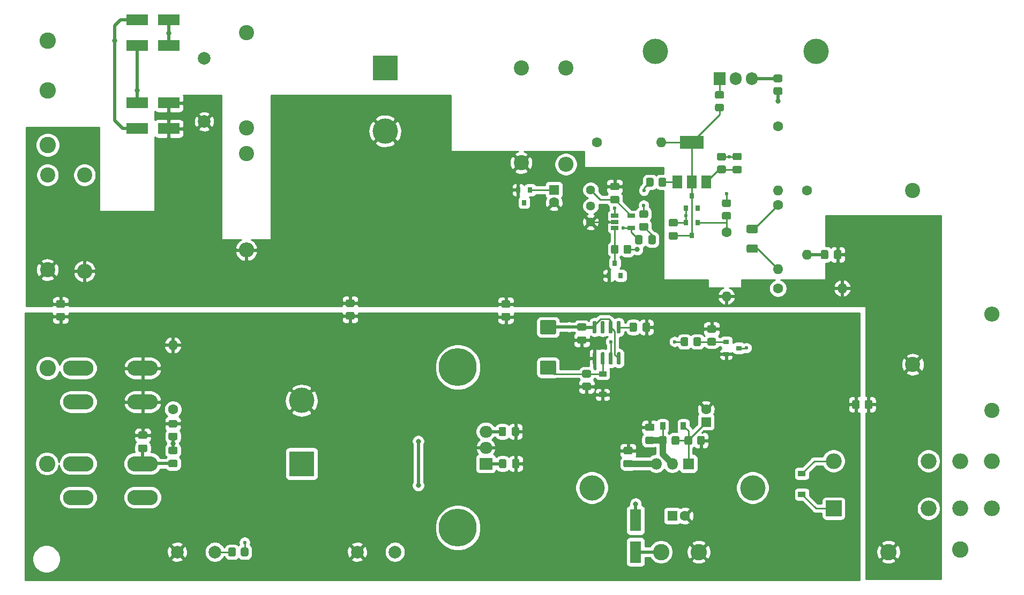
<source format=gbr>
G04 #@! TF.GenerationSoftware,KiCad,Pcbnew,(5.1.10-0-10_14)*
G04 #@! TF.CreationDate,2021-08-01T17:51:30+02:00*
G04 #@! TF.ProjectId,hv-power-supply-v1,68762d70-6f77-4657-922d-737570706c79,rev?*
G04 #@! TF.SameCoordinates,Original*
G04 #@! TF.FileFunction,Copper,L1,Top*
G04 #@! TF.FilePolarity,Positive*
%FSLAX46Y46*%
G04 Gerber Fmt 4.6, Leading zero omitted, Abs format (unit mm)*
G04 Created by KiCad (PCBNEW (5.1.10-0-10_14)) date 2021-08-01 17:51:30*
%MOMM*%
%LPD*%
G01*
G04 APERTURE LIST*
G04 #@! TA.AperFunction,ComponentPad*
%ADD10O,1.600000X1.600000*%
G04 #@! TD*
G04 #@! TA.AperFunction,ComponentPad*
%ADD11C,1.600000*%
G04 #@! TD*
G04 #@! TA.AperFunction,ComponentPad*
%ADD12C,2.400000*%
G04 #@! TD*
G04 #@! TA.AperFunction,ComponentPad*
%ADD13O,2.400000X2.400000*%
G04 #@! TD*
G04 #@! TA.AperFunction,ComponentPad*
%ADD14C,2.000000*%
G04 #@! TD*
G04 #@! TA.AperFunction,SMDPad,CuDef*
%ADD15R,1.500000X2.000000*%
G04 #@! TD*
G04 #@! TA.AperFunction,SMDPad,CuDef*
%ADD16R,3.800000X2.000000*%
G04 #@! TD*
G04 #@! TA.AperFunction,ComponentPad*
%ADD17C,6.000000*%
G04 #@! TD*
G04 #@! TA.AperFunction,SMDPad,CuDef*
%ADD18R,0.800000X0.900000*%
G04 #@! TD*
G04 #@! TA.AperFunction,SMDPad,CuDef*
%ADD19R,0.900000X0.800000*%
G04 #@! TD*
G04 #@! TA.AperFunction,SMDPad,CuDef*
%ADD20R,1.220000X0.650000*%
G04 #@! TD*
G04 #@! TA.AperFunction,ComponentPad*
%ADD21C,4.000000*%
G04 #@! TD*
G04 #@! TA.AperFunction,ComponentPad*
%ADD22R,4.000000X4.000000*%
G04 #@! TD*
G04 #@! TA.AperFunction,ComponentPad*
%ADD23R,2.000000X1.905000*%
G04 #@! TD*
G04 #@! TA.AperFunction,ComponentPad*
%ADD24O,2.000000X1.905000*%
G04 #@! TD*
G04 #@! TA.AperFunction,SMDPad,CuDef*
%ADD25R,1.800000X3.500000*%
G04 #@! TD*
G04 #@! TA.AperFunction,ComponentPad*
%ADD26O,4.800600X2.400300*%
G04 #@! TD*
G04 #@! TA.AperFunction,SMDPad,CuDef*
%ADD27R,0.900000X1.200000*%
G04 #@! TD*
G04 #@! TA.AperFunction,ComponentPad*
%ADD28R,1.600000X1.600000*%
G04 #@! TD*
G04 #@! TA.AperFunction,SMDPad,CuDef*
%ADD29R,3.500000X1.800000*%
G04 #@! TD*
G04 #@! TA.AperFunction,ComponentPad*
%ADD30O,1.905000X2.000000*%
G04 #@! TD*
G04 #@! TA.AperFunction,ComponentPad*
%ADD31R,1.905000X2.000000*%
G04 #@! TD*
G04 #@! TA.AperFunction,ComponentPad*
%ADD32C,2.600000*%
G04 #@! TD*
G04 #@! TA.AperFunction,ComponentPad*
%ADD33C,1.440000*%
G04 #@! TD*
G04 #@! TA.AperFunction,ComponentPad*
%ADD34O,2.500000X2.500000*%
G04 #@! TD*
G04 #@! TA.AperFunction,ComponentPad*
%ADD35R,2.500000X2.500000*%
G04 #@! TD*
G04 #@! TA.AperFunction,SMDPad,CuDef*
%ADD36R,1.200000X0.900000*%
G04 #@! TD*
G04 #@! TA.AperFunction,ComponentPad*
%ADD37R,1.800000X1.800000*%
G04 #@! TD*
G04 #@! TA.AperFunction,ComponentPad*
%ADD38O,1.800000X1.800000*%
G04 #@! TD*
G04 #@! TA.AperFunction,ViaPad*
%ADD39C,0.600000*%
G04 #@! TD*
G04 #@! TA.AperFunction,ViaPad*
%ADD40C,0.800000*%
G04 #@! TD*
G04 #@! TA.AperFunction,Conductor*
%ADD41C,0.250000*%
G04 #@! TD*
G04 #@! TA.AperFunction,Conductor*
%ADD42C,0.500000*%
G04 #@! TD*
G04 #@! TA.AperFunction,Conductor*
%ADD43C,1.000000*%
G04 #@! TD*
G04 #@! TA.AperFunction,Conductor*
%ADD44C,0.254000*%
G04 #@! TD*
G04 #@! TA.AperFunction,Conductor*
%ADD45C,0.100000*%
G04 #@! TD*
G04 APERTURE END LIST*
D10*
X79184500Y-106997500D03*
D11*
X79184500Y-117157500D03*
D12*
X90805000Y-57594500D03*
X90805000Y-72594500D03*
X196088000Y-110050000D03*
X196088000Y-82550000D03*
D13*
X90779600Y-91948000D03*
D12*
X90779600Y-76708000D03*
D14*
X84124800Y-61620400D03*
X84124800Y-71620400D03*
G04 #@! TA.AperFunction,SMDPad,CuDef*
G36*
G01*
X79634501Y-120043500D02*
X78734499Y-120043500D01*
G75*
G02*
X78484500Y-119793501I0J249999D01*
G01*
X78484500Y-119093499D01*
G75*
G02*
X78734499Y-118843500I249999J0D01*
G01*
X79634501Y-118843500D01*
G75*
G02*
X79884500Y-119093499I0J-249999D01*
G01*
X79884500Y-119793501D01*
G75*
G02*
X79634501Y-120043500I-249999J0D01*
G01*
G37*
G04 #@! TD.AperFunction*
G04 #@! TA.AperFunction,SMDPad,CuDef*
G36*
G01*
X79634501Y-122043500D02*
X78734499Y-122043500D01*
G75*
G02*
X78484500Y-121793501I0J249999D01*
G01*
X78484500Y-121093499D01*
G75*
G02*
X78734499Y-120843500I249999J0D01*
G01*
X79634501Y-120843500D01*
G75*
G02*
X79884500Y-121093499I0J-249999D01*
G01*
X79884500Y-121793501D01*
G75*
G02*
X79634501Y-122043500I-249999J0D01*
G01*
G37*
G04 #@! TD.AperFunction*
G04 #@! TA.AperFunction,SMDPad,CuDef*
G36*
G01*
X79659500Y-124242500D02*
X78709500Y-124242500D01*
G75*
G02*
X78459500Y-123992500I0J250000D01*
G01*
X78459500Y-123317500D01*
G75*
G02*
X78709500Y-123067500I250000J0D01*
G01*
X79659500Y-123067500D01*
G75*
G02*
X79909500Y-123317500I0J-250000D01*
G01*
X79909500Y-123992500D01*
G75*
G02*
X79659500Y-124242500I-250000J0D01*
G01*
G37*
G04 #@! TD.AperFunction*
G04 #@! TA.AperFunction,SMDPad,CuDef*
G36*
G01*
X79659500Y-126317500D02*
X78709500Y-126317500D01*
G75*
G02*
X78459500Y-126067500I0J250000D01*
G01*
X78459500Y-125392500D01*
G75*
G02*
X78709500Y-125142500I250000J0D01*
G01*
X79659500Y-125142500D01*
G75*
G02*
X79909500Y-125392500I0J-250000D01*
G01*
X79909500Y-126067500D01*
G75*
G02*
X79659500Y-126317500I-250000J0D01*
G01*
G37*
G04 #@! TD.AperFunction*
G04 #@! TA.AperFunction,SMDPad,CuDef*
G36*
G01*
X74897000Y-121829500D02*
X73947000Y-121829500D01*
G75*
G02*
X73697000Y-121579500I0J250000D01*
G01*
X73697000Y-120904500D01*
G75*
G02*
X73947000Y-120654500I250000J0D01*
G01*
X74897000Y-120654500D01*
G75*
G02*
X75147000Y-120904500I0J-250000D01*
G01*
X75147000Y-121579500D01*
G75*
G02*
X74897000Y-121829500I-250000J0D01*
G01*
G37*
G04 #@! TD.AperFunction*
G04 #@! TA.AperFunction,SMDPad,CuDef*
G36*
G01*
X74897000Y-123904500D02*
X73947000Y-123904500D01*
G75*
G02*
X73697000Y-123654500I0J250000D01*
G01*
X73697000Y-122979500D01*
G75*
G02*
X73947000Y-122729500I250000J0D01*
G01*
X74897000Y-122729500D01*
G75*
G02*
X75147000Y-122979500I0J-250000D01*
G01*
X75147000Y-123654500D01*
G75*
G02*
X74897000Y-123904500I-250000J0D01*
G01*
G37*
G04 #@! TD.AperFunction*
D15*
X158863000Y-81216500D03*
X163463000Y-81216500D03*
X161163000Y-81216500D03*
D16*
X161163000Y-74916500D03*
D17*
X124206000Y-135890000D03*
X124206000Y-110490000D03*
D18*
X161160500Y-89630000D03*
X160210500Y-87630000D03*
X162110500Y-87630000D03*
D19*
X168602000Y-107465000D03*
X166602000Y-108415000D03*
X166602000Y-106515000D03*
D20*
X151616400Y-86550500D03*
X151616400Y-88450500D03*
X148996400Y-88450500D03*
X148996400Y-87500500D03*
X148996400Y-86550500D03*
D21*
X99504500Y-115753000D03*
D22*
X99504500Y-125753000D03*
D23*
X128613000Y-125753000D03*
D24*
X128613000Y-123213000D03*
X128613000Y-120673000D03*
D21*
X155410000Y-60475000D03*
X180810000Y-60475000D03*
X145377000Y-129563000D03*
X170777000Y-129563000D03*
D25*
X152298500Y-139723000D03*
X152298500Y-134723000D03*
D13*
X208597500Y-102108000D03*
D12*
X208597500Y-117348000D03*
D26*
X64224000Y-110640000D03*
X74384000Y-110640000D03*
X74384000Y-131087000D03*
X64224000Y-131087000D03*
X74384000Y-125753000D03*
X64224000Y-125753000D03*
X64224000Y-115974000D03*
X74384000Y-115974000D03*
D27*
X159853000Y-119784000D03*
X156553000Y-119784000D03*
D11*
X163411000Y-117149000D03*
D28*
X163411000Y-119149000D03*
G04 #@! TA.AperFunction,SMDPad,CuDef*
G36*
G01*
X61880001Y-101080000D02*
X60979999Y-101080000D01*
G75*
G02*
X60730000Y-100830001I0J249999D01*
G01*
X60730000Y-100129999D01*
G75*
G02*
X60979999Y-99880000I249999J0D01*
G01*
X61880001Y-99880000D01*
G75*
G02*
X62130000Y-100129999I0J-249999D01*
G01*
X62130000Y-100830001D01*
G75*
G02*
X61880001Y-101080000I-249999J0D01*
G01*
G37*
G04 #@! TD.AperFunction*
G04 #@! TA.AperFunction,SMDPad,CuDef*
G36*
G01*
X61880001Y-103080000D02*
X60979999Y-103080000D01*
G75*
G02*
X60730000Y-102830001I0J249999D01*
G01*
X60730000Y-102129999D01*
G75*
G02*
X60979999Y-101880000I249999J0D01*
G01*
X61880001Y-101880000D01*
G75*
G02*
X62130000Y-102129999I0J-249999D01*
G01*
X62130000Y-102830001D01*
G75*
G02*
X61880001Y-103080000I-249999J0D01*
G01*
G37*
G04 #@! TD.AperFunction*
D13*
X65214500Y-95313500D03*
D12*
X65214500Y-80073500D03*
D29*
X73520400Y-59586000D03*
X78520400Y-59586000D03*
X78520400Y-68679200D03*
X73520400Y-68679200D03*
X78520400Y-72743200D03*
X73520400Y-72743200D03*
X73520400Y-55522000D03*
X78520400Y-55522000D03*
G04 #@! TA.AperFunction,SMDPad,CuDef*
G36*
G01*
X145971500Y-105138000D02*
X145671500Y-105138000D01*
G75*
G02*
X145521500Y-104988000I0J150000D01*
G01*
X145521500Y-103338000D01*
G75*
G02*
X145671500Y-103188000I150000J0D01*
G01*
X145971500Y-103188000D01*
G75*
G02*
X146121500Y-103338000I0J-150000D01*
G01*
X146121500Y-104988000D01*
G75*
G02*
X145971500Y-105138000I-150000J0D01*
G01*
G37*
G04 #@! TD.AperFunction*
G04 #@! TA.AperFunction,SMDPad,CuDef*
G36*
G01*
X147241500Y-105138000D02*
X146941500Y-105138000D01*
G75*
G02*
X146791500Y-104988000I0J150000D01*
G01*
X146791500Y-103338000D01*
G75*
G02*
X146941500Y-103188000I150000J0D01*
G01*
X147241500Y-103188000D01*
G75*
G02*
X147391500Y-103338000I0J-150000D01*
G01*
X147391500Y-104988000D01*
G75*
G02*
X147241500Y-105138000I-150000J0D01*
G01*
G37*
G04 #@! TD.AperFunction*
G04 #@! TA.AperFunction,SMDPad,CuDef*
G36*
G01*
X148511500Y-105138000D02*
X148211500Y-105138000D01*
G75*
G02*
X148061500Y-104988000I0J150000D01*
G01*
X148061500Y-103338000D01*
G75*
G02*
X148211500Y-103188000I150000J0D01*
G01*
X148511500Y-103188000D01*
G75*
G02*
X148661500Y-103338000I0J-150000D01*
G01*
X148661500Y-104988000D01*
G75*
G02*
X148511500Y-105138000I-150000J0D01*
G01*
G37*
G04 #@! TD.AperFunction*
G04 #@! TA.AperFunction,SMDPad,CuDef*
G36*
G01*
X149781500Y-105138000D02*
X149481500Y-105138000D01*
G75*
G02*
X149331500Y-104988000I0J150000D01*
G01*
X149331500Y-103338000D01*
G75*
G02*
X149481500Y-103188000I150000J0D01*
G01*
X149781500Y-103188000D01*
G75*
G02*
X149931500Y-103338000I0J-150000D01*
G01*
X149931500Y-104988000D01*
G75*
G02*
X149781500Y-105138000I-150000J0D01*
G01*
G37*
G04 #@! TD.AperFunction*
G04 #@! TA.AperFunction,SMDPad,CuDef*
G36*
G01*
X149781500Y-110088000D02*
X149481500Y-110088000D01*
G75*
G02*
X149331500Y-109938000I0J150000D01*
G01*
X149331500Y-108288000D01*
G75*
G02*
X149481500Y-108138000I150000J0D01*
G01*
X149781500Y-108138000D01*
G75*
G02*
X149931500Y-108288000I0J-150000D01*
G01*
X149931500Y-109938000D01*
G75*
G02*
X149781500Y-110088000I-150000J0D01*
G01*
G37*
G04 #@! TD.AperFunction*
G04 #@! TA.AperFunction,SMDPad,CuDef*
G36*
G01*
X148511500Y-110088000D02*
X148211500Y-110088000D01*
G75*
G02*
X148061500Y-109938000I0J150000D01*
G01*
X148061500Y-108288000D01*
G75*
G02*
X148211500Y-108138000I150000J0D01*
G01*
X148511500Y-108138000D01*
G75*
G02*
X148661500Y-108288000I0J-150000D01*
G01*
X148661500Y-109938000D01*
G75*
G02*
X148511500Y-110088000I-150000J0D01*
G01*
G37*
G04 #@! TD.AperFunction*
G04 #@! TA.AperFunction,SMDPad,CuDef*
G36*
G01*
X147241500Y-110088000D02*
X146941500Y-110088000D01*
G75*
G02*
X146791500Y-109938000I0J150000D01*
G01*
X146791500Y-108288000D01*
G75*
G02*
X146941500Y-108138000I150000J0D01*
G01*
X147241500Y-108138000D01*
G75*
G02*
X147391500Y-108288000I0J-150000D01*
G01*
X147391500Y-109938000D01*
G75*
G02*
X147241500Y-110088000I-150000J0D01*
G01*
G37*
G04 #@! TD.AperFunction*
G04 #@! TA.AperFunction,SMDPad,CuDef*
G36*
G01*
X145971500Y-110088000D02*
X145671500Y-110088000D01*
G75*
G02*
X145521500Y-109938000I0J150000D01*
G01*
X145521500Y-108288000D01*
G75*
G02*
X145671500Y-108138000I150000J0D01*
G01*
X145971500Y-108138000D01*
G75*
G02*
X146121500Y-108288000I0J-150000D01*
G01*
X146121500Y-109938000D01*
G75*
G02*
X145971500Y-110088000I-150000J0D01*
G01*
G37*
G04 #@! TD.AperFunction*
G04 #@! TA.AperFunction,SMDPad,CuDef*
G36*
G01*
X165994501Y-68005500D02*
X165094499Y-68005500D01*
G75*
G02*
X164844500Y-67755501I0J249999D01*
G01*
X164844500Y-67055499D01*
G75*
G02*
X165094499Y-66805500I249999J0D01*
G01*
X165994501Y-66805500D01*
G75*
G02*
X166244500Y-67055499I0J-249999D01*
G01*
X166244500Y-67755501D01*
G75*
G02*
X165994501Y-68005500I-249999J0D01*
G01*
G37*
G04 #@! TD.AperFunction*
G04 #@! TA.AperFunction,SMDPad,CuDef*
G36*
G01*
X165994501Y-70005500D02*
X165094499Y-70005500D01*
G75*
G02*
X164844500Y-69755501I0J249999D01*
G01*
X164844500Y-69055499D01*
G75*
G02*
X165094499Y-68805500I249999J0D01*
G01*
X165994501Y-68805500D01*
G75*
G02*
X166244500Y-69055499I0J-249999D01*
G01*
X166244500Y-69755501D01*
G75*
G02*
X165994501Y-70005500I-249999J0D01*
G01*
G37*
G04 #@! TD.AperFunction*
D10*
X166649500Y-99273500D03*
D11*
X166649500Y-89113500D03*
D10*
X156337000Y-74930000D03*
D11*
X146177000Y-74930000D03*
D10*
X174777500Y-82509500D03*
D11*
X174777500Y-72349500D03*
G04 #@! TA.AperFunction,SMDPad,CuDef*
G36*
G01*
X174327499Y-66193000D02*
X175227501Y-66193000D01*
G75*
G02*
X175477500Y-66442999I0J-249999D01*
G01*
X175477500Y-67143001D01*
G75*
G02*
X175227501Y-67393000I-249999J0D01*
G01*
X174327499Y-67393000D01*
G75*
G02*
X174077500Y-67143001I0J249999D01*
G01*
X174077500Y-66442999D01*
G75*
G02*
X174327499Y-66193000I249999J0D01*
G01*
G37*
G04 #@! TD.AperFunction*
G04 #@! TA.AperFunction,SMDPad,CuDef*
G36*
G01*
X174327499Y-64193000D02*
X175227501Y-64193000D01*
G75*
G02*
X175477500Y-64442999I0J-249999D01*
G01*
X175477500Y-65143001D01*
G75*
G02*
X175227501Y-65393000I-249999J0D01*
G01*
X174327499Y-65393000D01*
G75*
G02*
X174077500Y-65143001I0J249999D01*
G01*
X174077500Y-64442999D01*
G75*
G02*
X174327499Y-64193000I249999J0D01*
G01*
G37*
G04 #@! TD.AperFunction*
G04 #@! TA.AperFunction,SMDPad,CuDef*
G36*
G01*
X170063497Y-91068000D02*
X171363503Y-91068000D01*
G75*
G02*
X171613500Y-91317997I0J-249997D01*
G01*
X171613500Y-92143003D01*
G75*
G02*
X171363503Y-92393000I-249997J0D01*
G01*
X170063497Y-92393000D01*
G75*
G02*
X169813500Y-92143003I0J249997D01*
G01*
X169813500Y-91317997D01*
G75*
G02*
X170063497Y-91068000I249997J0D01*
G01*
G37*
G04 #@! TD.AperFunction*
G04 #@! TA.AperFunction,SMDPad,CuDef*
G36*
G01*
X170063497Y-87943000D02*
X171363503Y-87943000D01*
G75*
G02*
X171613500Y-88192997I0J-249997D01*
G01*
X171613500Y-89018003D01*
G75*
G02*
X171363503Y-89268000I-249997J0D01*
G01*
X170063497Y-89268000D01*
G75*
G02*
X169813500Y-89018003I0J249997D01*
G01*
X169813500Y-88192997D01*
G75*
G02*
X170063497Y-87943000I249997J0D01*
G01*
G37*
G04 #@! TD.AperFunction*
G04 #@! TA.AperFunction,SMDPad,CuDef*
G36*
G01*
X183631000Y-93144500D02*
X183631000Y-92194500D01*
G75*
G02*
X183881000Y-91944500I250000J0D01*
G01*
X184556000Y-91944500D01*
G75*
G02*
X184806000Y-92194500I0J-250000D01*
G01*
X184806000Y-93144500D01*
G75*
G02*
X184556000Y-93394500I-250000J0D01*
G01*
X183881000Y-93394500D01*
G75*
G02*
X183631000Y-93144500I0J250000D01*
G01*
G37*
G04 #@! TD.AperFunction*
G04 #@! TA.AperFunction,SMDPad,CuDef*
G36*
G01*
X181556000Y-93144500D02*
X181556000Y-92194500D01*
G75*
G02*
X181806000Y-91944500I250000J0D01*
G01*
X182481000Y-91944500D01*
G75*
G02*
X182731000Y-92194500I0J-250000D01*
G01*
X182731000Y-93144500D01*
G75*
G02*
X182481000Y-93394500I-250000J0D01*
G01*
X181806000Y-93394500D01*
G75*
G02*
X181556000Y-93144500I0J250000D01*
G01*
G37*
G04 #@! TD.AperFunction*
D30*
X170650000Y-64793000D03*
X168110000Y-64793000D03*
D31*
X165570000Y-64793000D03*
G04 #@! TA.AperFunction,SMDPad,CuDef*
G36*
G01*
X188503000Y-116845501D02*
X188503000Y-115945499D01*
G75*
G02*
X188752999Y-115695500I249999J0D01*
G01*
X189453001Y-115695500D01*
G75*
G02*
X189703000Y-115945499I0J-249999D01*
G01*
X189703000Y-116845501D01*
G75*
G02*
X189453001Y-117095500I-249999J0D01*
G01*
X188752999Y-117095500D01*
G75*
G02*
X188503000Y-116845501I0J249999D01*
G01*
G37*
G04 #@! TD.AperFunction*
G04 #@! TA.AperFunction,SMDPad,CuDef*
G36*
G01*
X186503000Y-116845501D02*
X186503000Y-115945499D01*
G75*
G02*
X186752999Y-115695500I249999J0D01*
G01*
X187453001Y-115695500D01*
G75*
G02*
X187703000Y-115945499I0J-249999D01*
G01*
X187703000Y-116845501D01*
G75*
G02*
X187453001Y-117095500I-249999J0D01*
G01*
X186752999Y-117095500D01*
G75*
G02*
X186503000Y-116845501I0J249999D01*
G01*
G37*
G04 #@! TD.AperFunction*
G04 #@! TA.AperFunction,SMDPad,CuDef*
G36*
G01*
X132238001Y-101112000D02*
X131337999Y-101112000D01*
G75*
G02*
X131088000Y-100862001I0J249999D01*
G01*
X131088000Y-100161999D01*
G75*
G02*
X131337999Y-99912000I249999J0D01*
G01*
X132238001Y-99912000D01*
G75*
G02*
X132488000Y-100161999I0J-249999D01*
G01*
X132488000Y-100862001D01*
G75*
G02*
X132238001Y-101112000I-249999J0D01*
G01*
G37*
G04 #@! TD.AperFunction*
G04 #@! TA.AperFunction,SMDPad,CuDef*
G36*
G01*
X132238001Y-103112000D02*
X131337999Y-103112000D01*
G75*
G02*
X131088000Y-102862001I0J249999D01*
G01*
X131088000Y-102161999D01*
G75*
G02*
X131337999Y-101912000I249999J0D01*
G01*
X132238001Y-101912000D01*
G75*
G02*
X132488000Y-102161999I0J-249999D01*
G01*
X132488000Y-102862001D01*
G75*
G02*
X132238001Y-103112000I-249999J0D01*
G01*
G37*
G04 #@! TD.AperFunction*
G04 #@! TA.AperFunction,SMDPad,CuDef*
G36*
G01*
X107638001Y-100962000D02*
X106737999Y-100962000D01*
G75*
G02*
X106488000Y-100712001I0J249999D01*
G01*
X106488000Y-100011999D01*
G75*
G02*
X106737999Y-99762000I249999J0D01*
G01*
X107638001Y-99762000D01*
G75*
G02*
X107888000Y-100011999I0J-249999D01*
G01*
X107888000Y-100712001D01*
G75*
G02*
X107638001Y-100962000I-249999J0D01*
G01*
G37*
G04 #@! TD.AperFunction*
G04 #@! TA.AperFunction,SMDPad,CuDef*
G36*
G01*
X107638001Y-102962000D02*
X106737999Y-102962000D01*
G75*
G02*
X106488000Y-102712001I0J249999D01*
G01*
X106488000Y-102011999D01*
G75*
G02*
X106737999Y-101762000I249999J0D01*
G01*
X107638001Y-101762000D01*
G75*
G02*
X107888000Y-102011999I0J-249999D01*
G01*
X107888000Y-102712001D01*
G75*
G02*
X107638001Y-102962000I-249999J0D01*
G01*
G37*
G04 #@! TD.AperFunction*
G04 #@! TA.AperFunction,SMDPad,CuDef*
G36*
G01*
X166199499Y-85941500D02*
X167099501Y-85941500D01*
G75*
G02*
X167349500Y-86191499I0J-249999D01*
G01*
X167349500Y-86891501D01*
G75*
G02*
X167099501Y-87141500I-249999J0D01*
G01*
X166199499Y-87141500D01*
G75*
G02*
X165949500Y-86891501I0J249999D01*
G01*
X165949500Y-86191499D01*
G75*
G02*
X166199499Y-85941500I249999J0D01*
G01*
G37*
G04 #@! TD.AperFunction*
G04 #@! TA.AperFunction,SMDPad,CuDef*
G36*
G01*
X166199499Y-83941500D02*
X167099501Y-83941500D01*
G75*
G02*
X167349500Y-84191499I0J-249999D01*
G01*
X167349500Y-84891501D01*
G75*
G02*
X167099501Y-85141500I-249999J0D01*
G01*
X166199499Y-85141500D01*
G75*
G02*
X165949500Y-84891501I0J249999D01*
G01*
X165949500Y-84191499D01*
G75*
G02*
X166199499Y-83941500I249999J0D01*
G01*
G37*
G04 #@! TD.AperFunction*
G04 #@! TA.AperFunction,SMDPad,CuDef*
G36*
G01*
X157985000Y-122520001D02*
X157985000Y-121619999D01*
G75*
G02*
X158234999Y-121370000I249999J0D01*
G01*
X158935001Y-121370000D01*
G75*
G02*
X159185000Y-121619999I0J-249999D01*
G01*
X159185000Y-122520001D01*
G75*
G02*
X158935001Y-122770000I-249999J0D01*
G01*
X158234999Y-122770000D01*
G75*
G02*
X157985000Y-122520001I0J249999D01*
G01*
G37*
G04 #@! TD.AperFunction*
G04 #@! TA.AperFunction,SMDPad,CuDef*
G36*
G01*
X155985000Y-122520001D02*
X155985000Y-121619999D01*
G75*
G02*
X156234999Y-121370000I249999J0D01*
G01*
X156935001Y-121370000D01*
G75*
G02*
X157185000Y-121619999I0J-249999D01*
G01*
X157185000Y-122520001D01*
G75*
G02*
X156935001Y-122770000I-249999J0D01*
G01*
X156234999Y-122770000D01*
G75*
G02*
X155985000Y-122520001I0J249999D01*
G01*
G37*
G04 #@! TD.AperFunction*
G04 #@! TA.AperFunction,SMDPad,CuDef*
G36*
G01*
X162017000Y-122520001D02*
X162017000Y-121619999D01*
G75*
G02*
X162266999Y-121370000I249999J0D01*
G01*
X162967001Y-121370000D01*
G75*
G02*
X163217000Y-121619999I0J-249999D01*
G01*
X163217000Y-122520001D01*
G75*
G02*
X162967001Y-122770000I-249999J0D01*
G01*
X162266999Y-122770000D01*
G75*
G02*
X162017000Y-122520001I0J249999D01*
G01*
G37*
G04 #@! TD.AperFunction*
G04 #@! TA.AperFunction,SMDPad,CuDef*
G36*
G01*
X160017000Y-122520001D02*
X160017000Y-121619999D01*
G75*
G02*
X160266999Y-121370000I249999J0D01*
G01*
X160967001Y-121370000D01*
G75*
G02*
X161217000Y-121619999I0J-249999D01*
G01*
X161217000Y-122520001D01*
G75*
G02*
X160967001Y-122770000I-249999J0D01*
G01*
X160266999Y-122770000D01*
G75*
G02*
X160017000Y-122520001I0J249999D01*
G01*
G37*
G04 #@! TD.AperFunction*
G04 #@! TA.AperFunction,SMDPad,CuDef*
G36*
G01*
X89113000Y-139272999D02*
X89113000Y-140173001D01*
G75*
G02*
X88863001Y-140423000I-249999J0D01*
G01*
X88162999Y-140423000D01*
G75*
G02*
X87913000Y-140173001I0J249999D01*
G01*
X87913000Y-139272999D01*
G75*
G02*
X88162999Y-139023000I249999J0D01*
G01*
X88863001Y-139023000D01*
G75*
G02*
X89113000Y-139272999I0J-249999D01*
G01*
G37*
G04 #@! TD.AperFunction*
G04 #@! TA.AperFunction,SMDPad,CuDef*
G36*
G01*
X91113000Y-139272999D02*
X91113000Y-140173001D01*
G75*
G02*
X90863001Y-140423000I-249999J0D01*
G01*
X90162999Y-140423000D01*
G75*
G02*
X89913000Y-140173001I0J249999D01*
G01*
X89913000Y-139272999D01*
G75*
G02*
X90162999Y-139023000I249999J0D01*
G01*
X90863001Y-139023000D01*
G75*
G02*
X91113000Y-139272999I0J-249999D01*
G01*
G37*
G04 #@! TD.AperFunction*
G04 #@! TA.AperFunction,SMDPad,CuDef*
G36*
G01*
X163849999Y-105849000D02*
X164750001Y-105849000D01*
G75*
G02*
X165000000Y-106098999I0J-249999D01*
G01*
X165000000Y-106799001D01*
G75*
G02*
X164750001Y-107049000I-249999J0D01*
G01*
X163849999Y-107049000D01*
G75*
G02*
X163600000Y-106799001I0J249999D01*
G01*
X163600000Y-106098999D01*
G75*
G02*
X163849999Y-105849000I249999J0D01*
G01*
G37*
G04 #@! TD.AperFunction*
G04 #@! TA.AperFunction,SMDPad,CuDef*
G36*
G01*
X163849999Y-103849000D02*
X164750001Y-103849000D01*
G75*
G02*
X165000000Y-104098999I0J-249999D01*
G01*
X165000000Y-104799001D01*
G75*
G02*
X164750001Y-105049000I-249999J0D01*
G01*
X163849999Y-105049000D01*
G75*
G02*
X163600000Y-104799001I0J249999D01*
G01*
X163600000Y-104098999D01*
G75*
G02*
X163849999Y-103849000I249999J0D01*
G01*
G37*
G04 #@! TD.AperFunction*
G04 #@! TA.AperFunction,SMDPad,CuDef*
G36*
G01*
X161414000Y-106899001D02*
X161414000Y-105998999D01*
G75*
G02*
X161663999Y-105749000I249999J0D01*
G01*
X162364001Y-105749000D01*
G75*
G02*
X162614000Y-105998999I0J-249999D01*
G01*
X162614000Y-106899001D01*
G75*
G02*
X162364001Y-107149000I-249999J0D01*
G01*
X161663999Y-107149000D01*
G75*
G02*
X161414000Y-106899001I0J249999D01*
G01*
G37*
G04 #@! TD.AperFunction*
G04 #@! TA.AperFunction,SMDPad,CuDef*
G36*
G01*
X159414000Y-106899001D02*
X159414000Y-105998999D01*
G75*
G02*
X159663999Y-105749000I249999J0D01*
G01*
X160364001Y-105749000D01*
G75*
G02*
X160614000Y-105998999I0J-249999D01*
G01*
X160614000Y-106899001D01*
G75*
G02*
X160364001Y-107149000I-249999J0D01*
G01*
X159663999Y-107149000D01*
G75*
G02*
X159414000Y-106899001I0J249999D01*
G01*
G37*
G04 #@! TD.AperFunction*
G04 #@! TA.AperFunction,SMDPad,CuDef*
G36*
G01*
X144101499Y-112929000D02*
X145001501Y-112929000D01*
G75*
G02*
X145251500Y-113178999I0J-249999D01*
G01*
X145251500Y-113879001D01*
G75*
G02*
X145001501Y-114129000I-249999J0D01*
G01*
X144101499Y-114129000D01*
G75*
G02*
X143851500Y-113879001I0J249999D01*
G01*
X143851500Y-113178999D01*
G75*
G02*
X144101499Y-112929000I249999J0D01*
G01*
G37*
G04 #@! TD.AperFunction*
G04 #@! TA.AperFunction,SMDPad,CuDef*
G36*
G01*
X144101499Y-110929000D02*
X145001501Y-110929000D01*
G75*
G02*
X145251500Y-111178999I0J-249999D01*
G01*
X145251500Y-111879001D01*
G75*
G02*
X145001501Y-112129000I-249999J0D01*
G01*
X144101499Y-112129000D01*
G75*
G02*
X143851500Y-111879001I0J249999D01*
G01*
X143851500Y-111178999D01*
G75*
G02*
X144101499Y-110929000I249999J0D01*
G01*
G37*
G04 #@! TD.AperFunction*
G04 #@! TA.AperFunction,SMDPad,CuDef*
G36*
G01*
X154996000Y-120582500D02*
X154046000Y-120582500D01*
G75*
G02*
X153796000Y-120332500I0J250000D01*
G01*
X153796000Y-119657500D01*
G75*
G02*
X154046000Y-119407500I250000J0D01*
G01*
X154996000Y-119407500D01*
G75*
G02*
X155246000Y-119657500I0J-250000D01*
G01*
X155246000Y-120332500D01*
G75*
G02*
X154996000Y-120582500I-250000J0D01*
G01*
G37*
G04 #@! TD.AperFunction*
G04 #@! TA.AperFunction,SMDPad,CuDef*
G36*
G01*
X154996000Y-122657500D02*
X154046000Y-122657500D01*
G75*
G02*
X153796000Y-122407500I0J250000D01*
G01*
X153796000Y-121732500D01*
G75*
G02*
X154046000Y-121482500I250000J0D01*
G01*
X154996000Y-121482500D01*
G75*
G02*
X155246000Y-121732500I0J-250000D01*
G01*
X155246000Y-122407500D01*
G75*
G02*
X154996000Y-122657500I-250000J0D01*
G01*
G37*
G04 #@! TD.AperFunction*
G04 #@! TA.AperFunction,SMDPad,CuDef*
G36*
G01*
X151567000Y-124265500D02*
X150617000Y-124265500D01*
G75*
G02*
X150367000Y-124015500I0J250000D01*
G01*
X150367000Y-123340500D01*
G75*
G02*
X150617000Y-123090500I250000J0D01*
G01*
X151567000Y-123090500D01*
G75*
G02*
X151817000Y-123340500I0J-250000D01*
G01*
X151817000Y-124015500D01*
G75*
G02*
X151567000Y-124265500I-250000J0D01*
G01*
G37*
G04 #@! TD.AperFunction*
G04 #@! TA.AperFunction,SMDPad,CuDef*
G36*
G01*
X151567000Y-126340500D02*
X150617000Y-126340500D01*
G75*
G02*
X150367000Y-126090500I0J250000D01*
G01*
X150367000Y-125415500D01*
G75*
G02*
X150617000Y-125165500I250000J0D01*
G01*
X151567000Y-125165500D01*
G75*
G02*
X151817000Y-125415500I0J-250000D01*
G01*
X151817000Y-126090500D01*
G75*
G02*
X151567000Y-126340500I-250000J0D01*
G01*
G37*
G04 #@! TD.AperFunction*
G04 #@! TA.AperFunction,SMDPad,CuDef*
G36*
G01*
X143314500Y-105607500D02*
X144264500Y-105607500D01*
G75*
G02*
X144514500Y-105857500I0J-250000D01*
G01*
X144514500Y-106532500D01*
G75*
G02*
X144264500Y-106782500I-250000J0D01*
G01*
X143314500Y-106782500D01*
G75*
G02*
X143064500Y-106532500I0J250000D01*
G01*
X143064500Y-105857500D01*
G75*
G02*
X143314500Y-105607500I250000J0D01*
G01*
G37*
G04 #@! TD.AperFunction*
G04 #@! TA.AperFunction,SMDPad,CuDef*
G36*
G01*
X143314500Y-103532500D02*
X144264500Y-103532500D01*
G75*
G02*
X144514500Y-103782500I0J-250000D01*
G01*
X144514500Y-104457500D01*
G75*
G02*
X144264500Y-104707500I-250000J0D01*
G01*
X143314500Y-104707500D01*
G75*
G02*
X143064500Y-104457500I0J250000D01*
G01*
X143064500Y-103782500D01*
G75*
G02*
X143314500Y-103532500I250000J0D01*
G01*
G37*
G04 #@! TD.AperFunction*
G04 #@! TA.AperFunction,SMDPad,CuDef*
G36*
G01*
X153405000Y-104638000D02*
X153405000Y-103688000D01*
G75*
G02*
X153655000Y-103438000I250000J0D01*
G01*
X154330000Y-103438000D01*
G75*
G02*
X154580000Y-103688000I0J-250000D01*
G01*
X154580000Y-104638000D01*
G75*
G02*
X154330000Y-104888000I-250000J0D01*
G01*
X153655000Y-104888000D01*
G75*
G02*
X153405000Y-104638000I0J250000D01*
G01*
G37*
G04 #@! TD.AperFunction*
G04 #@! TA.AperFunction,SMDPad,CuDef*
G36*
G01*
X151330000Y-104638000D02*
X151330000Y-103688000D01*
G75*
G02*
X151580000Y-103438000I250000J0D01*
G01*
X152255000Y-103438000D01*
G75*
G02*
X152505000Y-103688000I0J-250000D01*
G01*
X152505000Y-104638000D01*
G75*
G02*
X152255000Y-104888000I-250000J0D01*
G01*
X151580000Y-104888000D01*
G75*
G02*
X151330000Y-104638000I0J250000D01*
G01*
G37*
G04 #@! TD.AperFunction*
G04 #@! TA.AperFunction,SMDPad,CuDef*
G36*
G01*
X130649500Y-121148000D02*
X130649500Y-120198000D01*
G75*
G02*
X130899500Y-119948000I250000J0D01*
G01*
X131574500Y-119948000D01*
G75*
G02*
X131824500Y-120198000I0J-250000D01*
G01*
X131824500Y-121148000D01*
G75*
G02*
X131574500Y-121398000I-250000J0D01*
G01*
X130899500Y-121398000D01*
G75*
G02*
X130649500Y-121148000I0J250000D01*
G01*
G37*
G04 #@! TD.AperFunction*
G04 #@! TA.AperFunction,SMDPad,CuDef*
G36*
G01*
X132724500Y-121148000D02*
X132724500Y-120198000D01*
G75*
G02*
X132974500Y-119948000I250000J0D01*
G01*
X133649500Y-119948000D01*
G75*
G02*
X133899500Y-120198000I0J-250000D01*
G01*
X133899500Y-121148000D01*
G75*
G02*
X133649500Y-121398000I-250000J0D01*
G01*
X132974500Y-121398000D01*
G75*
G02*
X132724500Y-121148000I0J250000D01*
G01*
G37*
G04 #@! TD.AperFunction*
G04 #@! TA.AperFunction,SMDPad,CuDef*
G36*
G01*
X130692500Y-126228000D02*
X130692500Y-125278000D01*
G75*
G02*
X130942500Y-125028000I250000J0D01*
G01*
X131617500Y-125028000D01*
G75*
G02*
X131867500Y-125278000I0J-250000D01*
G01*
X131867500Y-126228000D01*
G75*
G02*
X131617500Y-126478000I-250000J0D01*
G01*
X130942500Y-126478000D01*
G75*
G02*
X130692500Y-126228000I0J250000D01*
G01*
G37*
G04 #@! TD.AperFunction*
G04 #@! TA.AperFunction,SMDPad,CuDef*
G36*
G01*
X132767500Y-126228000D02*
X132767500Y-125278000D01*
G75*
G02*
X133017500Y-125028000I250000J0D01*
G01*
X133692500Y-125028000D01*
G75*
G02*
X133942500Y-125278000I0J-250000D01*
G01*
X133942500Y-126228000D01*
G75*
G02*
X133692500Y-126478000I-250000J0D01*
G01*
X133017500Y-126478000D01*
G75*
G02*
X132767500Y-126228000I0J250000D01*
G01*
G37*
G04 #@! TD.AperFunction*
D32*
X162268000Y-139723000D03*
X156299000Y-139723000D03*
X59398000Y-110640000D03*
X59271000Y-125753000D03*
X59398000Y-75334000D03*
X59398000Y-66698000D03*
X59398000Y-58824000D03*
D11*
X160077000Y-134008000D03*
D28*
X158077000Y-134008000D03*
G04 #@! TA.AperFunction,SMDPad,CuDef*
G36*
G01*
X137430499Y-109438000D02*
X139480501Y-109438000D01*
G75*
G02*
X139730500Y-109687999I0J-249999D01*
G01*
X139730500Y-111438001D01*
G75*
G02*
X139480501Y-111688000I-249999J0D01*
G01*
X137430499Y-111688000D01*
G75*
G02*
X137180500Y-111438001I0J249999D01*
G01*
X137180500Y-109687999D01*
G75*
G02*
X137430499Y-109438000I249999J0D01*
G01*
G37*
G04 #@! TD.AperFunction*
G04 #@! TA.AperFunction,SMDPad,CuDef*
G36*
G01*
X137430499Y-103038000D02*
X139480501Y-103038000D01*
G75*
G02*
X139730500Y-103287999I0J-249999D01*
G01*
X139730500Y-105038001D01*
G75*
G02*
X139480501Y-105288000I-249999J0D01*
G01*
X137430499Y-105288000D01*
G75*
G02*
X137180500Y-105038001I0J249999D01*
G01*
X137180500Y-103287999D01*
G75*
G02*
X137430499Y-103038000I249999J0D01*
G01*
G37*
G04 #@! TD.AperFunction*
D18*
X134683500Y-84439000D03*
X133733500Y-82439000D03*
X135633500Y-82439000D03*
D33*
X145186500Y-87526000D03*
X145186500Y-84986000D03*
X145186500Y-82446000D03*
D34*
X183578500Y-125342000D03*
X198578500Y-125342000D03*
X203578500Y-125342000D03*
X208578500Y-125342000D03*
X208578500Y-132842000D03*
X203578500Y-132842000D03*
X198578500Y-132842000D03*
D35*
X183578500Y-132842000D03*
D10*
X179349500Y-92669500D03*
D11*
X179349500Y-82509500D03*
G04 #@! TA.AperFunction,SMDPad,CuDef*
G36*
G01*
X165411999Y-78584500D02*
X166312001Y-78584500D01*
G75*
G02*
X166562000Y-78834499I0J-249999D01*
G01*
X166562000Y-79534501D01*
G75*
G02*
X166312001Y-79784500I-249999J0D01*
G01*
X165411999Y-79784500D01*
G75*
G02*
X165162000Y-79534501I0J249999D01*
G01*
X165162000Y-78834499D01*
G75*
G02*
X165411999Y-78584500I249999J0D01*
G01*
G37*
G04 #@! TD.AperFunction*
G04 #@! TA.AperFunction,SMDPad,CuDef*
G36*
G01*
X165411999Y-76584500D02*
X166312001Y-76584500D01*
G75*
G02*
X166562000Y-76834499I0J-249999D01*
G01*
X166562000Y-77534501D01*
G75*
G02*
X166312001Y-77784500I-249999J0D01*
G01*
X165411999Y-77784500D01*
G75*
G02*
X165162000Y-77534501I0J249999D01*
G01*
X165162000Y-76834499D01*
G75*
G02*
X165411999Y-76584500I249999J0D01*
G01*
G37*
G04 #@! TD.AperFunction*
G04 #@! TA.AperFunction,SMDPad,CuDef*
G36*
G01*
X149596500Y-91393999D02*
X149596500Y-92294001D01*
G75*
G02*
X149346501Y-92544000I-249999J0D01*
G01*
X148646499Y-92544000D01*
G75*
G02*
X148396500Y-92294001I0J249999D01*
G01*
X148396500Y-91393999D01*
G75*
G02*
X148646499Y-91144000I249999J0D01*
G01*
X149346501Y-91144000D01*
G75*
G02*
X149596500Y-91393999I0J-249999D01*
G01*
G37*
G04 #@! TD.AperFunction*
G04 #@! TA.AperFunction,SMDPad,CuDef*
G36*
G01*
X151596500Y-91393999D02*
X151596500Y-92294001D01*
G75*
G02*
X151346501Y-92544000I-249999J0D01*
G01*
X150646499Y-92544000D01*
G75*
G02*
X150396500Y-92294001I0J249999D01*
G01*
X150396500Y-91393999D01*
G75*
G02*
X150646499Y-91144000I249999J0D01*
G01*
X151346501Y-91144000D01*
G75*
G02*
X151596500Y-91393999I0J-249999D01*
G01*
G37*
G04 #@! TD.AperFunction*
G04 #@! TA.AperFunction,SMDPad,CuDef*
G36*
G01*
X155127500Y-80766499D02*
X155127500Y-81666501D01*
G75*
G02*
X154877501Y-81916500I-249999J0D01*
G01*
X154177499Y-81916500D01*
G75*
G02*
X153927500Y-81666501I0J249999D01*
G01*
X153927500Y-80766499D01*
G75*
G02*
X154177499Y-80516500I249999J0D01*
G01*
X154877501Y-80516500D01*
G75*
G02*
X155127500Y-80766499I0J-249999D01*
G01*
G37*
G04 #@! TD.AperFunction*
G04 #@! TA.AperFunction,SMDPad,CuDef*
G36*
G01*
X157127500Y-80766499D02*
X157127500Y-81666501D01*
G75*
G02*
X156877501Y-81916500I-249999J0D01*
G01*
X156177499Y-81916500D01*
G75*
G02*
X155927500Y-81666501I0J249999D01*
G01*
X155927500Y-80766499D01*
G75*
G02*
X156177499Y-80516500I249999J0D01*
G01*
X156877501Y-80516500D01*
G75*
G02*
X157127500Y-80766499I0J-249999D01*
G01*
G37*
G04 #@! TD.AperFunction*
G04 #@! TA.AperFunction,SMDPad,CuDef*
G36*
G01*
X154018501Y-86856000D02*
X153118499Y-86856000D01*
G75*
G02*
X152868500Y-86606001I0J249999D01*
G01*
X152868500Y-85905999D01*
G75*
G02*
X153118499Y-85656000I249999J0D01*
G01*
X154018501Y-85656000D01*
G75*
G02*
X154268500Y-85905999I0J-249999D01*
G01*
X154268500Y-86606001D01*
G75*
G02*
X154018501Y-86856000I-249999J0D01*
G01*
G37*
G04 #@! TD.AperFunction*
G04 #@! TA.AperFunction,SMDPad,CuDef*
G36*
G01*
X154018501Y-88856000D02*
X153118499Y-88856000D01*
G75*
G02*
X152868500Y-88606001I0J249999D01*
G01*
X152868500Y-87905999D01*
G75*
G02*
X153118499Y-87656000I249999J0D01*
G01*
X154018501Y-87656000D01*
G75*
G02*
X154268500Y-87905999I0J-249999D01*
G01*
X154268500Y-88606001D01*
G75*
G02*
X154018501Y-88856000I-249999J0D01*
G01*
G37*
G04 #@! TD.AperFunction*
D13*
X141274800Y-78384400D03*
D12*
X141274800Y-63144400D03*
D10*
X184937500Y-98003500D03*
D11*
X174777500Y-98003500D03*
D10*
X174777500Y-94955500D03*
D11*
X174777500Y-84795500D03*
D14*
X108293000Y-139723000D03*
X114262000Y-139723000D03*
X79845000Y-139723000D03*
X85814000Y-139723000D03*
D32*
X192240000Y-139723000D03*
X203543000Y-139342000D03*
D36*
X178562000Y-127319500D03*
X178562000Y-130619500D03*
D18*
X161165500Y-83344000D03*
X162115500Y-85344000D03*
X160215500Y-85344000D03*
X148996500Y-94003000D03*
X149946500Y-96003000D03*
X148046500Y-96003000D03*
D36*
X147091500Y-114829000D03*
X147091500Y-111529000D03*
G04 #@! TA.AperFunction,SMDPad,CuDef*
G36*
G01*
X158717000Y-88217500D02*
X157767000Y-88217500D01*
G75*
G02*
X157517000Y-87967500I0J250000D01*
G01*
X157517000Y-87292500D01*
G75*
G02*
X157767000Y-87042500I250000J0D01*
G01*
X158717000Y-87042500D01*
G75*
G02*
X158967000Y-87292500I0J-250000D01*
G01*
X158967000Y-87967500D01*
G75*
G02*
X158717000Y-88217500I-250000J0D01*
G01*
G37*
G04 #@! TD.AperFunction*
G04 #@! TA.AperFunction,SMDPad,CuDef*
G36*
G01*
X158717000Y-90292500D02*
X157767000Y-90292500D01*
G75*
G02*
X157517000Y-90042500I0J250000D01*
G01*
X157517000Y-89367500D01*
G75*
G02*
X157767000Y-89117500I250000J0D01*
G01*
X158717000Y-89117500D01*
G75*
G02*
X158967000Y-89367500I0J-250000D01*
G01*
X158967000Y-90042500D01*
G75*
G02*
X158717000Y-90292500I-250000J0D01*
G01*
G37*
G04 #@! TD.AperFunction*
D11*
X139382500Y-84423000D03*
D28*
X139382500Y-82423000D03*
G04 #@! TA.AperFunction,SMDPad,CuDef*
G36*
G01*
X168813500Y-77740000D02*
X167863500Y-77740000D01*
G75*
G02*
X167613500Y-77490000I0J250000D01*
G01*
X167613500Y-76815000D01*
G75*
G02*
X167863500Y-76565000I250000J0D01*
G01*
X168813500Y-76565000D01*
G75*
G02*
X169063500Y-76815000I0J-250000D01*
G01*
X169063500Y-77490000D01*
G75*
G02*
X168813500Y-77740000I-250000J0D01*
G01*
G37*
G04 #@! TD.AperFunction*
G04 #@! TA.AperFunction,SMDPad,CuDef*
G36*
G01*
X168813500Y-79815000D02*
X167863500Y-79815000D01*
G75*
G02*
X167613500Y-79565000I0J250000D01*
G01*
X167613500Y-78890000D01*
G75*
G02*
X167863500Y-78640000I250000J0D01*
G01*
X168813500Y-78640000D01*
G75*
G02*
X169063500Y-78890000I0J-250000D01*
G01*
X169063500Y-79565000D01*
G75*
G02*
X168813500Y-79815000I-250000J0D01*
G01*
G37*
G04 #@! TD.AperFunction*
G04 #@! TA.AperFunction,SMDPad,CuDef*
G36*
G01*
X149471500Y-82482500D02*
X148521500Y-82482500D01*
G75*
G02*
X148271500Y-82232500I0J250000D01*
G01*
X148271500Y-81557500D01*
G75*
G02*
X148521500Y-81307500I250000J0D01*
G01*
X149471500Y-81307500D01*
G75*
G02*
X149721500Y-81557500I0J-250000D01*
G01*
X149721500Y-82232500D01*
G75*
G02*
X149471500Y-82482500I-250000J0D01*
G01*
G37*
G04 #@! TD.AperFunction*
G04 #@! TA.AperFunction,SMDPad,CuDef*
G36*
G01*
X149471500Y-84557500D02*
X148521500Y-84557500D01*
G75*
G02*
X148271500Y-84307500I0J250000D01*
G01*
X148271500Y-83632500D01*
G75*
G02*
X148521500Y-83382500I250000J0D01*
G01*
X149471500Y-83382500D01*
G75*
G02*
X149721500Y-83632500I0J-250000D01*
G01*
X149721500Y-84307500D01*
G75*
G02*
X149471500Y-84557500I-250000J0D01*
G01*
G37*
G04 #@! TD.AperFunction*
G04 #@! TA.AperFunction,SMDPad,CuDef*
G36*
G01*
X154294000Y-90795000D02*
X154294000Y-89845000D01*
G75*
G02*
X154544000Y-89595000I250000J0D01*
G01*
X155219000Y-89595000D01*
G75*
G02*
X155469000Y-89845000I0J-250000D01*
G01*
X155469000Y-90795000D01*
G75*
G02*
X155219000Y-91045000I-250000J0D01*
G01*
X154544000Y-91045000D01*
G75*
G02*
X154294000Y-90795000I0J250000D01*
G01*
G37*
G04 #@! TD.AperFunction*
G04 #@! TA.AperFunction,SMDPad,CuDef*
G36*
G01*
X152219000Y-90795000D02*
X152219000Y-89845000D01*
G75*
G02*
X152469000Y-89595000I250000J0D01*
G01*
X153144000Y-89595000D01*
G75*
G02*
X153394000Y-89845000I0J-250000D01*
G01*
X153394000Y-90795000D01*
G75*
G02*
X153144000Y-91045000I-250000J0D01*
G01*
X152469000Y-91045000D01*
G75*
G02*
X152219000Y-90795000I0J250000D01*
G01*
G37*
G04 #@! TD.AperFunction*
D12*
X134213600Y-63144400D03*
X134213600Y-78144400D03*
D21*
X112712500Y-73119000D03*
D22*
X112712500Y-63119000D03*
D12*
X59372500Y-95073500D03*
X59372500Y-80073500D03*
D37*
X160617000Y-125753000D03*
D38*
X158077000Y-125753000D03*
X155537000Y-125753000D03*
D39*
X141800500Y-104120000D03*
D40*
X117945000Y-122197000D03*
X117945000Y-129182000D03*
D39*
X90513000Y-138199000D03*
X167100000Y-77184500D03*
D40*
X148971000Y-80010000D03*
D39*
X166649500Y-83017500D03*
D40*
X174777500Y-68349000D03*
X78520400Y-57634000D03*
D39*
X150304500Y-88455500D03*
X160210500Y-86487000D03*
X153568500Y-84859000D03*
X148971000Y-85344000D03*
X153606500Y-82550000D03*
X148361500Y-106449000D03*
X158458000Y-106449000D03*
D40*
X152552500Y-91844000D03*
D39*
X169799000Y-107442000D03*
D40*
X79184500Y-122555000D03*
X69977000Y-58864500D03*
X73520400Y-66725900D03*
X152298500Y-132103000D03*
D41*
X156527500Y-81216500D02*
X158863000Y-81216500D01*
D42*
X74384000Y-110640000D02*
X73749000Y-110640000D01*
X74384000Y-115974000D02*
X73876000Y-115974000D01*
X143832500Y-104163000D02*
X143789500Y-104120000D01*
X145821500Y-104163000D02*
X143832500Y-104163000D01*
X138498500Y-104120000D02*
X138455500Y-104163000D01*
X143789500Y-104120000D02*
X141800500Y-104120000D01*
X141800500Y-104120000D02*
X138498500Y-104120000D01*
D41*
X149631500Y-109113000D02*
X149631500Y-108138000D01*
X145821500Y-103786232D02*
X145821500Y-104163000D01*
X148036490Y-102862990D02*
X146744742Y-102862990D01*
X148361500Y-103188000D02*
X148036490Y-102862990D01*
X146744742Y-102862990D02*
X145821500Y-103786232D01*
X148361500Y-104163000D02*
X148361500Y-103188000D01*
X149006490Y-108487990D02*
X149006490Y-104807990D01*
X149006490Y-104807990D02*
X148361500Y-104163000D01*
X149631500Y-109113000D02*
X149006490Y-108487990D01*
D42*
X117945000Y-122197000D02*
X117945000Y-129182000D01*
X128613000Y-120673000D02*
X131237000Y-120673000D01*
D41*
X90513000Y-139723000D02*
X90513000Y-138199000D01*
X180784500Y-132842000D02*
X178562000Y-130619500D01*
X183578500Y-132842000D02*
X180784500Y-132842000D01*
X166626500Y-89090500D02*
X166649500Y-89113500D01*
X166624000Y-87630000D02*
X166649500Y-87655500D01*
X166649500Y-87655500D02*
X166649500Y-86541500D01*
X162110500Y-87630000D02*
X166624000Y-87630000D01*
X166649500Y-89113500D02*
X166649500Y-87655500D01*
X145212000Y-87500500D02*
X145186500Y-87526000D01*
X148996400Y-87500500D02*
X145212000Y-87500500D01*
X168306500Y-77184500D02*
X168338500Y-77152500D01*
X165862000Y-77184500D02*
X167100000Y-77184500D01*
X167100000Y-77184500D02*
X168306500Y-77184500D01*
X164366000Y-106515000D02*
X164300000Y-106449000D01*
X166602000Y-106515000D02*
X164366000Y-106515000D01*
X164300000Y-106449000D02*
X162014000Y-106449000D01*
X151917500Y-104163000D02*
X149631500Y-104163000D01*
X165905000Y-79227500D02*
X165862000Y-79184500D01*
X168338500Y-79227500D02*
X165905000Y-79227500D01*
X165495000Y-79184500D02*
X163463000Y-81216500D01*
X165862000Y-79184500D02*
X165495000Y-79184500D01*
X166649500Y-83017500D02*
X166649500Y-84541500D01*
D42*
X174777500Y-66856500D02*
X174714000Y-66793000D01*
X174777500Y-68349000D02*
X174777500Y-66793000D01*
X170650000Y-64793000D02*
X174777500Y-64793000D01*
D41*
X165544500Y-64818500D02*
X165570000Y-64793000D01*
X165544500Y-67405500D02*
X165544500Y-64818500D01*
D42*
X78520400Y-59586000D02*
X78520400Y-57634000D01*
X78520400Y-57634000D02*
X78520400Y-55522000D01*
D41*
X149062500Y-84036000D02*
X148996500Y-83970000D01*
X146710500Y-83970000D02*
X145186500Y-82446000D01*
X148996500Y-83970000D02*
X146710500Y-83970000D01*
X135649500Y-82423000D02*
X135633500Y-82439000D01*
X139382500Y-82423000D02*
X135649500Y-82423000D01*
X151577000Y-86550500D02*
X148996500Y-83970000D01*
X151616400Y-86550500D02*
X151577000Y-86550500D01*
X154881500Y-89569000D02*
X153568500Y-88256000D01*
X154881500Y-90320000D02*
X154881500Y-89569000D01*
X151616400Y-89129900D02*
X152806500Y-90320000D01*
X151616400Y-88450500D02*
X151616400Y-89129900D01*
X150309500Y-88450500D02*
X150304500Y-88455500D01*
X151616400Y-88450500D02*
X150309500Y-88450500D01*
X147091500Y-109113000D02*
X147091500Y-111529000D01*
X147091500Y-111529000D02*
X144551500Y-111529000D01*
X139421500Y-111529000D02*
X138455500Y-110563000D01*
X144551500Y-111529000D02*
X139421500Y-111529000D01*
X160617000Y-125753000D02*
X160617000Y-122070000D01*
X160617000Y-122070000D02*
X158585000Y-122070000D01*
X160617000Y-120548000D02*
X159853000Y-119784000D01*
X160617000Y-122070000D02*
X160617000Y-120548000D01*
X160617000Y-121943000D02*
X163411000Y-119149000D01*
X160617000Y-122070000D02*
X160617000Y-121943000D01*
X156585000Y-119816000D02*
X156553000Y-119784000D01*
X156585000Y-122070000D02*
X156585000Y-119816000D01*
D43*
X156585000Y-124261000D02*
X156585000Y-122070000D01*
X158077000Y-125753000D02*
X156585000Y-124261000D01*
X156585000Y-122070000D02*
X154521000Y-122070000D01*
D42*
X156299000Y-139723000D02*
X152298500Y-139723000D01*
D41*
X170967500Y-88605500D02*
X174777500Y-84795500D01*
X170713500Y-88605500D02*
X170967500Y-88605500D01*
X160210500Y-85349000D02*
X160215500Y-85344000D01*
X160210500Y-87630000D02*
X160210500Y-86487000D01*
X160210500Y-86487000D02*
X160210500Y-85349000D01*
X160210500Y-87630000D02*
X158242000Y-87630000D01*
X85814000Y-139723000D02*
X88513000Y-139723000D01*
X153488500Y-86176000D02*
X153568500Y-86256000D01*
X153568500Y-86256000D02*
X153568500Y-84859000D01*
X148996400Y-85369400D02*
X148971000Y-85344000D01*
X148996400Y-86550500D02*
X148996400Y-85369400D01*
X153606500Y-82137500D02*
X154527500Y-81216500D01*
X153606500Y-82550000D02*
X153606500Y-82137500D01*
X148361500Y-109113000D02*
X148361500Y-106449000D01*
X158458000Y-106449000D02*
X160014000Y-106449000D01*
X160274500Y-74930000D02*
X160288000Y-74916500D01*
X161163000Y-81216500D02*
X161163000Y-74916500D01*
X161165500Y-81219000D02*
X161163000Y-81216500D01*
X161165500Y-83344000D02*
X161165500Y-81219000D01*
X161160500Y-83349000D02*
X161165500Y-83344000D01*
X161160500Y-89630000D02*
X161160500Y-83349000D01*
X158317000Y-89630000D02*
X158242000Y-89705000D01*
X161160500Y-89630000D02*
X158317000Y-89630000D01*
X165544500Y-70535000D02*
X161163000Y-74916500D01*
X165544500Y-69405500D02*
X165544500Y-70535000D01*
X161149500Y-74930000D02*
X161163000Y-74916500D01*
X156337000Y-74930000D02*
X161149500Y-74930000D01*
X171552500Y-91730500D02*
X170713500Y-91730500D01*
X174777500Y-94955500D02*
X171552500Y-91730500D01*
X152552500Y-91844000D02*
X150996500Y-91844000D01*
D42*
X182143500Y-92669500D02*
X179349500Y-92669500D01*
D41*
X180539500Y-125342000D02*
X178562000Y-127319500D01*
X183578500Y-125342000D02*
X180539500Y-125342000D01*
X169776000Y-107465000D02*
X169799000Y-107442000D01*
X168602000Y-107465000D02*
X169776000Y-107465000D01*
X148996500Y-94003000D02*
X148996500Y-91844000D01*
X148996500Y-88450600D02*
X148996400Y-88450500D01*
X148996500Y-91844000D02*
X148996500Y-88450600D01*
D42*
X79184500Y-123655000D02*
X79184500Y-122555000D01*
X79184500Y-122555000D02*
X79184500Y-121443500D01*
X73520400Y-72743200D02*
X71282700Y-72743200D01*
X71282700Y-72743200D02*
X69977000Y-71437500D01*
X70906500Y-55522000D02*
X73520400Y-55522000D01*
X69977000Y-56451500D02*
X70906500Y-55522000D01*
X69977000Y-58864500D02*
X69977000Y-56451500D01*
X69977000Y-71437500D02*
X69977000Y-58864500D01*
X73520400Y-66725900D02*
X73520400Y-59586000D01*
X73520400Y-68679200D02*
X73520400Y-66725900D01*
D43*
X155537000Y-125753000D02*
X151092000Y-125753000D01*
D42*
X152298500Y-134723000D02*
X152298500Y-132103000D01*
X128613000Y-125753000D02*
X131280000Y-125753000D01*
X74384000Y-131087000D02*
X74003000Y-131087000D01*
X74384000Y-123355000D02*
X74422000Y-123317000D01*
X74384000Y-125753000D02*
X74384000Y-123355000D01*
X74407000Y-125730000D02*
X74384000Y-125753000D01*
X79184500Y-125730000D02*
X74407000Y-125730000D01*
X64224000Y-125753000D02*
X64562000Y-125753000D01*
X64224000Y-115974000D02*
X64435000Y-115974000D01*
X64224000Y-131087000D02*
X64562000Y-131087000D01*
X64224000Y-110640000D02*
X64562000Y-110640000D01*
D44*
X60091928Y-101880000D02*
X60095000Y-102194250D01*
X60253750Y-102353000D01*
X61303000Y-102353000D01*
X61303000Y-102333000D01*
X61557000Y-102333000D01*
X61557000Y-102353000D01*
X62606250Y-102353000D01*
X62765000Y-102194250D01*
X62768072Y-101880000D01*
X62767777Y-101877000D01*
X105851052Y-101877000D01*
X105853000Y-102076250D01*
X106011750Y-102235000D01*
X107061000Y-102235000D01*
X107061000Y-102215000D01*
X107315000Y-102215000D01*
X107315000Y-102235000D01*
X108364250Y-102235000D01*
X108523000Y-102076250D01*
X108524948Y-101877000D01*
X130453375Y-101877000D01*
X130449928Y-101912000D01*
X130453000Y-102226250D01*
X130611750Y-102385000D01*
X131661000Y-102385000D01*
X131661000Y-102365000D01*
X131915000Y-102365000D01*
X131915000Y-102385000D01*
X132964250Y-102385000D01*
X133123000Y-102226250D01*
X133126072Y-101912000D01*
X133122625Y-101877000D01*
X187668000Y-101877000D01*
X187668000Y-115057770D01*
X187388750Y-115060500D01*
X187230000Y-115219250D01*
X187230000Y-116268500D01*
X187250000Y-116268500D01*
X187250000Y-116522500D01*
X187230000Y-116522500D01*
X187230000Y-117571750D01*
X187388750Y-117730500D01*
X187668000Y-117733230D01*
X187668000Y-144168000D01*
X55842000Y-144168000D01*
X55842000Y-140622872D01*
X56947000Y-140622872D01*
X56947000Y-141063128D01*
X57032890Y-141494925D01*
X57201369Y-141901669D01*
X57445962Y-142267729D01*
X57757271Y-142579038D01*
X58123331Y-142823631D01*
X58530075Y-142992110D01*
X58961872Y-143078000D01*
X59402128Y-143078000D01*
X59833925Y-142992110D01*
X60240669Y-142823631D01*
X60606729Y-142579038D01*
X60918038Y-142267729D01*
X61162631Y-141901669D01*
X61331110Y-141494925D01*
X61417000Y-141063128D01*
X61417000Y-140858413D01*
X78889192Y-140858413D01*
X78984956Y-141122814D01*
X79274571Y-141263704D01*
X79586108Y-141345384D01*
X79907595Y-141364718D01*
X80226675Y-141320961D01*
X80531088Y-141215795D01*
X80705044Y-141122814D01*
X80800808Y-140858413D01*
X79845000Y-139902605D01*
X78889192Y-140858413D01*
X61417000Y-140858413D01*
X61417000Y-140622872D01*
X61331110Y-140191075D01*
X61163155Y-139785595D01*
X78203282Y-139785595D01*
X78247039Y-140104675D01*
X78352205Y-140409088D01*
X78445186Y-140583044D01*
X78709587Y-140678808D01*
X79665395Y-139723000D01*
X80024605Y-139723000D01*
X80980413Y-140678808D01*
X81244814Y-140583044D01*
X81385704Y-140293429D01*
X81467384Y-139981892D01*
X81486718Y-139660405D01*
X81473219Y-139561967D01*
X84179000Y-139561967D01*
X84179000Y-139884033D01*
X84241832Y-140199912D01*
X84365082Y-140497463D01*
X84544013Y-140765252D01*
X84771748Y-140992987D01*
X85039537Y-141171918D01*
X85337088Y-141295168D01*
X85652967Y-141358000D01*
X85975033Y-141358000D01*
X86290912Y-141295168D01*
X86588463Y-141171918D01*
X86856252Y-140992987D01*
X87083987Y-140765252D01*
X87262918Y-140497463D01*
X87268909Y-140483000D01*
X87333473Y-140483000D01*
X87342528Y-140512851D01*
X87424595Y-140666387D01*
X87535038Y-140800962D01*
X87669613Y-140911405D01*
X87823149Y-140993472D01*
X87989745Y-141044008D01*
X88162999Y-141061072D01*
X88863001Y-141061072D01*
X89036255Y-141044008D01*
X89202851Y-140993472D01*
X89356387Y-140911405D01*
X89490962Y-140800962D01*
X89513000Y-140774109D01*
X89535038Y-140800962D01*
X89669613Y-140911405D01*
X89823149Y-140993472D01*
X89989745Y-141044008D01*
X90162999Y-141061072D01*
X90863001Y-141061072D01*
X91036255Y-141044008D01*
X91202851Y-140993472D01*
X91356387Y-140911405D01*
X91420957Y-140858413D01*
X107337192Y-140858413D01*
X107432956Y-141122814D01*
X107722571Y-141263704D01*
X108034108Y-141345384D01*
X108355595Y-141364718D01*
X108674675Y-141320961D01*
X108979088Y-141215795D01*
X109153044Y-141122814D01*
X109248808Y-140858413D01*
X108293000Y-139902605D01*
X107337192Y-140858413D01*
X91420957Y-140858413D01*
X91490962Y-140800962D01*
X91601405Y-140666387D01*
X91683472Y-140512851D01*
X91734008Y-140346255D01*
X91751072Y-140173001D01*
X91751072Y-139785595D01*
X106651282Y-139785595D01*
X106695039Y-140104675D01*
X106800205Y-140409088D01*
X106893186Y-140583044D01*
X107157587Y-140678808D01*
X108113395Y-139723000D01*
X108472605Y-139723000D01*
X109428413Y-140678808D01*
X109692814Y-140583044D01*
X109833704Y-140293429D01*
X109915384Y-139981892D01*
X109934718Y-139660405D01*
X109921219Y-139561967D01*
X112627000Y-139561967D01*
X112627000Y-139884033D01*
X112689832Y-140199912D01*
X112813082Y-140497463D01*
X112992013Y-140765252D01*
X113219748Y-140992987D01*
X113487537Y-141171918D01*
X113785088Y-141295168D01*
X114100967Y-141358000D01*
X114423033Y-141358000D01*
X114738912Y-141295168D01*
X115036463Y-141171918D01*
X115304252Y-140992987D01*
X115531987Y-140765252D01*
X115710918Y-140497463D01*
X115834168Y-140199912D01*
X115897000Y-139884033D01*
X115897000Y-139561967D01*
X115834168Y-139246088D01*
X115710918Y-138948537D01*
X115531987Y-138680748D01*
X115304252Y-138453013D01*
X115036463Y-138274082D01*
X114738912Y-138150832D01*
X114423033Y-138088000D01*
X114100967Y-138088000D01*
X113785088Y-138150832D01*
X113487537Y-138274082D01*
X113219748Y-138453013D01*
X112992013Y-138680748D01*
X112813082Y-138948537D01*
X112689832Y-139246088D01*
X112627000Y-139561967D01*
X109921219Y-139561967D01*
X109890961Y-139341325D01*
X109785795Y-139036912D01*
X109692814Y-138862956D01*
X109428413Y-138767192D01*
X108472605Y-139723000D01*
X108113395Y-139723000D01*
X107157587Y-138767192D01*
X106893186Y-138862956D01*
X106752296Y-139152571D01*
X106670616Y-139464108D01*
X106651282Y-139785595D01*
X91751072Y-139785595D01*
X91751072Y-139272999D01*
X91734008Y-139099745D01*
X91683472Y-138933149D01*
X91601405Y-138779613D01*
X91490962Y-138645038D01*
X91420958Y-138587587D01*
X107337192Y-138587587D01*
X108293000Y-139543395D01*
X109248808Y-138587587D01*
X109153044Y-138323186D01*
X108863429Y-138182296D01*
X108551892Y-138100616D01*
X108230405Y-138081282D01*
X107911325Y-138125039D01*
X107606912Y-138230205D01*
X107432956Y-138323186D01*
X107337192Y-138587587D01*
X91420958Y-138587587D01*
X91378508Y-138552750D01*
X91412068Y-138471729D01*
X91448000Y-138291089D01*
X91448000Y-138106911D01*
X91412068Y-137926271D01*
X91341586Y-137756111D01*
X91239262Y-137602972D01*
X91109028Y-137472738D01*
X90955889Y-137370414D01*
X90785729Y-137299932D01*
X90605089Y-137264000D01*
X90420911Y-137264000D01*
X90240271Y-137299932D01*
X90070111Y-137370414D01*
X89916972Y-137472738D01*
X89786738Y-137602972D01*
X89684414Y-137756111D01*
X89613932Y-137926271D01*
X89578000Y-138106911D01*
X89578000Y-138291089D01*
X89613932Y-138471729D01*
X89647492Y-138552750D01*
X89535038Y-138645038D01*
X89513000Y-138671891D01*
X89490962Y-138645038D01*
X89356387Y-138534595D01*
X89202851Y-138452528D01*
X89036255Y-138401992D01*
X88863001Y-138384928D01*
X88162999Y-138384928D01*
X87989745Y-138401992D01*
X87823149Y-138452528D01*
X87669613Y-138534595D01*
X87535038Y-138645038D01*
X87424595Y-138779613D01*
X87342528Y-138933149D01*
X87333473Y-138963000D01*
X87268909Y-138963000D01*
X87262918Y-138948537D01*
X87083987Y-138680748D01*
X86856252Y-138453013D01*
X86588463Y-138274082D01*
X86290912Y-138150832D01*
X85975033Y-138088000D01*
X85652967Y-138088000D01*
X85337088Y-138150832D01*
X85039537Y-138274082D01*
X84771748Y-138453013D01*
X84544013Y-138680748D01*
X84365082Y-138948537D01*
X84241832Y-139246088D01*
X84179000Y-139561967D01*
X81473219Y-139561967D01*
X81442961Y-139341325D01*
X81337795Y-139036912D01*
X81244814Y-138862956D01*
X80980413Y-138767192D01*
X80024605Y-139723000D01*
X79665395Y-139723000D01*
X78709587Y-138767192D01*
X78445186Y-138862956D01*
X78304296Y-139152571D01*
X78222616Y-139464108D01*
X78203282Y-139785595D01*
X61163155Y-139785595D01*
X61162631Y-139784331D01*
X60918038Y-139418271D01*
X60606729Y-139106962D01*
X60240669Y-138862369D01*
X59833925Y-138693890D01*
X59402128Y-138608000D01*
X58961872Y-138608000D01*
X58530075Y-138693890D01*
X58123331Y-138862369D01*
X57757271Y-139106962D01*
X57445962Y-139418271D01*
X57201369Y-139784331D01*
X57032890Y-140191075D01*
X56947000Y-140622872D01*
X55842000Y-140622872D01*
X55842000Y-138587587D01*
X78889192Y-138587587D01*
X79845000Y-139543395D01*
X80800808Y-138587587D01*
X80705044Y-138323186D01*
X80415429Y-138182296D01*
X80103892Y-138100616D01*
X79782405Y-138081282D01*
X79463325Y-138125039D01*
X79158912Y-138230205D01*
X78984956Y-138323186D01*
X78889192Y-138587587D01*
X55842000Y-138587587D01*
X55842000Y-135531984D01*
X120571000Y-135531984D01*
X120571000Y-136248016D01*
X120710691Y-136950290D01*
X120984705Y-137611818D01*
X121382511Y-138207177D01*
X121888823Y-138713489D01*
X122484182Y-139111295D01*
X123145710Y-139385309D01*
X123847984Y-139525000D01*
X124564016Y-139525000D01*
X125266290Y-139385309D01*
X125927818Y-139111295D01*
X126523177Y-138713489D01*
X127029489Y-138207177D01*
X127185961Y-137973000D01*
X150760428Y-137973000D01*
X150760428Y-141473000D01*
X150772688Y-141597482D01*
X150808998Y-141717180D01*
X150867963Y-141827494D01*
X150947315Y-141924185D01*
X151044006Y-142003537D01*
X151154320Y-142062502D01*
X151274018Y-142098812D01*
X151398500Y-142111072D01*
X153198500Y-142111072D01*
X153322982Y-142098812D01*
X153442680Y-142062502D01*
X153552994Y-142003537D01*
X153649685Y-141924185D01*
X153729037Y-141827494D01*
X153788002Y-141717180D01*
X153824312Y-141597482D01*
X153836572Y-141473000D01*
X153836572Y-140608000D01*
X154571150Y-140608000D01*
X154584225Y-140639566D01*
X154795987Y-140956491D01*
X155065509Y-141226013D01*
X155382434Y-141437775D01*
X155734581Y-141583639D01*
X156108419Y-141658000D01*
X156489581Y-141658000D01*
X156863419Y-141583639D01*
X157215566Y-141437775D01*
X157532491Y-141226013D01*
X157686280Y-141072224D01*
X161098381Y-141072224D01*
X161230317Y-141367312D01*
X161571045Y-141538159D01*
X161938557Y-141639250D01*
X162318729Y-141666701D01*
X162696951Y-141619457D01*
X163058690Y-141499333D01*
X163305683Y-141367312D01*
X163437619Y-141072224D01*
X162268000Y-139902605D01*
X161098381Y-141072224D01*
X157686280Y-141072224D01*
X157802013Y-140956491D01*
X158013775Y-140639566D01*
X158159639Y-140287419D01*
X158234000Y-139913581D01*
X158234000Y-139773729D01*
X160324299Y-139773729D01*
X160371543Y-140151951D01*
X160491667Y-140513690D01*
X160623688Y-140760683D01*
X160918776Y-140892619D01*
X162088395Y-139723000D01*
X162447605Y-139723000D01*
X163617224Y-140892619D01*
X163912312Y-140760683D01*
X164083159Y-140419955D01*
X164184250Y-140052443D01*
X164211701Y-139672271D01*
X164164457Y-139294049D01*
X164044333Y-138932310D01*
X163912312Y-138685317D01*
X163617224Y-138553381D01*
X162447605Y-139723000D01*
X162088395Y-139723000D01*
X160918776Y-138553381D01*
X160623688Y-138685317D01*
X160452841Y-139026045D01*
X160351750Y-139393557D01*
X160324299Y-139773729D01*
X158234000Y-139773729D01*
X158234000Y-139532419D01*
X158159639Y-139158581D01*
X158013775Y-138806434D01*
X157802013Y-138489509D01*
X157686280Y-138373776D01*
X161098381Y-138373776D01*
X162268000Y-139543395D01*
X163437619Y-138373776D01*
X163305683Y-138078688D01*
X162964955Y-137907841D01*
X162597443Y-137806750D01*
X162217271Y-137779299D01*
X161839049Y-137826543D01*
X161477310Y-137946667D01*
X161230317Y-138078688D01*
X161098381Y-138373776D01*
X157686280Y-138373776D01*
X157532491Y-138219987D01*
X157215566Y-138008225D01*
X156863419Y-137862361D01*
X156489581Y-137788000D01*
X156108419Y-137788000D01*
X155734581Y-137862361D01*
X155382434Y-138008225D01*
X155065509Y-138219987D01*
X154795987Y-138489509D01*
X154584225Y-138806434D01*
X154571150Y-138838000D01*
X153836572Y-138838000D01*
X153836572Y-137973000D01*
X153824312Y-137848518D01*
X153788002Y-137728820D01*
X153729037Y-137618506D01*
X153649685Y-137521815D01*
X153552994Y-137442463D01*
X153442680Y-137383498D01*
X153322982Y-137347188D01*
X153198500Y-137334928D01*
X151398500Y-137334928D01*
X151274018Y-137347188D01*
X151154320Y-137383498D01*
X151044006Y-137442463D01*
X150947315Y-137521815D01*
X150867963Y-137618506D01*
X150808998Y-137728820D01*
X150772688Y-137848518D01*
X150760428Y-137973000D01*
X127185961Y-137973000D01*
X127427295Y-137611818D01*
X127701309Y-136950290D01*
X127841000Y-136248016D01*
X127841000Y-135531984D01*
X127701309Y-134829710D01*
X127427295Y-134168182D01*
X127029489Y-133572823D01*
X126523177Y-133066511D01*
X126383228Y-132973000D01*
X150760428Y-132973000D01*
X150760428Y-136473000D01*
X150772688Y-136597482D01*
X150808998Y-136717180D01*
X150867963Y-136827494D01*
X150947315Y-136924185D01*
X151044006Y-137003537D01*
X151154320Y-137062502D01*
X151274018Y-137098812D01*
X151398500Y-137111072D01*
X153198500Y-137111072D01*
X153322982Y-137098812D01*
X153442680Y-137062502D01*
X153552994Y-137003537D01*
X153649685Y-136924185D01*
X153729037Y-136827494D01*
X153788002Y-136717180D01*
X153824312Y-136597482D01*
X153836572Y-136473000D01*
X153836572Y-133208000D01*
X156638928Y-133208000D01*
X156638928Y-134808000D01*
X156651188Y-134932482D01*
X156687498Y-135052180D01*
X156746463Y-135162494D01*
X156825815Y-135259185D01*
X156922506Y-135338537D01*
X157032820Y-135397502D01*
X157152518Y-135433812D01*
X157277000Y-135446072D01*
X158877000Y-135446072D01*
X159001482Y-135433812D01*
X159121180Y-135397502D01*
X159231494Y-135338537D01*
X159328185Y-135259185D01*
X159338807Y-135246242D01*
X159590996Y-135365571D01*
X159865184Y-135434300D01*
X160147512Y-135448217D01*
X160427130Y-135406787D01*
X160693292Y-135311603D01*
X160818514Y-135244671D01*
X160890097Y-135000702D01*
X160077000Y-134187605D01*
X160062858Y-134201748D01*
X159883253Y-134022143D01*
X159897395Y-134008000D01*
X160256605Y-134008000D01*
X161069702Y-134821097D01*
X161313671Y-134749514D01*
X161434571Y-134494004D01*
X161503300Y-134219816D01*
X161517217Y-133937488D01*
X161475787Y-133657870D01*
X161380603Y-133391708D01*
X161313671Y-133266486D01*
X161069702Y-133194903D01*
X160256605Y-134008000D01*
X159897395Y-134008000D01*
X159883253Y-133993858D01*
X160062858Y-133814253D01*
X160077000Y-133828395D01*
X160890097Y-133015298D01*
X160818514Y-132771329D01*
X160563004Y-132650429D01*
X160288816Y-132581700D01*
X160006488Y-132567783D01*
X159726870Y-132609213D01*
X159460708Y-132704397D01*
X159338691Y-132769616D01*
X159328185Y-132756815D01*
X159231494Y-132677463D01*
X159121180Y-132618498D01*
X159001482Y-132582188D01*
X158877000Y-132569928D01*
X157277000Y-132569928D01*
X157152518Y-132582188D01*
X157032820Y-132618498D01*
X156922506Y-132677463D01*
X156825815Y-132756815D01*
X156746463Y-132853506D01*
X156687498Y-132963820D01*
X156651188Y-133083518D01*
X156638928Y-133208000D01*
X153836572Y-133208000D01*
X153836572Y-132973000D01*
X153824312Y-132848518D01*
X153788002Y-132728820D01*
X153729037Y-132618506D01*
X153649685Y-132521815D01*
X153552994Y-132442463D01*
X153442680Y-132383498D01*
X153322982Y-132347188D01*
X153305547Y-132345471D01*
X153333500Y-132204939D01*
X153333500Y-132001061D01*
X153293726Y-131801102D01*
X153215705Y-131612744D01*
X153102437Y-131443226D01*
X152958274Y-131299063D01*
X152788756Y-131185795D01*
X152600398Y-131107774D01*
X152400439Y-131068000D01*
X152196561Y-131068000D01*
X151996602Y-131107774D01*
X151808244Y-131185795D01*
X151638726Y-131299063D01*
X151494563Y-131443226D01*
X151381295Y-131612744D01*
X151303274Y-131801102D01*
X151263500Y-132001061D01*
X151263500Y-132204939D01*
X151291453Y-132345471D01*
X151274018Y-132347188D01*
X151154320Y-132383498D01*
X151044006Y-132442463D01*
X150947315Y-132521815D01*
X150867963Y-132618506D01*
X150808998Y-132728820D01*
X150772688Y-132848518D01*
X150760428Y-132973000D01*
X126383228Y-132973000D01*
X125927818Y-132668705D01*
X125266290Y-132394691D01*
X124564016Y-132255000D01*
X123847984Y-132255000D01*
X123145710Y-132394691D01*
X122484182Y-132668705D01*
X121888823Y-133066511D01*
X121382511Y-133572823D01*
X120984705Y-134168182D01*
X120710691Y-134829710D01*
X120571000Y-135531984D01*
X55842000Y-135531984D01*
X55842000Y-131087000D01*
X61179821Y-131087000D01*
X61215254Y-131446752D01*
X61320189Y-131792679D01*
X61490596Y-132111488D01*
X61719925Y-132390925D01*
X61999362Y-132620254D01*
X62318171Y-132790661D01*
X62664098Y-132895596D01*
X62933701Y-132922150D01*
X65514299Y-132922150D01*
X65783902Y-132895596D01*
X66129829Y-132790661D01*
X66448638Y-132620254D01*
X66728075Y-132390925D01*
X66957404Y-132111488D01*
X67127811Y-131792679D01*
X67232746Y-131446752D01*
X67268179Y-131087000D01*
X71339821Y-131087000D01*
X71375254Y-131446752D01*
X71480189Y-131792679D01*
X71650596Y-132111488D01*
X71879925Y-132390925D01*
X72159362Y-132620254D01*
X72478171Y-132790661D01*
X72824098Y-132895596D01*
X73093701Y-132922150D01*
X75674299Y-132922150D01*
X75943902Y-132895596D01*
X76289829Y-132790661D01*
X76608638Y-132620254D01*
X76888075Y-132390925D01*
X77117404Y-132111488D01*
X77287811Y-131792679D01*
X77392746Y-131446752D01*
X77428179Y-131087000D01*
X77392746Y-130727248D01*
X77287811Y-130381321D01*
X77117404Y-130062512D01*
X76888075Y-129783075D01*
X76608638Y-129553746D01*
X76289829Y-129383339D01*
X75943902Y-129278404D01*
X75674299Y-129251850D01*
X73093701Y-129251850D01*
X72824098Y-129278404D01*
X72478171Y-129383339D01*
X72159362Y-129553746D01*
X71879925Y-129783075D01*
X71650596Y-130062512D01*
X71480189Y-130381321D01*
X71375254Y-130727248D01*
X71339821Y-131087000D01*
X67268179Y-131087000D01*
X67232746Y-130727248D01*
X67127811Y-130381321D01*
X66957404Y-130062512D01*
X66728075Y-129783075D01*
X66448638Y-129553746D01*
X66129829Y-129383339D01*
X65783902Y-129278404D01*
X65514299Y-129251850D01*
X62933701Y-129251850D01*
X62664098Y-129278404D01*
X62318171Y-129383339D01*
X61999362Y-129553746D01*
X61719925Y-129783075D01*
X61490596Y-130062512D01*
X61320189Y-130381321D01*
X61215254Y-130727248D01*
X61179821Y-131087000D01*
X55842000Y-131087000D01*
X55842000Y-125562419D01*
X57336000Y-125562419D01*
X57336000Y-125943581D01*
X57410361Y-126317419D01*
X57556225Y-126669566D01*
X57767987Y-126986491D01*
X58037509Y-127256013D01*
X58354434Y-127467775D01*
X58706581Y-127613639D01*
X59080419Y-127688000D01*
X59461581Y-127688000D01*
X59835419Y-127613639D01*
X60187566Y-127467775D01*
X60504491Y-127256013D01*
X60774013Y-126986491D01*
X60985775Y-126669566D01*
X61131639Y-126317419D01*
X61201045Y-125968490D01*
X61215254Y-126112752D01*
X61320189Y-126458679D01*
X61490596Y-126777488D01*
X61719925Y-127056925D01*
X61999362Y-127286254D01*
X62318171Y-127456661D01*
X62664098Y-127561596D01*
X62933701Y-127588150D01*
X65514299Y-127588150D01*
X65783902Y-127561596D01*
X66129829Y-127456661D01*
X66448638Y-127286254D01*
X66728075Y-127056925D01*
X66957404Y-126777488D01*
X67127811Y-126458679D01*
X67232746Y-126112752D01*
X67268179Y-125753000D01*
X71339821Y-125753000D01*
X71375254Y-126112752D01*
X71480189Y-126458679D01*
X71650596Y-126777488D01*
X71879925Y-127056925D01*
X72159362Y-127286254D01*
X72478171Y-127456661D01*
X72824098Y-127561596D01*
X73093701Y-127588150D01*
X75674299Y-127588150D01*
X75943902Y-127561596D01*
X76289829Y-127456661D01*
X76608638Y-127286254D01*
X76888075Y-127056925D01*
X77117404Y-126777488D01*
X77204256Y-126615000D01*
X78015505Y-126615000D01*
X78081538Y-126695462D01*
X78216114Y-126805905D01*
X78369650Y-126887972D01*
X78536246Y-126938508D01*
X78709500Y-126955572D01*
X79659500Y-126955572D01*
X79832754Y-126938508D01*
X79999350Y-126887972D01*
X80152886Y-126805905D01*
X80287462Y-126695462D01*
X80397905Y-126560886D01*
X80479972Y-126407350D01*
X80530508Y-126240754D01*
X80547572Y-126067500D01*
X80547572Y-125392500D01*
X80530508Y-125219246D01*
X80479972Y-125052650D01*
X80397905Y-124899114D01*
X80287462Y-124764538D01*
X80199683Y-124692500D01*
X80287462Y-124620462D01*
X80397905Y-124485886D01*
X80479972Y-124332350D01*
X80530508Y-124165754D01*
X80547572Y-123992500D01*
X80547572Y-123753000D01*
X96866428Y-123753000D01*
X96866428Y-127753000D01*
X96878688Y-127877482D01*
X96914998Y-127997180D01*
X96973963Y-128107494D01*
X97053315Y-128204185D01*
X97150006Y-128283537D01*
X97260320Y-128342502D01*
X97380018Y-128378812D01*
X97504500Y-128391072D01*
X101504500Y-128391072D01*
X101628982Y-128378812D01*
X101748680Y-128342502D01*
X101858994Y-128283537D01*
X101955685Y-128204185D01*
X102035037Y-128107494D01*
X102094002Y-127997180D01*
X102130312Y-127877482D01*
X102142572Y-127753000D01*
X102142572Y-123753000D01*
X102130312Y-123628518D01*
X102094002Y-123508820D01*
X102035037Y-123398506D01*
X101955685Y-123301815D01*
X101858994Y-123222463D01*
X101748680Y-123163498D01*
X101628982Y-123127188D01*
X101504500Y-123114928D01*
X97504500Y-123114928D01*
X97380018Y-123127188D01*
X97260320Y-123163498D01*
X97150006Y-123222463D01*
X97053315Y-123301815D01*
X96973963Y-123398506D01*
X96914998Y-123508820D01*
X96878688Y-123628518D01*
X96866428Y-123753000D01*
X80547572Y-123753000D01*
X80547572Y-123317500D01*
X80530508Y-123144246D01*
X80479972Y-122977650D01*
X80397905Y-122824114D01*
X80287462Y-122689538D01*
X80219500Y-122633763D01*
X80219500Y-122456720D01*
X80262462Y-122421462D01*
X80372905Y-122286887D01*
X80454972Y-122133351D01*
X80466587Y-122095061D01*
X116910000Y-122095061D01*
X116910000Y-122298939D01*
X116949774Y-122498898D01*
X117027795Y-122687256D01*
X117060000Y-122735454D01*
X117060001Y-128643544D01*
X117027795Y-128691744D01*
X116949774Y-128880102D01*
X116910000Y-129080061D01*
X116910000Y-129283939D01*
X116949774Y-129483898D01*
X117027795Y-129672256D01*
X117141063Y-129841774D01*
X117285226Y-129985937D01*
X117454744Y-130099205D01*
X117643102Y-130177226D01*
X117843061Y-130217000D01*
X118046939Y-130217000D01*
X118246898Y-130177226D01*
X118435256Y-130099205D01*
X118604774Y-129985937D01*
X118748937Y-129841774D01*
X118862205Y-129672256D01*
X118940226Y-129483898D01*
X118976114Y-129303475D01*
X142742000Y-129303475D01*
X142742000Y-129822525D01*
X142843261Y-130331601D01*
X143041893Y-130811141D01*
X143330262Y-131242715D01*
X143697285Y-131609738D01*
X144128859Y-131898107D01*
X144608399Y-132096739D01*
X145117475Y-132198000D01*
X145636525Y-132198000D01*
X146145601Y-132096739D01*
X146625141Y-131898107D01*
X147056715Y-131609738D01*
X147423738Y-131242715D01*
X147712107Y-130811141D01*
X147910739Y-130331601D01*
X148012000Y-129822525D01*
X148012000Y-129303475D01*
X168142000Y-129303475D01*
X168142000Y-129822525D01*
X168243261Y-130331601D01*
X168441893Y-130811141D01*
X168730262Y-131242715D01*
X169097285Y-131609738D01*
X169528859Y-131898107D01*
X170008399Y-132096739D01*
X170517475Y-132198000D01*
X171036525Y-132198000D01*
X171545601Y-132096739D01*
X172025141Y-131898107D01*
X172456715Y-131609738D01*
X172823738Y-131242715D01*
X173112107Y-130811141D01*
X173310739Y-130331601D01*
X173342982Y-130169500D01*
X177323928Y-130169500D01*
X177323928Y-131069500D01*
X177336188Y-131193982D01*
X177372498Y-131313680D01*
X177431463Y-131423994D01*
X177510815Y-131520685D01*
X177607506Y-131600037D01*
X177717820Y-131659002D01*
X177837518Y-131695312D01*
X177962000Y-131707572D01*
X178575271Y-131707572D01*
X180220701Y-133353003D01*
X180244499Y-133382001D01*
X180360224Y-133476974D01*
X180492253Y-133547546D01*
X180635514Y-133591003D01*
X180747167Y-133602000D01*
X180747175Y-133602000D01*
X180784500Y-133605676D01*
X180821825Y-133602000D01*
X181690428Y-133602000D01*
X181690428Y-134092000D01*
X181702688Y-134216482D01*
X181738998Y-134336180D01*
X181797963Y-134446494D01*
X181877315Y-134543185D01*
X181974006Y-134622537D01*
X182084320Y-134681502D01*
X182204018Y-134717812D01*
X182328500Y-134730072D01*
X184828500Y-134730072D01*
X184952982Y-134717812D01*
X185072680Y-134681502D01*
X185182994Y-134622537D01*
X185279685Y-134543185D01*
X185359037Y-134446494D01*
X185418002Y-134336180D01*
X185454312Y-134216482D01*
X185466572Y-134092000D01*
X185466572Y-131592000D01*
X185454312Y-131467518D01*
X185418002Y-131347820D01*
X185359037Y-131237506D01*
X185279685Y-131140815D01*
X185182994Y-131061463D01*
X185072680Y-131002498D01*
X184952982Y-130966188D01*
X184828500Y-130953928D01*
X182328500Y-130953928D01*
X182204018Y-130966188D01*
X182084320Y-131002498D01*
X181974006Y-131061463D01*
X181877315Y-131140815D01*
X181797963Y-131237506D01*
X181738998Y-131347820D01*
X181702688Y-131467518D01*
X181690428Y-131592000D01*
X181690428Y-132082000D01*
X181099302Y-132082000D01*
X179800072Y-130782771D01*
X179800072Y-130169500D01*
X179787812Y-130045018D01*
X179751502Y-129925320D01*
X179692537Y-129815006D01*
X179613185Y-129718315D01*
X179516494Y-129638963D01*
X179406180Y-129579998D01*
X179286482Y-129543688D01*
X179162000Y-129531428D01*
X177962000Y-129531428D01*
X177837518Y-129543688D01*
X177717820Y-129579998D01*
X177607506Y-129638963D01*
X177510815Y-129718315D01*
X177431463Y-129815006D01*
X177372498Y-129925320D01*
X177336188Y-130045018D01*
X177323928Y-130169500D01*
X173342982Y-130169500D01*
X173412000Y-129822525D01*
X173412000Y-129303475D01*
X173310739Y-128794399D01*
X173112107Y-128314859D01*
X172823738Y-127883285D01*
X172456715Y-127516262D01*
X172025141Y-127227893D01*
X171545601Y-127029261D01*
X171036525Y-126928000D01*
X170517475Y-126928000D01*
X170008399Y-127029261D01*
X169528859Y-127227893D01*
X169097285Y-127516262D01*
X168730262Y-127883285D01*
X168441893Y-128314859D01*
X168243261Y-128794399D01*
X168142000Y-129303475D01*
X148012000Y-129303475D01*
X147910739Y-128794399D01*
X147712107Y-128314859D01*
X147423738Y-127883285D01*
X147056715Y-127516262D01*
X146625141Y-127227893D01*
X146145601Y-127029261D01*
X145636525Y-126928000D01*
X145117475Y-126928000D01*
X144608399Y-127029261D01*
X144128859Y-127227893D01*
X143697285Y-127516262D01*
X143330262Y-127883285D01*
X143041893Y-128314859D01*
X142843261Y-128794399D01*
X142742000Y-129303475D01*
X118976114Y-129303475D01*
X118980000Y-129283939D01*
X118980000Y-129080061D01*
X118940226Y-128880102D01*
X118862205Y-128691744D01*
X118830000Y-128643546D01*
X118830000Y-124800500D01*
X126974928Y-124800500D01*
X126974928Y-126705500D01*
X126987188Y-126829982D01*
X127023498Y-126949680D01*
X127082463Y-127059994D01*
X127161815Y-127156685D01*
X127258506Y-127236037D01*
X127368820Y-127295002D01*
X127488518Y-127331312D01*
X127613000Y-127343572D01*
X129613000Y-127343572D01*
X129737482Y-127331312D01*
X129857180Y-127295002D01*
X129967494Y-127236037D01*
X130064185Y-127156685D01*
X130143537Y-127059994D01*
X130202502Y-126949680D01*
X130238812Y-126829982D01*
X130244641Y-126770792D01*
X130314538Y-126855962D01*
X130449114Y-126966405D01*
X130602650Y-127048472D01*
X130769246Y-127099008D01*
X130942500Y-127116072D01*
X131617500Y-127116072D01*
X131790754Y-127099008D01*
X131957350Y-127048472D01*
X132110886Y-126966405D01*
X132245462Y-126855962D01*
X132250842Y-126849406D01*
X132316315Y-126929185D01*
X132413006Y-127008537D01*
X132523320Y-127067502D01*
X132643018Y-127103812D01*
X132767500Y-127116072D01*
X133069250Y-127113000D01*
X133228000Y-126954250D01*
X133228000Y-125880000D01*
X133482000Y-125880000D01*
X133482000Y-126954250D01*
X133640750Y-127113000D01*
X133942500Y-127116072D01*
X134066982Y-127103812D01*
X134186680Y-127067502D01*
X134296994Y-127008537D01*
X134393685Y-126929185D01*
X134473037Y-126832494D01*
X134532002Y-126722180D01*
X134568312Y-126602482D01*
X134580572Y-126478000D01*
X134577500Y-126038750D01*
X134418750Y-125880000D01*
X133482000Y-125880000D01*
X133228000Y-125880000D01*
X133208000Y-125880000D01*
X133208000Y-125626000D01*
X133228000Y-125626000D01*
X133228000Y-124551750D01*
X133482000Y-124551750D01*
X133482000Y-125626000D01*
X134418750Y-125626000D01*
X134577500Y-125467250D01*
X134580572Y-125028000D01*
X134568312Y-124903518D01*
X134532002Y-124783820D01*
X134473037Y-124673506D01*
X134393685Y-124576815D01*
X134296994Y-124497463D01*
X134186680Y-124438498D01*
X134066982Y-124402188D01*
X133942500Y-124389928D01*
X133640750Y-124393000D01*
X133482000Y-124551750D01*
X133228000Y-124551750D01*
X133069250Y-124393000D01*
X132767500Y-124389928D01*
X132643018Y-124402188D01*
X132523320Y-124438498D01*
X132413006Y-124497463D01*
X132316315Y-124576815D01*
X132250842Y-124656594D01*
X132245462Y-124650038D01*
X132110886Y-124539595D01*
X131957350Y-124457528D01*
X131790754Y-124406992D01*
X131617500Y-124389928D01*
X130942500Y-124389928D01*
X130769246Y-124406992D01*
X130602650Y-124457528D01*
X130449114Y-124539595D01*
X130314538Y-124650038D01*
X130244641Y-124735208D01*
X130238812Y-124676018D01*
X130202502Y-124556320D01*
X130143537Y-124446006D01*
X130064185Y-124349315D01*
X129967494Y-124269963D01*
X129959145Y-124265500D01*
X149728928Y-124265500D01*
X149741188Y-124389982D01*
X149777498Y-124509680D01*
X149836463Y-124619994D01*
X149915815Y-124716685D01*
X149995594Y-124782158D01*
X149989038Y-124787538D01*
X149878595Y-124922114D01*
X149796528Y-125075650D01*
X149745992Y-125242246D01*
X149728928Y-125415500D01*
X149728928Y-126090500D01*
X149745992Y-126263754D01*
X149796528Y-126430350D01*
X149878595Y-126583886D01*
X149989038Y-126718462D01*
X150123614Y-126828905D01*
X150277150Y-126910972D01*
X150443746Y-126961508D01*
X150617000Y-126978572D01*
X151567000Y-126978572D01*
X151740254Y-126961508D01*
X151906850Y-126910972D01*
X151949827Y-126888000D01*
X154501183Y-126888000D01*
X154558495Y-126945312D01*
X154809905Y-127113299D01*
X155089257Y-127229011D01*
X155385816Y-127288000D01*
X155688184Y-127288000D01*
X155984743Y-127229011D01*
X156264095Y-127113299D01*
X156515505Y-126945312D01*
X156729312Y-126731505D01*
X156807000Y-126615237D01*
X156884688Y-126731505D01*
X157098495Y-126945312D01*
X157349905Y-127113299D01*
X157629257Y-127229011D01*
X157925816Y-127288000D01*
X158228184Y-127288000D01*
X158524743Y-127229011D01*
X158804095Y-127113299D01*
X159055505Y-126945312D01*
X159121944Y-126878873D01*
X159127498Y-126897180D01*
X159186463Y-127007494D01*
X159265815Y-127104185D01*
X159362506Y-127183537D01*
X159472820Y-127242502D01*
X159592518Y-127278812D01*
X159717000Y-127291072D01*
X161517000Y-127291072D01*
X161641482Y-127278812D01*
X161761180Y-127242502D01*
X161871494Y-127183537D01*
X161968185Y-127104185D01*
X162047537Y-127007494D01*
X162106502Y-126897180D01*
X162114898Y-126869500D01*
X177323928Y-126869500D01*
X177323928Y-127769500D01*
X177336188Y-127893982D01*
X177372498Y-128013680D01*
X177431463Y-128123994D01*
X177510815Y-128220685D01*
X177607506Y-128300037D01*
X177717820Y-128359002D01*
X177837518Y-128395312D01*
X177962000Y-128407572D01*
X179162000Y-128407572D01*
X179286482Y-128395312D01*
X179406180Y-128359002D01*
X179516494Y-128300037D01*
X179613185Y-128220685D01*
X179692537Y-128123994D01*
X179751502Y-128013680D01*
X179787812Y-127893982D01*
X179800072Y-127769500D01*
X179800072Y-127156229D01*
X180854302Y-126102000D01*
X181852993Y-126102000D01*
X181908034Y-126234882D01*
X182114325Y-126543618D01*
X182376882Y-126806175D01*
X182685618Y-127012466D01*
X183028666Y-127154561D01*
X183392844Y-127227000D01*
X183764156Y-127227000D01*
X184128334Y-127154561D01*
X184471382Y-127012466D01*
X184780118Y-126806175D01*
X185042675Y-126543618D01*
X185248966Y-126234882D01*
X185391061Y-125891834D01*
X185463500Y-125527656D01*
X185463500Y-125156344D01*
X185391061Y-124792166D01*
X185248966Y-124449118D01*
X185042675Y-124140382D01*
X184780118Y-123877825D01*
X184471382Y-123671534D01*
X184128334Y-123529439D01*
X183764156Y-123457000D01*
X183392844Y-123457000D01*
X183028666Y-123529439D01*
X182685618Y-123671534D01*
X182376882Y-123877825D01*
X182114325Y-124140382D01*
X181908034Y-124449118D01*
X181852993Y-124582000D01*
X180576822Y-124582000D01*
X180539499Y-124578324D01*
X180502176Y-124582000D01*
X180502167Y-124582000D01*
X180390514Y-124592997D01*
X180247253Y-124636454D01*
X180115224Y-124707026D01*
X179999499Y-124801999D01*
X179975701Y-124830997D01*
X178575271Y-126231428D01*
X177962000Y-126231428D01*
X177837518Y-126243688D01*
X177717820Y-126279998D01*
X177607506Y-126338963D01*
X177510815Y-126418315D01*
X177431463Y-126515006D01*
X177372498Y-126625320D01*
X177336188Y-126745018D01*
X177323928Y-126869500D01*
X162114898Y-126869500D01*
X162142812Y-126777482D01*
X162155072Y-126653000D01*
X162155072Y-124853000D01*
X162142812Y-124728518D01*
X162106502Y-124608820D01*
X162047537Y-124498506D01*
X161968185Y-124401815D01*
X161871494Y-124322463D01*
X161761180Y-124263498D01*
X161641482Y-124227188D01*
X161517000Y-124214928D01*
X161377000Y-124214928D01*
X161377000Y-123302976D01*
X161460387Y-123258405D01*
X161541637Y-123191724D01*
X161565815Y-123221185D01*
X161662506Y-123300537D01*
X161772820Y-123359502D01*
X161892518Y-123395812D01*
X162017000Y-123408072D01*
X162331250Y-123405000D01*
X162490000Y-123246250D01*
X162490000Y-122197000D01*
X162744000Y-122197000D01*
X162744000Y-123246250D01*
X162902750Y-123405000D01*
X163217000Y-123408072D01*
X163341482Y-123395812D01*
X163461180Y-123359502D01*
X163571494Y-123300537D01*
X163668185Y-123221185D01*
X163747537Y-123124494D01*
X163806502Y-123014180D01*
X163842812Y-122894482D01*
X163855072Y-122770000D01*
X163852000Y-122355750D01*
X163693250Y-122197000D01*
X162744000Y-122197000D01*
X162490000Y-122197000D01*
X162470000Y-122197000D01*
X162470000Y-121943000D01*
X162490000Y-121943000D01*
X162490000Y-121923000D01*
X162744000Y-121923000D01*
X162744000Y-121943000D01*
X163693250Y-121943000D01*
X163852000Y-121784250D01*
X163855072Y-121370000D01*
X163842812Y-121245518D01*
X163806502Y-121125820D01*
X163747537Y-121015506D01*
X163668185Y-120918815D01*
X163571494Y-120839463D01*
X163461180Y-120780498D01*
X163341482Y-120744188D01*
X163217000Y-120731928D01*
X162902750Y-120735000D01*
X162744002Y-120893748D01*
X162744002Y-120890799D01*
X163047730Y-120587072D01*
X164211000Y-120587072D01*
X164335482Y-120574812D01*
X164455180Y-120538502D01*
X164565494Y-120479537D01*
X164662185Y-120400185D01*
X164741537Y-120303494D01*
X164800502Y-120193180D01*
X164836812Y-120073482D01*
X164849072Y-119949000D01*
X164849072Y-118349000D01*
X164836812Y-118224518D01*
X164800502Y-118104820D01*
X164741537Y-117994506D01*
X164662185Y-117897815D01*
X164649242Y-117887193D01*
X164768571Y-117635004D01*
X164837300Y-117360816D01*
X164850378Y-117095500D01*
X185864928Y-117095500D01*
X185877188Y-117219982D01*
X185913498Y-117339680D01*
X185972463Y-117449994D01*
X186051815Y-117546685D01*
X186148506Y-117626037D01*
X186258820Y-117685002D01*
X186378518Y-117721312D01*
X186503000Y-117733572D01*
X186817250Y-117730500D01*
X186976000Y-117571750D01*
X186976000Y-116522500D01*
X186026750Y-116522500D01*
X185868000Y-116681250D01*
X185864928Y-117095500D01*
X164850378Y-117095500D01*
X164851217Y-117078488D01*
X164809787Y-116798870D01*
X164714603Y-116532708D01*
X164647671Y-116407486D01*
X164403702Y-116335903D01*
X163590605Y-117149000D01*
X163604748Y-117163143D01*
X163425143Y-117342748D01*
X163411000Y-117328605D01*
X163396858Y-117342748D01*
X163217253Y-117163143D01*
X163231395Y-117149000D01*
X162418298Y-116335903D01*
X162174329Y-116407486D01*
X162053429Y-116662996D01*
X161984700Y-116937184D01*
X161970783Y-117219512D01*
X162012213Y-117499130D01*
X162107397Y-117765292D01*
X162172616Y-117887309D01*
X162159815Y-117897815D01*
X162080463Y-117994506D01*
X162021498Y-118104820D01*
X161985188Y-118224518D01*
X161972928Y-118349000D01*
X161972928Y-119512270D01*
X161290116Y-120195082D01*
X161251974Y-120123724D01*
X161157001Y-120007999D01*
X161128002Y-119984201D01*
X160941072Y-119797270D01*
X160941072Y-119184000D01*
X160928812Y-119059518D01*
X160892502Y-118939820D01*
X160833537Y-118829506D01*
X160754185Y-118732815D01*
X160657494Y-118653463D01*
X160547180Y-118594498D01*
X160427482Y-118558188D01*
X160303000Y-118545928D01*
X159403000Y-118545928D01*
X159278518Y-118558188D01*
X159158820Y-118594498D01*
X159048506Y-118653463D01*
X158951815Y-118732815D01*
X158872463Y-118829506D01*
X158813498Y-118939820D01*
X158777188Y-119059518D01*
X158764928Y-119184000D01*
X158764928Y-120384000D01*
X158777188Y-120508482D01*
X158813498Y-120628180D01*
X158868953Y-120731928D01*
X158234999Y-120731928D01*
X158061745Y-120748992D01*
X157895149Y-120799528D01*
X157741613Y-120881595D01*
X157607038Y-120992038D01*
X157585000Y-121018891D01*
X157562962Y-120992038D01*
X157428387Y-120881595D01*
X157409764Y-120871641D01*
X157454185Y-120835185D01*
X157533537Y-120738494D01*
X157592502Y-120628180D01*
X157628812Y-120508482D01*
X157641072Y-120384000D01*
X157641072Y-119184000D01*
X157628812Y-119059518D01*
X157592502Y-118939820D01*
X157533537Y-118829506D01*
X157454185Y-118732815D01*
X157357494Y-118653463D01*
X157247180Y-118594498D01*
X157127482Y-118558188D01*
X157003000Y-118545928D01*
X156103000Y-118545928D01*
X155978518Y-118558188D01*
X155858820Y-118594498D01*
X155748506Y-118653463D01*
X155651815Y-118732815D01*
X155572463Y-118829506D01*
X155558962Y-118854764D01*
X155490180Y-118817998D01*
X155370482Y-118781688D01*
X155246000Y-118769428D01*
X154806750Y-118772500D01*
X154648000Y-118931250D01*
X154648000Y-119868000D01*
X154668000Y-119868000D01*
X154668000Y-120122000D01*
X154648000Y-120122000D01*
X154648000Y-120142000D01*
X154394000Y-120142000D01*
X154394000Y-120122000D01*
X153319750Y-120122000D01*
X153161000Y-120280750D01*
X153157928Y-120582500D01*
X153170188Y-120706982D01*
X153206498Y-120826680D01*
X153265463Y-120936994D01*
X153344815Y-121033685D01*
X153424594Y-121099158D01*
X153418038Y-121104538D01*
X153307595Y-121239114D01*
X153225528Y-121392650D01*
X153174992Y-121559246D01*
X153157928Y-121732500D01*
X153157928Y-122407500D01*
X153174992Y-122580754D01*
X153225528Y-122747350D01*
X153307595Y-122900886D01*
X153418038Y-123035462D01*
X153552614Y-123145905D01*
X153706150Y-123227972D01*
X153872746Y-123278508D01*
X154046000Y-123295572D01*
X154996000Y-123295572D01*
X155169254Y-123278508D01*
X155335850Y-123227972D01*
X155378827Y-123205000D01*
X155450000Y-123205000D01*
X155450000Y-124205248D01*
X155448744Y-124218000D01*
X155385816Y-124218000D01*
X155089257Y-124276989D01*
X154809905Y-124392701D01*
X154558495Y-124560688D01*
X154501183Y-124618000D01*
X152348603Y-124618000D01*
X152406502Y-124509680D01*
X152442812Y-124389982D01*
X152455072Y-124265500D01*
X152452000Y-123963750D01*
X152293250Y-123805000D01*
X151219000Y-123805000D01*
X151219000Y-123825000D01*
X150965000Y-123825000D01*
X150965000Y-123805000D01*
X149890750Y-123805000D01*
X149732000Y-123963750D01*
X149728928Y-124265500D01*
X129959145Y-124265500D01*
X129875781Y-124220941D01*
X129988969Y-124079923D01*
X130132571Y-123804094D01*
X130203563Y-123585980D01*
X130083594Y-123340000D01*
X128740000Y-123340000D01*
X128740000Y-123360000D01*
X128486000Y-123360000D01*
X128486000Y-123340000D01*
X127142406Y-123340000D01*
X127022437Y-123585980D01*
X127093429Y-123804094D01*
X127237031Y-124079923D01*
X127350219Y-124220941D01*
X127258506Y-124269963D01*
X127161815Y-124349315D01*
X127082463Y-124446006D01*
X127023498Y-124556320D01*
X126987188Y-124676018D01*
X126974928Y-124800500D01*
X118830000Y-124800500D01*
X118830000Y-123090500D01*
X149728928Y-123090500D01*
X149732000Y-123392250D01*
X149890750Y-123551000D01*
X150965000Y-123551000D01*
X150965000Y-122614250D01*
X151219000Y-122614250D01*
X151219000Y-123551000D01*
X152293250Y-123551000D01*
X152452000Y-123392250D01*
X152455072Y-123090500D01*
X152442812Y-122966018D01*
X152406502Y-122846320D01*
X152347537Y-122736006D01*
X152268185Y-122639315D01*
X152171494Y-122559963D01*
X152061180Y-122500998D01*
X151941482Y-122464688D01*
X151817000Y-122452428D01*
X151377750Y-122455500D01*
X151219000Y-122614250D01*
X150965000Y-122614250D01*
X150806250Y-122455500D01*
X150367000Y-122452428D01*
X150242518Y-122464688D01*
X150122820Y-122500998D01*
X150012506Y-122559963D01*
X149915815Y-122639315D01*
X149836463Y-122736006D01*
X149777498Y-122846320D01*
X149741188Y-122966018D01*
X149728928Y-123090500D01*
X118830000Y-123090500D01*
X118830000Y-122735454D01*
X118862205Y-122687256D01*
X118940226Y-122498898D01*
X118980000Y-122298939D01*
X118980000Y-122095061D01*
X118940226Y-121895102D01*
X118862205Y-121706744D01*
X118748937Y-121537226D01*
X118604774Y-121393063D01*
X118435256Y-121279795D01*
X118246898Y-121201774D01*
X118046939Y-121162000D01*
X117843061Y-121162000D01*
X117643102Y-121201774D01*
X117454744Y-121279795D01*
X117285226Y-121393063D01*
X117141063Y-121537226D01*
X117027795Y-121706744D01*
X116949774Y-121895102D01*
X116910000Y-122095061D01*
X80466587Y-122095061D01*
X80505508Y-121966755D01*
X80522572Y-121793501D01*
X80522572Y-121093499D01*
X80505508Y-120920245D01*
X80454972Y-120753649D01*
X80411865Y-120673000D01*
X126970319Y-120673000D01*
X127000970Y-120984204D01*
X127091745Y-121283449D01*
X127239155Y-121559235D01*
X127437537Y-121800963D01*
X127616899Y-121948163D01*
X127431685Y-122103563D01*
X127237031Y-122346077D01*
X127093429Y-122621906D01*
X127022437Y-122840020D01*
X127142406Y-123086000D01*
X128486000Y-123086000D01*
X128486000Y-123066000D01*
X128740000Y-123066000D01*
X128740000Y-123086000D01*
X130083594Y-123086000D01*
X130203563Y-122840020D01*
X130132571Y-122621906D01*
X129988969Y-122346077D01*
X129794315Y-122103563D01*
X129609101Y-121948163D01*
X129788463Y-121800963D01*
X129986845Y-121559235D01*
X129987505Y-121558000D01*
X130116524Y-121558000D01*
X130161095Y-121641386D01*
X130271538Y-121775962D01*
X130406114Y-121886405D01*
X130559650Y-121968472D01*
X130726246Y-122019008D01*
X130899500Y-122036072D01*
X131574500Y-122036072D01*
X131747754Y-122019008D01*
X131914350Y-121968472D01*
X132067886Y-121886405D01*
X132202462Y-121775962D01*
X132207842Y-121769406D01*
X132273315Y-121849185D01*
X132370006Y-121928537D01*
X132480320Y-121987502D01*
X132600018Y-122023812D01*
X132724500Y-122036072D01*
X133026250Y-122033000D01*
X133185000Y-121874250D01*
X133185000Y-120800000D01*
X133439000Y-120800000D01*
X133439000Y-121874250D01*
X133597750Y-122033000D01*
X133899500Y-122036072D01*
X134023982Y-122023812D01*
X134143680Y-121987502D01*
X134253994Y-121928537D01*
X134350685Y-121849185D01*
X134430037Y-121752494D01*
X134489002Y-121642180D01*
X134525312Y-121522482D01*
X134537572Y-121398000D01*
X134534500Y-120958750D01*
X134375750Y-120800000D01*
X133439000Y-120800000D01*
X133185000Y-120800000D01*
X133165000Y-120800000D01*
X133165000Y-120546000D01*
X133185000Y-120546000D01*
X133185000Y-119471750D01*
X133439000Y-119471750D01*
X133439000Y-120546000D01*
X134375750Y-120546000D01*
X134534500Y-120387250D01*
X134537572Y-119948000D01*
X134525312Y-119823518D01*
X134489002Y-119703820D01*
X134430037Y-119593506D01*
X134350685Y-119496815D01*
X134253994Y-119417463D01*
X134235355Y-119407500D01*
X153157928Y-119407500D01*
X153161000Y-119709250D01*
X153319750Y-119868000D01*
X154394000Y-119868000D01*
X154394000Y-118931250D01*
X154235250Y-118772500D01*
X153796000Y-118769428D01*
X153671518Y-118781688D01*
X153551820Y-118817998D01*
X153441506Y-118876963D01*
X153344815Y-118956315D01*
X153265463Y-119053006D01*
X153206498Y-119163320D01*
X153170188Y-119283018D01*
X153157928Y-119407500D01*
X134235355Y-119407500D01*
X134143680Y-119358498D01*
X134023982Y-119322188D01*
X133899500Y-119309928D01*
X133597750Y-119313000D01*
X133439000Y-119471750D01*
X133185000Y-119471750D01*
X133026250Y-119313000D01*
X132724500Y-119309928D01*
X132600018Y-119322188D01*
X132480320Y-119358498D01*
X132370006Y-119417463D01*
X132273315Y-119496815D01*
X132207842Y-119576594D01*
X132202462Y-119570038D01*
X132067886Y-119459595D01*
X131914350Y-119377528D01*
X131747754Y-119326992D01*
X131574500Y-119309928D01*
X130899500Y-119309928D01*
X130726246Y-119326992D01*
X130559650Y-119377528D01*
X130406114Y-119459595D01*
X130271538Y-119570038D01*
X130161095Y-119704614D01*
X130116524Y-119788000D01*
X129987505Y-119788000D01*
X129986845Y-119786765D01*
X129788463Y-119545037D01*
X129546735Y-119346655D01*
X129270949Y-119199245D01*
X128971704Y-119108470D01*
X128738486Y-119085500D01*
X128487514Y-119085500D01*
X128254296Y-119108470D01*
X127955051Y-119199245D01*
X127679265Y-119346655D01*
X127437537Y-119545037D01*
X127239155Y-119786765D01*
X127091745Y-120062551D01*
X127000970Y-120361796D01*
X126970319Y-120673000D01*
X80411865Y-120673000D01*
X80372905Y-120600113D01*
X80306224Y-120518863D01*
X80335685Y-120494685D01*
X80415037Y-120397994D01*
X80474002Y-120287680D01*
X80510312Y-120167982D01*
X80522572Y-120043500D01*
X80519500Y-119729250D01*
X80360750Y-119570500D01*
X79311500Y-119570500D01*
X79311500Y-119590500D01*
X79057500Y-119590500D01*
X79057500Y-119570500D01*
X78008250Y-119570500D01*
X77849500Y-119729250D01*
X77846428Y-120043500D01*
X77858688Y-120167982D01*
X77894998Y-120287680D01*
X77953963Y-120397994D01*
X78033315Y-120494685D01*
X78062776Y-120518863D01*
X77996095Y-120600113D01*
X77914028Y-120753649D01*
X77863492Y-120920245D01*
X77846428Y-121093499D01*
X77846428Y-121793501D01*
X77863492Y-121966755D01*
X77914028Y-122133351D01*
X77996095Y-122286887D01*
X78106538Y-122421462D01*
X78149500Y-122456720D01*
X78149500Y-122633763D01*
X78081538Y-122689538D01*
X77971095Y-122824114D01*
X77889028Y-122977650D01*
X77838492Y-123144246D01*
X77821428Y-123317500D01*
X77821428Y-123992500D01*
X77838492Y-124165754D01*
X77889028Y-124332350D01*
X77971095Y-124485886D01*
X78081538Y-124620462D01*
X78169317Y-124692500D01*
X78081538Y-124764538D01*
X78015505Y-124845000D01*
X77179668Y-124845000D01*
X77117404Y-124728512D01*
X76888075Y-124449075D01*
X76608638Y-124219746D01*
X76289829Y-124049339D01*
X75943902Y-123944404D01*
X75738752Y-123924198D01*
X75768008Y-123827754D01*
X75785072Y-123654500D01*
X75785072Y-122979500D01*
X75768008Y-122806246D01*
X75717472Y-122639650D01*
X75635405Y-122486114D01*
X75524962Y-122351538D01*
X75518406Y-122346158D01*
X75598185Y-122280685D01*
X75677537Y-122183994D01*
X75736502Y-122073680D01*
X75772812Y-121953982D01*
X75785072Y-121829500D01*
X75782000Y-121527750D01*
X75623250Y-121369000D01*
X74549000Y-121369000D01*
X74549000Y-121389000D01*
X74295000Y-121389000D01*
X74295000Y-121369000D01*
X73220750Y-121369000D01*
X73062000Y-121527750D01*
X73058928Y-121829500D01*
X73071188Y-121953982D01*
X73107498Y-122073680D01*
X73166463Y-122183994D01*
X73245815Y-122280685D01*
X73325594Y-122346158D01*
X73319038Y-122351538D01*
X73208595Y-122486114D01*
X73126528Y-122639650D01*
X73075992Y-122806246D01*
X73058928Y-122979500D01*
X73058928Y-123654500D01*
X73075992Y-123827754D01*
X73103322Y-123917850D01*
X73093701Y-123917850D01*
X72824098Y-123944404D01*
X72478171Y-124049339D01*
X72159362Y-124219746D01*
X71879925Y-124449075D01*
X71650596Y-124728512D01*
X71480189Y-125047321D01*
X71375254Y-125393248D01*
X71339821Y-125753000D01*
X67268179Y-125753000D01*
X67232746Y-125393248D01*
X67127811Y-125047321D01*
X66957404Y-124728512D01*
X66728075Y-124449075D01*
X66448638Y-124219746D01*
X66129829Y-124049339D01*
X65783902Y-123944404D01*
X65514299Y-123917850D01*
X62933701Y-123917850D01*
X62664098Y-123944404D01*
X62318171Y-124049339D01*
X61999362Y-124219746D01*
X61719925Y-124449075D01*
X61490596Y-124728512D01*
X61320189Y-125047321D01*
X61215254Y-125393248D01*
X61201045Y-125537510D01*
X61131639Y-125188581D01*
X60985775Y-124836434D01*
X60774013Y-124519509D01*
X60504491Y-124249987D01*
X60187566Y-124038225D01*
X59835419Y-123892361D01*
X59461581Y-123818000D01*
X59080419Y-123818000D01*
X58706581Y-123892361D01*
X58354434Y-124038225D01*
X58037509Y-124249987D01*
X57767987Y-124519509D01*
X57556225Y-124836434D01*
X57410361Y-125188581D01*
X57336000Y-125562419D01*
X55842000Y-125562419D01*
X55842000Y-120654500D01*
X73058928Y-120654500D01*
X73062000Y-120956250D01*
X73220750Y-121115000D01*
X74295000Y-121115000D01*
X74295000Y-120178250D01*
X74549000Y-120178250D01*
X74549000Y-121115000D01*
X75623250Y-121115000D01*
X75782000Y-120956250D01*
X75785072Y-120654500D01*
X75772812Y-120530018D01*
X75736502Y-120410320D01*
X75677537Y-120300006D01*
X75598185Y-120203315D01*
X75501494Y-120123963D01*
X75391180Y-120064998D01*
X75271482Y-120028688D01*
X75147000Y-120016428D01*
X74707750Y-120019500D01*
X74549000Y-120178250D01*
X74295000Y-120178250D01*
X74136250Y-120019500D01*
X73697000Y-120016428D01*
X73572518Y-120028688D01*
X73452820Y-120064998D01*
X73342506Y-120123963D01*
X73245815Y-120203315D01*
X73166463Y-120300006D01*
X73107498Y-120410320D01*
X73071188Y-120530018D01*
X73058928Y-120654500D01*
X55842000Y-120654500D01*
X55842000Y-115974000D01*
X61179821Y-115974000D01*
X61215254Y-116333752D01*
X61320189Y-116679679D01*
X61490596Y-116998488D01*
X61719925Y-117277925D01*
X61999362Y-117507254D01*
X62318171Y-117677661D01*
X62664098Y-117782596D01*
X62933701Y-117809150D01*
X65514299Y-117809150D01*
X65783902Y-117782596D01*
X66129829Y-117677661D01*
X66448638Y-117507254D01*
X66728075Y-117277925D01*
X66957404Y-116998488D01*
X67127811Y-116679679D01*
X67216948Y-116385829D01*
X71395507Y-116385829D01*
X71439792Y-116558949D01*
X71587421Y-116887958D01*
X71796400Y-117181844D01*
X72058698Y-117429314D01*
X72364235Y-117620857D01*
X72701270Y-117749112D01*
X73056850Y-117809150D01*
X74257000Y-117809150D01*
X74257000Y-116101000D01*
X74511000Y-116101000D01*
X74511000Y-117809150D01*
X75711150Y-117809150D01*
X76066730Y-117749112D01*
X76403765Y-117620857D01*
X76709302Y-117429314D01*
X76971600Y-117181844D01*
X77089412Y-117016165D01*
X77749500Y-117016165D01*
X77749500Y-117298835D01*
X77804647Y-117576074D01*
X77912820Y-117837227D01*
X78069863Y-118072259D01*
X78248976Y-118251372D01*
X78240320Y-118253998D01*
X78130006Y-118312963D01*
X78033315Y-118392315D01*
X77953963Y-118489006D01*
X77894998Y-118599320D01*
X77858688Y-118719018D01*
X77846428Y-118843500D01*
X77849500Y-119157750D01*
X78008250Y-119316500D01*
X79057500Y-119316500D01*
X79057500Y-119296500D01*
X79311500Y-119296500D01*
X79311500Y-119316500D01*
X80360750Y-119316500D01*
X80519500Y-119157750D01*
X80522572Y-118843500D01*
X80510312Y-118719018D01*
X80474002Y-118599320D01*
X80415037Y-118489006D01*
X80335685Y-118392315D01*
X80238994Y-118312963D01*
X80128680Y-118253998D01*
X80120024Y-118251372D01*
X80299137Y-118072259D01*
X80456180Y-117837227D01*
X80554235Y-117600499D01*
X97836606Y-117600499D01*
X98052728Y-117967258D01*
X98512605Y-118207938D01*
X99010598Y-118354275D01*
X99527571Y-118400648D01*
X100043659Y-118345273D01*
X100539026Y-118190279D01*
X100956272Y-117967258D01*
X101172394Y-117600499D01*
X99504500Y-115932605D01*
X97836606Y-117600499D01*
X80554235Y-117600499D01*
X80564353Y-117576074D01*
X80619500Y-117298835D01*
X80619500Y-117016165D01*
X80564353Y-116738926D01*
X80456180Y-116477773D01*
X80299137Y-116242741D01*
X80099259Y-116042863D01*
X79864227Y-115885820D01*
X79603074Y-115777647D01*
X79595152Y-115776071D01*
X96856852Y-115776071D01*
X96912227Y-116292159D01*
X97067221Y-116787526D01*
X97290242Y-117204772D01*
X97657001Y-117420894D01*
X99324895Y-115753000D01*
X99684105Y-115753000D01*
X101351999Y-117420894D01*
X101718758Y-117204772D01*
X101959438Y-116744895D01*
X102105775Y-116246902D01*
X102113902Y-116156298D01*
X162597903Y-116156298D01*
X163411000Y-116969395D01*
X164224097Y-116156298D01*
X164152514Y-115912329D01*
X163897004Y-115791429D01*
X163622816Y-115722700D01*
X163340488Y-115708783D01*
X163060870Y-115750213D01*
X162794708Y-115845397D01*
X162669486Y-115912329D01*
X162597903Y-116156298D01*
X102113902Y-116156298D01*
X102152148Y-115729929D01*
X102103765Y-115279000D01*
X145853428Y-115279000D01*
X145865688Y-115403482D01*
X145901998Y-115523180D01*
X145960963Y-115633494D01*
X146040315Y-115730185D01*
X146137006Y-115809537D01*
X146247320Y-115868502D01*
X146367018Y-115904812D01*
X146491500Y-115917072D01*
X146805750Y-115914000D01*
X146964500Y-115755250D01*
X146964500Y-114956000D01*
X147218500Y-114956000D01*
X147218500Y-115755250D01*
X147377250Y-115914000D01*
X147691500Y-115917072D01*
X147815982Y-115904812D01*
X147935680Y-115868502D01*
X148045994Y-115809537D01*
X148142685Y-115730185D01*
X148171150Y-115695500D01*
X185864928Y-115695500D01*
X185868000Y-116109750D01*
X186026750Y-116268500D01*
X186976000Y-116268500D01*
X186976000Y-115219250D01*
X186817250Y-115060500D01*
X186503000Y-115057428D01*
X186378518Y-115069688D01*
X186258820Y-115105998D01*
X186148506Y-115164963D01*
X186051815Y-115244315D01*
X185972463Y-115341006D01*
X185913498Y-115451320D01*
X185877188Y-115571018D01*
X185864928Y-115695500D01*
X148171150Y-115695500D01*
X148222037Y-115633494D01*
X148281002Y-115523180D01*
X148317312Y-115403482D01*
X148329572Y-115279000D01*
X148326500Y-115114750D01*
X148167750Y-114956000D01*
X147218500Y-114956000D01*
X146964500Y-114956000D01*
X146015250Y-114956000D01*
X145856500Y-115114750D01*
X145853428Y-115279000D01*
X102103765Y-115279000D01*
X102096773Y-115213841D01*
X101941779Y-114718474D01*
X101718758Y-114301228D01*
X101426488Y-114129000D01*
X143213428Y-114129000D01*
X143225688Y-114253482D01*
X143261998Y-114373180D01*
X143320963Y-114483494D01*
X143400315Y-114580185D01*
X143497006Y-114659537D01*
X143607320Y-114718502D01*
X143727018Y-114754812D01*
X143851500Y-114767072D01*
X144265750Y-114764000D01*
X144424500Y-114605250D01*
X144424500Y-113656000D01*
X144678500Y-113656000D01*
X144678500Y-114605250D01*
X144837250Y-114764000D01*
X145251500Y-114767072D01*
X145375982Y-114754812D01*
X145495680Y-114718502D01*
X145605994Y-114659537D01*
X145702685Y-114580185D01*
X145782037Y-114483494D01*
X145841002Y-114373180D01*
X145860251Y-114309726D01*
X145853428Y-114379000D01*
X145856500Y-114543250D01*
X146015250Y-114702000D01*
X146964500Y-114702000D01*
X146964500Y-113902750D01*
X147218500Y-113902750D01*
X147218500Y-114702000D01*
X148167750Y-114702000D01*
X148326500Y-114543250D01*
X148329572Y-114379000D01*
X148317312Y-114254518D01*
X148281002Y-114134820D01*
X148222037Y-114024506D01*
X148142685Y-113927815D01*
X148045994Y-113848463D01*
X147935680Y-113789498D01*
X147815982Y-113753188D01*
X147691500Y-113740928D01*
X147377250Y-113744000D01*
X147218500Y-113902750D01*
X146964500Y-113902750D01*
X146805750Y-113744000D01*
X146491500Y-113740928D01*
X146367018Y-113753188D01*
X146247320Y-113789498D01*
X146137006Y-113848463D01*
X146040315Y-113927815D01*
X145960963Y-114024506D01*
X145901998Y-114134820D01*
X145882749Y-114198274D01*
X145889572Y-114129000D01*
X145886500Y-113814750D01*
X145727750Y-113656000D01*
X144678500Y-113656000D01*
X144424500Y-113656000D01*
X143375250Y-113656000D01*
X143216500Y-113814750D01*
X143213428Y-114129000D01*
X101426488Y-114129000D01*
X101351999Y-114085106D01*
X99684105Y-115753000D01*
X99324895Y-115753000D01*
X97657001Y-114085106D01*
X97290242Y-114301228D01*
X97049562Y-114761105D01*
X96903225Y-115259098D01*
X96856852Y-115776071D01*
X79595152Y-115776071D01*
X79325835Y-115722500D01*
X79043165Y-115722500D01*
X78765926Y-115777647D01*
X78504773Y-115885820D01*
X78269741Y-116042863D01*
X78069863Y-116242741D01*
X77912820Y-116477773D01*
X77804647Y-116738926D01*
X77749500Y-117016165D01*
X77089412Y-117016165D01*
X77180579Y-116887958D01*
X77328208Y-116558949D01*
X77372493Y-116385829D01*
X77255732Y-116101000D01*
X74511000Y-116101000D01*
X74257000Y-116101000D01*
X71512268Y-116101000D01*
X71395507Y-116385829D01*
X67216948Y-116385829D01*
X67232746Y-116333752D01*
X67268179Y-115974000D01*
X67232746Y-115614248D01*
X67216949Y-115562171D01*
X71395507Y-115562171D01*
X71512268Y-115847000D01*
X74257000Y-115847000D01*
X74257000Y-114138850D01*
X74511000Y-114138850D01*
X74511000Y-115847000D01*
X77255732Y-115847000D01*
X77372493Y-115562171D01*
X77328208Y-115389051D01*
X77180579Y-115060042D01*
X76971600Y-114766156D01*
X76709302Y-114518686D01*
X76403765Y-114327143D01*
X76066730Y-114198888D01*
X75711150Y-114138850D01*
X74511000Y-114138850D01*
X74257000Y-114138850D01*
X73056850Y-114138850D01*
X72701270Y-114198888D01*
X72364235Y-114327143D01*
X72058698Y-114518686D01*
X71796400Y-114766156D01*
X71587421Y-115060042D01*
X71439792Y-115389051D01*
X71395507Y-115562171D01*
X67216949Y-115562171D01*
X67127811Y-115268321D01*
X66957404Y-114949512D01*
X66728075Y-114670075D01*
X66448638Y-114440746D01*
X66129829Y-114270339D01*
X65783902Y-114165404D01*
X65514299Y-114138850D01*
X62933701Y-114138850D01*
X62664098Y-114165404D01*
X62318171Y-114270339D01*
X61999362Y-114440746D01*
X61719925Y-114670075D01*
X61490596Y-114949512D01*
X61320189Y-115268321D01*
X61215254Y-115614248D01*
X61179821Y-115974000D01*
X55842000Y-115974000D01*
X55842000Y-113905501D01*
X97836606Y-113905501D01*
X99504500Y-115573395D01*
X101172394Y-113905501D01*
X100956272Y-113538742D01*
X100496395Y-113298062D01*
X99998402Y-113151725D01*
X99481429Y-113105352D01*
X98965341Y-113160727D01*
X98469974Y-113315721D01*
X98052728Y-113538742D01*
X97836606Y-113905501D01*
X55842000Y-113905501D01*
X55842000Y-110449419D01*
X57463000Y-110449419D01*
X57463000Y-110830581D01*
X57537361Y-111204419D01*
X57683225Y-111556566D01*
X57894987Y-111873491D01*
X58164509Y-112143013D01*
X58481434Y-112354775D01*
X58833581Y-112500639D01*
X59207419Y-112575000D01*
X59588581Y-112575000D01*
X59962419Y-112500639D01*
X60314566Y-112354775D01*
X60631491Y-112143013D01*
X60901013Y-111873491D01*
X61112775Y-111556566D01*
X61258639Y-111204419D01*
X61266045Y-111167188D01*
X61320189Y-111345679D01*
X61490596Y-111664488D01*
X61719925Y-111943925D01*
X61999362Y-112173254D01*
X62318171Y-112343661D01*
X62664098Y-112448596D01*
X62933701Y-112475150D01*
X65514299Y-112475150D01*
X65783902Y-112448596D01*
X66129829Y-112343661D01*
X66448638Y-112173254D01*
X66728075Y-111943925D01*
X66957404Y-111664488D01*
X67127811Y-111345679D01*
X67216948Y-111051829D01*
X71395507Y-111051829D01*
X71439792Y-111224949D01*
X71587421Y-111553958D01*
X71796400Y-111847844D01*
X72058698Y-112095314D01*
X72364235Y-112286857D01*
X72701270Y-112415112D01*
X73056850Y-112475150D01*
X74257000Y-112475150D01*
X74257000Y-110767000D01*
X74511000Y-110767000D01*
X74511000Y-112475150D01*
X75711150Y-112475150D01*
X76066730Y-112415112D01*
X76403765Y-112286857D01*
X76709302Y-112095314D01*
X76971600Y-111847844D01*
X77180579Y-111553958D01*
X77328208Y-111224949D01*
X77372493Y-111051829D01*
X77255732Y-110767000D01*
X74511000Y-110767000D01*
X74257000Y-110767000D01*
X71512268Y-110767000D01*
X71395507Y-111051829D01*
X67216948Y-111051829D01*
X67232746Y-110999752D01*
X67268179Y-110640000D01*
X67232746Y-110280248D01*
X67216949Y-110228171D01*
X71395507Y-110228171D01*
X71512268Y-110513000D01*
X74257000Y-110513000D01*
X74257000Y-108804850D01*
X74511000Y-108804850D01*
X74511000Y-110513000D01*
X77255732Y-110513000D01*
X77372493Y-110228171D01*
X77347888Y-110131984D01*
X120571000Y-110131984D01*
X120571000Y-110848016D01*
X120710691Y-111550290D01*
X120984705Y-112211818D01*
X121382511Y-112807177D01*
X121888823Y-113313489D01*
X122484182Y-113711295D01*
X123145710Y-113985309D01*
X123847984Y-114125000D01*
X124564016Y-114125000D01*
X125266290Y-113985309D01*
X125927818Y-113711295D01*
X126523177Y-113313489D01*
X127029489Y-112807177D01*
X127427295Y-112211818D01*
X127701309Y-111550290D01*
X127841000Y-110848016D01*
X127841000Y-110131984D01*
X127701309Y-109429710D01*
X127427295Y-108768182D01*
X127029489Y-108172823D01*
X126994666Y-108138000D01*
X144883428Y-108138000D01*
X144886500Y-108827250D01*
X145045250Y-108986000D01*
X145694500Y-108986000D01*
X145694500Y-107661750D01*
X145535750Y-107503000D01*
X145521500Y-107499928D01*
X145397018Y-107512188D01*
X145277320Y-107548498D01*
X145167006Y-107607463D01*
X145070315Y-107686815D01*
X144990963Y-107783506D01*
X144931998Y-107893820D01*
X144895688Y-108013518D01*
X144883428Y-108138000D01*
X126994666Y-108138000D01*
X126523177Y-107666511D01*
X125927818Y-107268705D01*
X125266290Y-106994691D01*
X124564016Y-106855000D01*
X123847984Y-106855000D01*
X123145710Y-106994691D01*
X122484182Y-107268705D01*
X121888823Y-107666511D01*
X121382511Y-108172823D01*
X120984705Y-108768182D01*
X120710691Y-109429710D01*
X120571000Y-110131984D01*
X77347888Y-110131984D01*
X77328208Y-110055051D01*
X77180579Y-109726042D01*
X76971600Y-109432156D01*
X76709302Y-109184686D01*
X76403765Y-108993143D01*
X76066730Y-108864888D01*
X75711150Y-108804850D01*
X74511000Y-108804850D01*
X74257000Y-108804850D01*
X73056850Y-108804850D01*
X72701270Y-108864888D01*
X72364235Y-108993143D01*
X72058698Y-109184686D01*
X71796400Y-109432156D01*
X71587421Y-109726042D01*
X71439792Y-110055051D01*
X71395507Y-110228171D01*
X67216949Y-110228171D01*
X67127811Y-109934321D01*
X66957404Y-109615512D01*
X66728075Y-109336075D01*
X66448638Y-109106746D01*
X66129829Y-108936339D01*
X65783902Y-108831404D01*
X65514299Y-108804850D01*
X62933701Y-108804850D01*
X62664098Y-108831404D01*
X62318171Y-108936339D01*
X61999362Y-109106746D01*
X61719925Y-109336075D01*
X61490596Y-109615512D01*
X61320189Y-109934321D01*
X61266045Y-110112812D01*
X61258639Y-110075581D01*
X61112775Y-109723434D01*
X60901013Y-109406509D01*
X60631491Y-109136987D01*
X60314566Y-108925225D01*
X59962419Y-108779361D01*
X59588581Y-108705000D01*
X59207419Y-108705000D01*
X58833581Y-108779361D01*
X58481434Y-108925225D01*
X58164509Y-109136987D01*
X57894987Y-109406509D01*
X57683225Y-109723434D01*
X57537361Y-110075581D01*
X57463000Y-110449419D01*
X55842000Y-110449419D01*
X55842000Y-107346540D01*
X77792591Y-107346540D01*
X77887430Y-107611381D01*
X78032115Y-107852631D01*
X78221086Y-108061019D01*
X78447080Y-108228537D01*
X78701413Y-108348746D01*
X78835461Y-108389404D01*
X79057500Y-108267415D01*
X79057500Y-107124500D01*
X79311500Y-107124500D01*
X79311500Y-108267415D01*
X79533539Y-108389404D01*
X79667587Y-108348746D01*
X79921920Y-108228537D01*
X80147914Y-108061019D01*
X80336885Y-107852631D01*
X80481570Y-107611381D01*
X80576409Y-107346540D01*
X80455124Y-107124500D01*
X79311500Y-107124500D01*
X79057500Y-107124500D01*
X77913876Y-107124500D01*
X77792591Y-107346540D01*
X55842000Y-107346540D01*
X55842000Y-106648460D01*
X77792591Y-106648460D01*
X77913876Y-106870500D01*
X79057500Y-106870500D01*
X79057500Y-105727585D01*
X79311500Y-105727585D01*
X79311500Y-106870500D01*
X80455124Y-106870500D01*
X80503192Y-106782500D01*
X142426428Y-106782500D01*
X142438688Y-106906982D01*
X142474998Y-107026680D01*
X142533963Y-107136994D01*
X142613315Y-107233685D01*
X142710006Y-107313037D01*
X142820320Y-107372002D01*
X142940018Y-107408312D01*
X143064500Y-107420572D01*
X143503750Y-107417500D01*
X143662500Y-107258750D01*
X143662500Y-106322000D01*
X143916500Y-106322000D01*
X143916500Y-107258750D01*
X144075250Y-107417500D01*
X144514500Y-107420572D01*
X144638982Y-107408312D01*
X144758680Y-107372002D01*
X144868994Y-107313037D01*
X144965685Y-107233685D01*
X145045037Y-107136994D01*
X145104002Y-107026680D01*
X145140312Y-106906982D01*
X145152572Y-106782500D01*
X145149500Y-106480750D01*
X144990750Y-106322000D01*
X143916500Y-106322000D01*
X143662500Y-106322000D01*
X142588250Y-106322000D01*
X142429500Y-106480750D01*
X142426428Y-106782500D01*
X80503192Y-106782500D01*
X80576409Y-106648460D01*
X80481570Y-106383619D01*
X80336885Y-106142369D01*
X80147914Y-105933981D01*
X79921920Y-105766463D01*
X79667587Y-105646254D01*
X79533539Y-105605596D01*
X79311500Y-105727585D01*
X79057500Y-105727585D01*
X78835461Y-105605596D01*
X78701413Y-105646254D01*
X78447080Y-105766463D01*
X78221086Y-105933981D01*
X78032115Y-106142369D01*
X77887430Y-106383619D01*
X77792591Y-106648460D01*
X55842000Y-106648460D01*
X55842000Y-103080000D01*
X60091928Y-103080000D01*
X60104188Y-103204482D01*
X60140498Y-103324180D01*
X60199463Y-103434494D01*
X60278815Y-103531185D01*
X60375506Y-103610537D01*
X60485820Y-103669502D01*
X60605518Y-103705812D01*
X60730000Y-103718072D01*
X61144250Y-103715000D01*
X61303000Y-103556250D01*
X61303000Y-102607000D01*
X61557000Y-102607000D01*
X61557000Y-103556250D01*
X61715750Y-103715000D01*
X62130000Y-103718072D01*
X62254482Y-103705812D01*
X62374180Y-103669502D01*
X62484494Y-103610537D01*
X62581185Y-103531185D01*
X62660537Y-103434494D01*
X62719502Y-103324180D01*
X62755812Y-103204482D01*
X62768072Y-103080000D01*
X62766919Y-102962000D01*
X105849928Y-102962000D01*
X105862188Y-103086482D01*
X105898498Y-103206180D01*
X105957463Y-103316494D01*
X106036815Y-103413185D01*
X106133506Y-103492537D01*
X106243820Y-103551502D01*
X106363518Y-103587812D01*
X106488000Y-103600072D01*
X106902250Y-103597000D01*
X107061000Y-103438250D01*
X107061000Y-102489000D01*
X107315000Y-102489000D01*
X107315000Y-103438250D01*
X107473750Y-103597000D01*
X107888000Y-103600072D01*
X108012482Y-103587812D01*
X108132180Y-103551502D01*
X108242494Y-103492537D01*
X108339185Y-103413185D01*
X108418537Y-103316494D01*
X108477502Y-103206180D01*
X108506071Y-103112000D01*
X130449928Y-103112000D01*
X130462188Y-103236482D01*
X130498498Y-103356180D01*
X130557463Y-103466494D01*
X130636815Y-103563185D01*
X130733506Y-103642537D01*
X130843820Y-103701502D01*
X130963518Y-103737812D01*
X131088000Y-103750072D01*
X131502250Y-103747000D01*
X131661000Y-103588250D01*
X131661000Y-102639000D01*
X131915000Y-102639000D01*
X131915000Y-103588250D01*
X132073750Y-103747000D01*
X132488000Y-103750072D01*
X132612482Y-103737812D01*
X132732180Y-103701502D01*
X132842494Y-103642537D01*
X132939185Y-103563185D01*
X133018537Y-103466494D01*
X133077502Y-103356180D01*
X133098184Y-103287999D01*
X136542428Y-103287999D01*
X136542428Y-105038001D01*
X136559492Y-105211255D01*
X136610028Y-105377851D01*
X136692095Y-105531387D01*
X136802538Y-105665962D01*
X136937113Y-105776405D01*
X137090649Y-105858472D01*
X137257245Y-105909008D01*
X137430499Y-105926072D01*
X139480501Y-105926072D01*
X139653755Y-105909008D01*
X139820351Y-105858472D01*
X139973887Y-105776405D01*
X140108462Y-105665962D01*
X140218905Y-105531387D01*
X140300972Y-105377851D01*
X140351508Y-105211255D01*
X140368572Y-105038001D01*
X140368572Y-105005000D01*
X141493808Y-105005000D01*
X141527771Y-105019068D01*
X141708411Y-105055000D01*
X141892589Y-105055000D01*
X142073229Y-105019068D01*
X142107192Y-105005000D01*
X142620505Y-105005000D01*
X142686538Y-105085462D01*
X142693094Y-105090842D01*
X142613315Y-105156315D01*
X142533963Y-105253006D01*
X142474998Y-105363320D01*
X142438688Y-105483018D01*
X142426428Y-105607500D01*
X142429500Y-105909250D01*
X142588250Y-106068000D01*
X143662500Y-106068000D01*
X143662500Y-106048000D01*
X143916500Y-106048000D01*
X143916500Y-106068000D01*
X144990750Y-106068000D01*
X145149500Y-105909250D01*
X145152572Y-105607500D01*
X145149272Y-105573994D01*
X145233671Y-105643258D01*
X145369918Y-105716084D01*
X145517755Y-105760929D01*
X145671500Y-105776072D01*
X145971500Y-105776072D01*
X146125245Y-105760929D01*
X146273082Y-105716084D01*
X146409329Y-105643258D01*
X146456500Y-105604546D01*
X146503671Y-105643258D01*
X146639918Y-105716084D01*
X146787755Y-105760929D01*
X146941500Y-105776072D01*
X147241500Y-105776072D01*
X147395245Y-105760929D01*
X147543082Y-105716084D01*
X147679329Y-105643258D01*
X147726500Y-105604546D01*
X147773671Y-105643258D01*
X147835201Y-105676147D01*
X147765472Y-105722738D01*
X147635238Y-105852972D01*
X147532914Y-106006111D01*
X147462432Y-106176271D01*
X147426500Y-106356911D01*
X147426500Y-106541089D01*
X147462432Y-106721729D01*
X147532914Y-106891889D01*
X147601501Y-106994537D01*
X147601501Y-107591142D01*
X147543082Y-107559916D01*
X147395245Y-107515071D01*
X147241500Y-107499928D01*
X146941500Y-107499928D01*
X146787755Y-107515071D01*
X146639918Y-107559916D01*
X146505564Y-107631730D01*
X146475994Y-107607463D01*
X146365680Y-107548498D01*
X146245982Y-107512188D01*
X146121500Y-107499928D01*
X146107250Y-107503000D01*
X145948500Y-107661750D01*
X145948500Y-108986000D01*
X145968500Y-108986000D01*
X145968500Y-109240000D01*
X145948500Y-109240000D01*
X145948500Y-110564250D01*
X146027581Y-110643331D01*
X145960963Y-110724506D01*
X145937180Y-110769000D01*
X145784476Y-110769000D01*
X145739905Y-110685613D01*
X145664734Y-110594016D01*
X145694500Y-110564250D01*
X145694500Y-109240000D01*
X145045250Y-109240000D01*
X144886500Y-109398750D01*
X144883428Y-110088000D01*
X144895688Y-110212482D01*
X144919484Y-110290928D01*
X144101499Y-110290928D01*
X143928245Y-110307992D01*
X143761649Y-110358528D01*
X143608113Y-110440595D01*
X143473538Y-110551038D01*
X143363095Y-110685613D01*
X143318524Y-110769000D01*
X140368572Y-110769000D01*
X140368572Y-109687999D01*
X140351508Y-109514745D01*
X140300972Y-109348149D01*
X140218905Y-109194613D01*
X140108462Y-109060038D01*
X139973887Y-108949595D01*
X139820351Y-108867528D01*
X139653755Y-108816992D01*
X139480501Y-108799928D01*
X137430499Y-108799928D01*
X137257245Y-108816992D01*
X137090649Y-108867528D01*
X136937113Y-108949595D01*
X136802538Y-109060038D01*
X136692095Y-109194613D01*
X136610028Y-109348149D01*
X136559492Y-109514745D01*
X136542428Y-109687999D01*
X136542428Y-111438001D01*
X136559492Y-111611255D01*
X136610028Y-111777851D01*
X136692095Y-111931387D01*
X136802538Y-112065962D01*
X136937113Y-112176405D01*
X137090649Y-112258472D01*
X137257245Y-112309008D01*
X137430499Y-112326072D01*
X139480501Y-112326072D01*
X139653755Y-112309008D01*
X139719713Y-112289000D01*
X143318524Y-112289000D01*
X143363095Y-112372387D01*
X143429776Y-112453637D01*
X143400315Y-112477815D01*
X143320963Y-112574506D01*
X143261998Y-112684820D01*
X143225688Y-112804518D01*
X143213428Y-112929000D01*
X143216500Y-113243250D01*
X143375250Y-113402000D01*
X144424500Y-113402000D01*
X144424500Y-113382000D01*
X144678500Y-113382000D01*
X144678500Y-113402000D01*
X145727750Y-113402000D01*
X145886500Y-113243250D01*
X145889572Y-112929000D01*
X145877312Y-112804518D01*
X145841002Y-112684820D01*
X145782037Y-112574506D01*
X145702685Y-112477815D01*
X145673224Y-112453637D01*
X145739905Y-112372387D01*
X145784476Y-112289000D01*
X145937180Y-112289000D01*
X145960963Y-112333494D01*
X146040315Y-112430185D01*
X146137006Y-112509537D01*
X146247320Y-112568502D01*
X146367018Y-112604812D01*
X146491500Y-112617072D01*
X147691500Y-112617072D01*
X147815982Y-112604812D01*
X147935680Y-112568502D01*
X148045994Y-112509537D01*
X148142685Y-112430185D01*
X148222037Y-112333494D01*
X148281002Y-112223180D01*
X148317312Y-112103482D01*
X148329572Y-111979000D01*
X148329572Y-111079000D01*
X148317312Y-110954518D01*
X148281002Y-110834820D01*
X148222874Y-110726072D01*
X148511500Y-110726072D01*
X148665245Y-110710929D01*
X148813082Y-110666084D01*
X148949329Y-110593258D01*
X148996500Y-110554546D01*
X149043671Y-110593258D01*
X149179918Y-110666084D01*
X149327755Y-110710929D01*
X149481500Y-110726072D01*
X149781500Y-110726072D01*
X149935245Y-110710929D01*
X150083082Y-110666084D01*
X150219329Y-110593258D01*
X150338751Y-110495251D01*
X150436758Y-110375829D01*
X150509584Y-110239582D01*
X150554429Y-110091745D01*
X150569572Y-109938000D01*
X150569572Y-108815000D01*
X165513928Y-108815000D01*
X165526188Y-108939482D01*
X165562498Y-109059180D01*
X165621463Y-109169494D01*
X165700815Y-109266185D01*
X165797506Y-109345537D01*
X165907820Y-109404502D01*
X166027518Y-109440812D01*
X166152000Y-109453072D01*
X166316250Y-109450000D01*
X166475000Y-109291250D01*
X166475000Y-108542000D01*
X166729000Y-108542000D01*
X166729000Y-109291250D01*
X166887750Y-109450000D01*
X167052000Y-109453072D01*
X167176482Y-109440812D01*
X167296180Y-109404502D01*
X167406494Y-109345537D01*
X167503185Y-109266185D01*
X167582537Y-109169494D01*
X167641502Y-109059180D01*
X167677812Y-108939482D01*
X167690072Y-108815000D01*
X167687000Y-108700750D01*
X167528250Y-108542000D01*
X166729000Y-108542000D01*
X166475000Y-108542000D01*
X165675750Y-108542000D01*
X165517000Y-108700750D01*
X165513928Y-108815000D01*
X150569572Y-108815000D01*
X150569572Y-108288000D01*
X150554429Y-108134255D01*
X150509584Y-107986418D01*
X150436758Y-107850171D01*
X150338751Y-107730749D01*
X150219329Y-107632742D01*
X150184920Y-107614350D01*
X150171501Y-107597999D01*
X150055776Y-107503026D01*
X149923747Y-107432454D01*
X149780486Y-107388997D01*
X149766490Y-107387618D01*
X149766490Y-106356911D01*
X157523000Y-106356911D01*
X157523000Y-106541089D01*
X157558932Y-106721729D01*
X157629414Y-106891889D01*
X157731738Y-107045028D01*
X157861972Y-107175262D01*
X158015111Y-107277586D01*
X158185271Y-107348068D01*
X158365911Y-107384000D01*
X158550089Y-107384000D01*
X158730729Y-107348068D01*
X158870877Y-107290017D01*
X158925595Y-107392387D01*
X159036038Y-107526962D01*
X159170613Y-107637405D01*
X159324149Y-107719472D01*
X159490745Y-107770008D01*
X159663999Y-107787072D01*
X160364001Y-107787072D01*
X160537255Y-107770008D01*
X160703851Y-107719472D01*
X160857387Y-107637405D01*
X160991962Y-107526962D01*
X161014000Y-107500109D01*
X161036038Y-107526962D01*
X161170613Y-107637405D01*
X161324149Y-107719472D01*
X161490745Y-107770008D01*
X161663999Y-107787072D01*
X162364001Y-107787072D01*
X162537255Y-107770008D01*
X162703851Y-107719472D01*
X162857387Y-107637405D01*
X162991962Y-107526962D01*
X163102405Y-107392387D01*
X163138399Y-107325048D01*
X163222038Y-107426962D01*
X163356613Y-107537405D01*
X163510149Y-107619472D01*
X163676745Y-107670008D01*
X163849999Y-107687072D01*
X164750001Y-107687072D01*
X164923255Y-107670008D01*
X165089851Y-107619472D01*
X165243387Y-107537405D01*
X165377962Y-107426962D01*
X165488405Y-107292387D01*
X165497699Y-107275000D01*
X165625982Y-107275000D01*
X165700815Y-107366185D01*
X165797506Y-107445537D01*
X165833918Y-107465000D01*
X165797506Y-107484463D01*
X165700815Y-107563815D01*
X165621463Y-107660506D01*
X165562498Y-107770820D01*
X165526188Y-107890518D01*
X165513928Y-108015000D01*
X165517000Y-108129250D01*
X165675750Y-108288000D01*
X166475000Y-108288000D01*
X166475000Y-108268000D01*
X166729000Y-108268000D01*
X166729000Y-108288000D01*
X167528250Y-108288000D01*
X167612857Y-108203393D01*
X167621463Y-108219494D01*
X167700815Y-108316185D01*
X167797506Y-108395537D01*
X167907820Y-108454502D01*
X168027518Y-108490812D01*
X168152000Y-108503072D01*
X169052000Y-108503072D01*
X169176482Y-108490812D01*
X169296180Y-108454502D01*
X169406494Y-108395537D01*
X169490779Y-108326367D01*
X169526271Y-108341068D01*
X169706911Y-108377000D01*
X169891089Y-108377000D01*
X170071729Y-108341068D01*
X170241889Y-108270586D01*
X170395028Y-108168262D01*
X170525262Y-108038028D01*
X170627586Y-107884889D01*
X170698068Y-107714729D01*
X170734000Y-107534089D01*
X170734000Y-107349911D01*
X170698068Y-107169271D01*
X170627586Y-106999111D01*
X170525262Y-106845972D01*
X170395028Y-106715738D01*
X170241889Y-106613414D01*
X170071729Y-106542932D01*
X169891089Y-106507000D01*
X169706911Y-106507000D01*
X169526271Y-106542932D01*
X169453528Y-106573063D01*
X169406494Y-106534463D01*
X169296180Y-106475498D01*
X169176482Y-106439188D01*
X169052000Y-106426928D01*
X168152000Y-106426928D01*
X168027518Y-106439188D01*
X167907820Y-106475498D01*
X167797506Y-106534463D01*
X167700815Y-106613815D01*
X167690072Y-106626905D01*
X167690072Y-106115000D01*
X167677812Y-105990518D01*
X167641502Y-105870820D01*
X167582537Y-105760506D01*
X167503185Y-105663815D01*
X167406494Y-105584463D01*
X167296180Y-105525498D01*
X167176482Y-105489188D01*
X167052000Y-105476928D01*
X166152000Y-105476928D01*
X166027518Y-105489188D01*
X165907820Y-105525498D01*
X165797506Y-105584463D01*
X165700815Y-105663815D01*
X165625982Y-105755000D01*
X165568254Y-105755000D01*
X165488405Y-105605613D01*
X165421724Y-105524363D01*
X165451185Y-105500185D01*
X165530537Y-105403494D01*
X165589502Y-105293180D01*
X165625812Y-105173482D01*
X165638072Y-105049000D01*
X165635000Y-104734750D01*
X165476250Y-104576000D01*
X164427000Y-104576000D01*
X164427000Y-104596000D01*
X164173000Y-104596000D01*
X164173000Y-104576000D01*
X163123750Y-104576000D01*
X162965000Y-104734750D01*
X162961928Y-105049000D01*
X162974188Y-105173482D01*
X163010498Y-105293180D01*
X163069463Y-105403494D01*
X163148815Y-105500185D01*
X163178276Y-105524363D01*
X163138399Y-105572952D01*
X163102405Y-105505613D01*
X162991962Y-105371038D01*
X162857387Y-105260595D01*
X162703851Y-105178528D01*
X162537255Y-105127992D01*
X162364001Y-105110928D01*
X161663999Y-105110928D01*
X161490745Y-105127992D01*
X161324149Y-105178528D01*
X161170613Y-105260595D01*
X161036038Y-105371038D01*
X161014000Y-105397891D01*
X160991962Y-105371038D01*
X160857387Y-105260595D01*
X160703851Y-105178528D01*
X160537255Y-105127992D01*
X160364001Y-105110928D01*
X159663999Y-105110928D01*
X159490745Y-105127992D01*
X159324149Y-105178528D01*
X159170613Y-105260595D01*
X159036038Y-105371038D01*
X158925595Y-105505613D01*
X158870877Y-105607983D01*
X158730729Y-105549932D01*
X158550089Y-105514000D01*
X158365911Y-105514000D01*
X158185271Y-105549932D01*
X158015111Y-105620414D01*
X157861972Y-105722738D01*
X157731738Y-105852972D01*
X157629414Y-106006111D01*
X157558932Y-106176271D01*
X157523000Y-106356911D01*
X149766490Y-106356911D01*
X149766490Y-105776072D01*
X149781500Y-105776072D01*
X149935245Y-105760929D01*
X150083082Y-105716084D01*
X150219329Y-105643258D01*
X150338751Y-105545251D01*
X150436758Y-105425829D01*
X150509584Y-105289582D01*
X150554429Y-105141745D01*
X150569572Y-104988000D01*
X150569572Y-104923000D01*
X150742890Y-104923000D01*
X150759528Y-104977850D01*
X150841595Y-105131386D01*
X150952038Y-105265962D01*
X151086614Y-105376405D01*
X151240150Y-105458472D01*
X151406746Y-105509008D01*
X151580000Y-105526072D01*
X152255000Y-105526072D01*
X152428254Y-105509008D01*
X152594850Y-105458472D01*
X152748386Y-105376405D01*
X152882962Y-105265962D01*
X152888342Y-105259406D01*
X152953815Y-105339185D01*
X153050506Y-105418537D01*
X153160820Y-105477502D01*
X153280518Y-105513812D01*
X153405000Y-105526072D01*
X153706750Y-105523000D01*
X153865500Y-105364250D01*
X153865500Y-104290000D01*
X154119500Y-104290000D01*
X154119500Y-105364250D01*
X154278250Y-105523000D01*
X154580000Y-105526072D01*
X154704482Y-105513812D01*
X154824180Y-105477502D01*
X154934494Y-105418537D01*
X155031185Y-105339185D01*
X155110537Y-105242494D01*
X155169502Y-105132180D01*
X155205812Y-105012482D01*
X155218072Y-104888000D01*
X155215000Y-104448750D01*
X155056250Y-104290000D01*
X154119500Y-104290000D01*
X153865500Y-104290000D01*
X153845500Y-104290000D01*
X153845500Y-104036000D01*
X153865500Y-104036000D01*
X153865500Y-102961750D01*
X154119500Y-102961750D01*
X154119500Y-104036000D01*
X155056250Y-104036000D01*
X155215000Y-103877250D01*
X155215197Y-103849000D01*
X162961928Y-103849000D01*
X162965000Y-104163250D01*
X163123750Y-104322000D01*
X164173000Y-104322000D01*
X164173000Y-103372750D01*
X164427000Y-103372750D01*
X164427000Y-104322000D01*
X165476250Y-104322000D01*
X165635000Y-104163250D01*
X165638072Y-103849000D01*
X165625812Y-103724518D01*
X165589502Y-103604820D01*
X165530537Y-103494506D01*
X165451185Y-103397815D01*
X165354494Y-103318463D01*
X165244180Y-103259498D01*
X165124482Y-103223188D01*
X165000000Y-103210928D01*
X164585750Y-103214000D01*
X164427000Y-103372750D01*
X164173000Y-103372750D01*
X164014250Y-103214000D01*
X163600000Y-103210928D01*
X163475518Y-103223188D01*
X163355820Y-103259498D01*
X163245506Y-103318463D01*
X163148815Y-103397815D01*
X163069463Y-103494506D01*
X163010498Y-103604820D01*
X162974188Y-103724518D01*
X162961928Y-103849000D01*
X155215197Y-103849000D01*
X155218072Y-103438000D01*
X155205812Y-103313518D01*
X155169502Y-103193820D01*
X155110537Y-103083506D01*
X155031185Y-102986815D01*
X154934494Y-102907463D01*
X154824180Y-102848498D01*
X154704482Y-102812188D01*
X154580000Y-102799928D01*
X154278250Y-102803000D01*
X154119500Y-102961750D01*
X153865500Y-102961750D01*
X153706750Y-102803000D01*
X153405000Y-102799928D01*
X153280518Y-102812188D01*
X153160820Y-102848498D01*
X153050506Y-102907463D01*
X152953815Y-102986815D01*
X152888342Y-103066594D01*
X152882962Y-103060038D01*
X152748386Y-102949595D01*
X152594850Y-102867528D01*
X152428254Y-102816992D01*
X152255000Y-102799928D01*
X151580000Y-102799928D01*
X151406746Y-102816992D01*
X151240150Y-102867528D01*
X151086614Y-102949595D01*
X150952038Y-103060038D01*
X150841595Y-103194614D01*
X150759528Y-103348150D01*
X150742890Y-103403000D01*
X150569572Y-103403000D01*
X150569572Y-103338000D01*
X150554429Y-103184255D01*
X150509584Y-103036418D01*
X150436758Y-102900171D01*
X150338751Y-102780749D01*
X150219329Y-102682742D01*
X150083082Y-102609916D01*
X149935245Y-102565071D01*
X149781500Y-102549928D01*
X149481500Y-102549928D01*
X149327755Y-102565071D01*
X149179918Y-102609916D01*
X149043671Y-102682742D01*
X148996500Y-102721454D01*
X148949329Y-102682742D01*
X148914920Y-102664350D01*
X148901501Y-102647999D01*
X148872497Y-102624196D01*
X148600294Y-102351993D01*
X148576491Y-102322989D01*
X148460766Y-102228016D01*
X148328737Y-102157444D01*
X148185476Y-102113987D01*
X148073823Y-102102990D01*
X148073812Y-102102990D01*
X148036490Y-102099314D01*
X147999168Y-102102990D01*
X146782064Y-102102990D01*
X146744741Y-102099314D01*
X146707418Y-102102990D01*
X146707409Y-102102990D01*
X146595756Y-102113987D01*
X146452495Y-102157444D01*
X146320466Y-102228016D01*
X146204741Y-102322989D01*
X146180943Y-102351987D01*
X145981971Y-102550959D01*
X145971500Y-102549928D01*
X145671500Y-102549928D01*
X145517755Y-102565071D01*
X145369918Y-102609916D01*
X145233671Y-102682742D01*
X145114249Y-102780749D01*
X145016242Y-102900171D01*
X144943416Y-103036418D01*
X144903504Y-103167993D01*
X144892462Y-103154538D01*
X144757886Y-103044095D01*
X144604350Y-102962028D01*
X144437754Y-102911492D01*
X144264500Y-102894428D01*
X143314500Y-102894428D01*
X143141246Y-102911492D01*
X142974650Y-102962028D01*
X142821114Y-103044095D01*
X142686538Y-103154538D01*
X142620505Y-103235000D01*
X142107192Y-103235000D01*
X142073229Y-103220932D01*
X141892589Y-103185000D01*
X141708411Y-103185000D01*
X141527771Y-103220932D01*
X141493808Y-103235000D01*
X140363352Y-103235000D01*
X140351508Y-103114745D01*
X140300972Y-102948149D01*
X140218905Y-102794613D01*
X140108462Y-102660038D01*
X139973887Y-102549595D01*
X139820351Y-102467528D01*
X139653755Y-102416992D01*
X139480501Y-102399928D01*
X137430499Y-102399928D01*
X137257245Y-102416992D01*
X137090649Y-102467528D01*
X136937113Y-102549595D01*
X136802538Y-102660038D01*
X136692095Y-102794613D01*
X136610028Y-102948149D01*
X136559492Y-103114745D01*
X136542428Y-103287999D01*
X133098184Y-103287999D01*
X133113812Y-103236482D01*
X133126072Y-103112000D01*
X133123000Y-102797750D01*
X132964250Y-102639000D01*
X131915000Y-102639000D01*
X131661000Y-102639000D01*
X130611750Y-102639000D01*
X130453000Y-102797750D01*
X130449928Y-103112000D01*
X108506071Y-103112000D01*
X108513812Y-103086482D01*
X108526072Y-102962000D01*
X108523000Y-102647750D01*
X108364250Y-102489000D01*
X107315000Y-102489000D01*
X107061000Y-102489000D01*
X106011750Y-102489000D01*
X105853000Y-102647750D01*
X105849928Y-102962000D01*
X62766919Y-102962000D01*
X62765000Y-102765750D01*
X62606250Y-102607000D01*
X61557000Y-102607000D01*
X61303000Y-102607000D01*
X60253750Y-102607000D01*
X60095000Y-102765750D01*
X60091928Y-103080000D01*
X55842000Y-103080000D01*
X55842000Y-101877000D01*
X60092223Y-101877000D01*
X60091928Y-101880000D01*
G04 #@! TA.AperFunction,Conductor*
D45*
G36*
X60091928Y-101880000D02*
G01*
X60095000Y-102194250D01*
X60253750Y-102353000D01*
X61303000Y-102353000D01*
X61303000Y-102333000D01*
X61557000Y-102333000D01*
X61557000Y-102353000D01*
X62606250Y-102353000D01*
X62765000Y-102194250D01*
X62768072Y-101880000D01*
X62767777Y-101877000D01*
X105851052Y-101877000D01*
X105853000Y-102076250D01*
X106011750Y-102235000D01*
X107061000Y-102235000D01*
X107061000Y-102215000D01*
X107315000Y-102215000D01*
X107315000Y-102235000D01*
X108364250Y-102235000D01*
X108523000Y-102076250D01*
X108524948Y-101877000D01*
X130453375Y-101877000D01*
X130449928Y-101912000D01*
X130453000Y-102226250D01*
X130611750Y-102385000D01*
X131661000Y-102385000D01*
X131661000Y-102365000D01*
X131915000Y-102365000D01*
X131915000Y-102385000D01*
X132964250Y-102385000D01*
X133123000Y-102226250D01*
X133126072Y-101912000D01*
X133122625Y-101877000D01*
X187668000Y-101877000D01*
X187668000Y-115057770D01*
X187388750Y-115060500D01*
X187230000Y-115219250D01*
X187230000Y-116268500D01*
X187250000Y-116268500D01*
X187250000Y-116522500D01*
X187230000Y-116522500D01*
X187230000Y-117571750D01*
X187388750Y-117730500D01*
X187668000Y-117733230D01*
X187668000Y-144168000D01*
X55842000Y-144168000D01*
X55842000Y-140622872D01*
X56947000Y-140622872D01*
X56947000Y-141063128D01*
X57032890Y-141494925D01*
X57201369Y-141901669D01*
X57445962Y-142267729D01*
X57757271Y-142579038D01*
X58123331Y-142823631D01*
X58530075Y-142992110D01*
X58961872Y-143078000D01*
X59402128Y-143078000D01*
X59833925Y-142992110D01*
X60240669Y-142823631D01*
X60606729Y-142579038D01*
X60918038Y-142267729D01*
X61162631Y-141901669D01*
X61331110Y-141494925D01*
X61417000Y-141063128D01*
X61417000Y-140858413D01*
X78889192Y-140858413D01*
X78984956Y-141122814D01*
X79274571Y-141263704D01*
X79586108Y-141345384D01*
X79907595Y-141364718D01*
X80226675Y-141320961D01*
X80531088Y-141215795D01*
X80705044Y-141122814D01*
X80800808Y-140858413D01*
X79845000Y-139902605D01*
X78889192Y-140858413D01*
X61417000Y-140858413D01*
X61417000Y-140622872D01*
X61331110Y-140191075D01*
X61163155Y-139785595D01*
X78203282Y-139785595D01*
X78247039Y-140104675D01*
X78352205Y-140409088D01*
X78445186Y-140583044D01*
X78709587Y-140678808D01*
X79665395Y-139723000D01*
X80024605Y-139723000D01*
X80980413Y-140678808D01*
X81244814Y-140583044D01*
X81385704Y-140293429D01*
X81467384Y-139981892D01*
X81486718Y-139660405D01*
X81473219Y-139561967D01*
X84179000Y-139561967D01*
X84179000Y-139884033D01*
X84241832Y-140199912D01*
X84365082Y-140497463D01*
X84544013Y-140765252D01*
X84771748Y-140992987D01*
X85039537Y-141171918D01*
X85337088Y-141295168D01*
X85652967Y-141358000D01*
X85975033Y-141358000D01*
X86290912Y-141295168D01*
X86588463Y-141171918D01*
X86856252Y-140992987D01*
X87083987Y-140765252D01*
X87262918Y-140497463D01*
X87268909Y-140483000D01*
X87333473Y-140483000D01*
X87342528Y-140512851D01*
X87424595Y-140666387D01*
X87535038Y-140800962D01*
X87669613Y-140911405D01*
X87823149Y-140993472D01*
X87989745Y-141044008D01*
X88162999Y-141061072D01*
X88863001Y-141061072D01*
X89036255Y-141044008D01*
X89202851Y-140993472D01*
X89356387Y-140911405D01*
X89490962Y-140800962D01*
X89513000Y-140774109D01*
X89535038Y-140800962D01*
X89669613Y-140911405D01*
X89823149Y-140993472D01*
X89989745Y-141044008D01*
X90162999Y-141061072D01*
X90863001Y-141061072D01*
X91036255Y-141044008D01*
X91202851Y-140993472D01*
X91356387Y-140911405D01*
X91420957Y-140858413D01*
X107337192Y-140858413D01*
X107432956Y-141122814D01*
X107722571Y-141263704D01*
X108034108Y-141345384D01*
X108355595Y-141364718D01*
X108674675Y-141320961D01*
X108979088Y-141215795D01*
X109153044Y-141122814D01*
X109248808Y-140858413D01*
X108293000Y-139902605D01*
X107337192Y-140858413D01*
X91420957Y-140858413D01*
X91490962Y-140800962D01*
X91601405Y-140666387D01*
X91683472Y-140512851D01*
X91734008Y-140346255D01*
X91751072Y-140173001D01*
X91751072Y-139785595D01*
X106651282Y-139785595D01*
X106695039Y-140104675D01*
X106800205Y-140409088D01*
X106893186Y-140583044D01*
X107157587Y-140678808D01*
X108113395Y-139723000D01*
X108472605Y-139723000D01*
X109428413Y-140678808D01*
X109692814Y-140583044D01*
X109833704Y-140293429D01*
X109915384Y-139981892D01*
X109934718Y-139660405D01*
X109921219Y-139561967D01*
X112627000Y-139561967D01*
X112627000Y-139884033D01*
X112689832Y-140199912D01*
X112813082Y-140497463D01*
X112992013Y-140765252D01*
X113219748Y-140992987D01*
X113487537Y-141171918D01*
X113785088Y-141295168D01*
X114100967Y-141358000D01*
X114423033Y-141358000D01*
X114738912Y-141295168D01*
X115036463Y-141171918D01*
X115304252Y-140992987D01*
X115531987Y-140765252D01*
X115710918Y-140497463D01*
X115834168Y-140199912D01*
X115897000Y-139884033D01*
X115897000Y-139561967D01*
X115834168Y-139246088D01*
X115710918Y-138948537D01*
X115531987Y-138680748D01*
X115304252Y-138453013D01*
X115036463Y-138274082D01*
X114738912Y-138150832D01*
X114423033Y-138088000D01*
X114100967Y-138088000D01*
X113785088Y-138150832D01*
X113487537Y-138274082D01*
X113219748Y-138453013D01*
X112992013Y-138680748D01*
X112813082Y-138948537D01*
X112689832Y-139246088D01*
X112627000Y-139561967D01*
X109921219Y-139561967D01*
X109890961Y-139341325D01*
X109785795Y-139036912D01*
X109692814Y-138862956D01*
X109428413Y-138767192D01*
X108472605Y-139723000D01*
X108113395Y-139723000D01*
X107157587Y-138767192D01*
X106893186Y-138862956D01*
X106752296Y-139152571D01*
X106670616Y-139464108D01*
X106651282Y-139785595D01*
X91751072Y-139785595D01*
X91751072Y-139272999D01*
X91734008Y-139099745D01*
X91683472Y-138933149D01*
X91601405Y-138779613D01*
X91490962Y-138645038D01*
X91420958Y-138587587D01*
X107337192Y-138587587D01*
X108293000Y-139543395D01*
X109248808Y-138587587D01*
X109153044Y-138323186D01*
X108863429Y-138182296D01*
X108551892Y-138100616D01*
X108230405Y-138081282D01*
X107911325Y-138125039D01*
X107606912Y-138230205D01*
X107432956Y-138323186D01*
X107337192Y-138587587D01*
X91420958Y-138587587D01*
X91378508Y-138552750D01*
X91412068Y-138471729D01*
X91448000Y-138291089D01*
X91448000Y-138106911D01*
X91412068Y-137926271D01*
X91341586Y-137756111D01*
X91239262Y-137602972D01*
X91109028Y-137472738D01*
X90955889Y-137370414D01*
X90785729Y-137299932D01*
X90605089Y-137264000D01*
X90420911Y-137264000D01*
X90240271Y-137299932D01*
X90070111Y-137370414D01*
X89916972Y-137472738D01*
X89786738Y-137602972D01*
X89684414Y-137756111D01*
X89613932Y-137926271D01*
X89578000Y-138106911D01*
X89578000Y-138291089D01*
X89613932Y-138471729D01*
X89647492Y-138552750D01*
X89535038Y-138645038D01*
X89513000Y-138671891D01*
X89490962Y-138645038D01*
X89356387Y-138534595D01*
X89202851Y-138452528D01*
X89036255Y-138401992D01*
X88863001Y-138384928D01*
X88162999Y-138384928D01*
X87989745Y-138401992D01*
X87823149Y-138452528D01*
X87669613Y-138534595D01*
X87535038Y-138645038D01*
X87424595Y-138779613D01*
X87342528Y-138933149D01*
X87333473Y-138963000D01*
X87268909Y-138963000D01*
X87262918Y-138948537D01*
X87083987Y-138680748D01*
X86856252Y-138453013D01*
X86588463Y-138274082D01*
X86290912Y-138150832D01*
X85975033Y-138088000D01*
X85652967Y-138088000D01*
X85337088Y-138150832D01*
X85039537Y-138274082D01*
X84771748Y-138453013D01*
X84544013Y-138680748D01*
X84365082Y-138948537D01*
X84241832Y-139246088D01*
X84179000Y-139561967D01*
X81473219Y-139561967D01*
X81442961Y-139341325D01*
X81337795Y-139036912D01*
X81244814Y-138862956D01*
X80980413Y-138767192D01*
X80024605Y-139723000D01*
X79665395Y-139723000D01*
X78709587Y-138767192D01*
X78445186Y-138862956D01*
X78304296Y-139152571D01*
X78222616Y-139464108D01*
X78203282Y-139785595D01*
X61163155Y-139785595D01*
X61162631Y-139784331D01*
X60918038Y-139418271D01*
X60606729Y-139106962D01*
X60240669Y-138862369D01*
X59833925Y-138693890D01*
X59402128Y-138608000D01*
X58961872Y-138608000D01*
X58530075Y-138693890D01*
X58123331Y-138862369D01*
X57757271Y-139106962D01*
X57445962Y-139418271D01*
X57201369Y-139784331D01*
X57032890Y-140191075D01*
X56947000Y-140622872D01*
X55842000Y-140622872D01*
X55842000Y-138587587D01*
X78889192Y-138587587D01*
X79845000Y-139543395D01*
X80800808Y-138587587D01*
X80705044Y-138323186D01*
X80415429Y-138182296D01*
X80103892Y-138100616D01*
X79782405Y-138081282D01*
X79463325Y-138125039D01*
X79158912Y-138230205D01*
X78984956Y-138323186D01*
X78889192Y-138587587D01*
X55842000Y-138587587D01*
X55842000Y-135531984D01*
X120571000Y-135531984D01*
X120571000Y-136248016D01*
X120710691Y-136950290D01*
X120984705Y-137611818D01*
X121382511Y-138207177D01*
X121888823Y-138713489D01*
X122484182Y-139111295D01*
X123145710Y-139385309D01*
X123847984Y-139525000D01*
X124564016Y-139525000D01*
X125266290Y-139385309D01*
X125927818Y-139111295D01*
X126523177Y-138713489D01*
X127029489Y-138207177D01*
X127185961Y-137973000D01*
X150760428Y-137973000D01*
X150760428Y-141473000D01*
X150772688Y-141597482D01*
X150808998Y-141717180D01*
X150867963Y-141827494D01*
X150947315Y-141924185D01*
X151044006Y-142003537D01*
X151154320Y-142062502D01*
X151274018Y-142098812D01*
X151398500Y-142111072D01*
X153198500Y-142111072D01*
X153322982Y-142098812D01*
X153442680Y-142062502D01*
X153552994Y-142003537D01*
X153649685Y-141924185D01*
X153729037Y-141827494D01*
X153788002Y-141717180D01*
X153824312Y-141597482D01*
X153836572Y-141473000D01*
X153836572Y-140608000D01*
X154571150Y-140608000D01*
X154584225Y-140639566D01*
X154795987Y-140956491D01*
X155065509Y-141226013D01*
X155382434Y-141437775D01*
X155734581Y-141583639D01*
X156108419Y-141658000D01*
X156489581Y-141658000D01*
X156863419Y-141583639D01*
X157215566Y-141437775D01*
X157532491Y-141226013D01*
X157686280Y-141072224D01*
X161098381Y-141072224D01*
X161230317Y-141367312D01*
X161571045Y-141538159D01*
X161938557Y-141639250D01*
X162318729Y-141666701D01*
X162696951Y-141619457D01*
X163058690Y-141499333D01*
X163305683Y-141367312D01*
X163437619Y-141072224D01*
X162268000Y-139902605D01*
X161098381Y-141072224D01*
X157686280Y-141072224D01*
X157802013Y-140956491D01*
X158013775Y-140639566D01*
X158159639Y-140287419D01*
X158234000Y-139913581D01*
X158234000Y-139773729D01*
X160324299Y-139773729D01*
X160371543Y-140151951D01*
X160491667Y-140513690D01*
X160623688Y-140760683D01*
X160918776Y-140892619D01*
X162088395Y-139723000D01*
X162447605Y-139723000D01*
X163617224Y-140892619D01*
X163912312Y-140760683D01*
X164083159Y-140419955D01*
X164184250Y-140052443D01*
X164211701Y-139672271D01*
X164164457Y-139294049D01*
X164044333Y-138932310D01*
X163912312Y-138685317D01*
X163617224Y-138553381D01*
X162447605Y-139723000D01*
X162088395Y-139723000D01*
X160918776Y-138553381D01*
X160623688Y-138685317D01*
X160452841Y-139026045D01*
X160351750Y-139393557D01*
X160324299Y-139773729D01*
X158234000Y-139773729D01*
X158234000Y-139532419D01*
X158159639Y-139158581D01*
X158013775Y-138806434D01*
X157802013Y-138489509D01*
X157686280Y-138373776D01*
X161098381Y-138373776D01*
X162268000Y-139543395D01*
X163437619Y-138373776D01*
X163305683Y-138078688D01*
X162964955Y-137907841D01*
X162597443Y-137806750D01*
X162217271Y-137779299D01*
X161839049Y-137826543D01*
X161477310Y-137946667D01*
X161230317Y-138078688D01*
X161098381Y-138373776D01*
X157686280Y-138373776D01*
X157532491Y-138219987D01*
X157215566Y-138008225D01*
X156863419Y-137862361D01*
X156489581Y-137788000D01*
X156108419Y-137788000D01*
X155734581Y-137862361D01*
X155382434Y-138008225D01*
X155065509Y-138219987D01*
X154795987Y-138489509D01*
X154584225Y-138806434D01*
X154571150Y-138838000D01*
X153836572Y-138838000D01*
X153836572Y-137973000D01*
X153824312Y-137848518D01*
X153788002Y-137728820D01*
X153729037Y-137618506D01*
X153649685Y-137521815D01*
X153552994Y-137442463D01*
X153442680Y-137383498D01*
X153322982Y-137347188D01*
X153198500Y-137334928D01*
X151398500Y-137334928D01*
X151274018Y-137347188D01*
X151154320Y-137383498D01*
X151044006Y-137442463D01*
X150947315Y-137521815D01*
X150867963Y-137618506D01*
X150808998Y-137728820D01*
X150772688Y-137848518D01*
X150760428Y-137973000D01*
X127185961Y-137973000D01*
X127427295Y-137611818D01*
X127701309Y-136950290D01*
X127841000Y-136248016D01*
X127841000Y-135531984D01*
X127701309Y-134829710D01*
X127427295Y-134168182D01*
X127029489Y-133572823D01*
X126523177Y-133066511D01*
X126383228Y-132973000D01*
X150760428Y-132973000D01*
X150760428Y-136473000D01*
X150772688Y-136597482D01*
X150808998Y-136717180D01*
X150867963Y-136827494D01*
X150947315Y-136924185D01*
X151044006Y-137003537D01*
X151154320Y-137062502D01*
X151274018Y-137098812D01*
X151398500Y-137111072D01*
X153198500Y-137111072D01*
X153322982Y-137098812D01*
X153442680Y-137062502D01*
X153552994Y-137003537D01*
X153649685Y-136924185D01*
X153729037Y-136827494D01*
X153788002Y-136717180D01*
X153824312Y-136597482D01*
X153836572Y-136473000D01*
X153836572Y-133208000D01*
X156638928Y-133208000D01*
X156638928Y-134808000D01*
X156651188Y-134932482D01*
X156687498Y-135052180D01*
X156746463Y-135162494D01*
X156825815Y-135259185D01*
X156922506Y-135338537D01*
X157032820Y-135397502D01*
X157152518Y-135433812D01*
X157277000Y-135446072D01*
X158877000Y-135446072D01*
X159001482Y-135433812D01*
X159121180Y-135397502D01*
X159231494Y-135338537D01*
X159328185Y-135259185D01*
X159338807Y-135246242D01*
X159590996Y-135365571D01*
X159865184Y-135434300D01*
X160147512Y-135448217D01*
X160427130Y-135406787D01*
X160693292Y-135311603D01*
X160818514Y-135244671D01*
X160890097Y-135000702D01*
X160077000Y-134187605D01*
X160062858Y-134201748D01*
X159883253Y-134022143D01*
X159897395Y-134008000D01*
X160256605Y-134008000D01*
X161069702Y-134821097D01*
X161313671Y-134749514D01*
X161434571Y-134494004D01*
X161503300Y-134219816D01*
X161517217Y-133937488D01*
X161475787Y-133657870D01*
X161380603Y-133391708D01*
X161313671Y-133266486D01*
X161069702Y-133194903D01*
X160256605Y-134008000D01*
X159897395Y-134008000D01*
X159883253Y-133993858D01*
X160062858Y-133814253D01*
X160077000Y-133828395D01*
X160890097Y-133015298D01*
X160818514Y-132771329D01*
X160563004Y-132650429D01*
X160288816Y-132581700D01*
X160006488Y-132567783D01*
X159726870Y-132609213D01*
X159460708Y-132704397D01*
X159338691Y-132769616D01*
X159328185Y-132756815D01*
X159231494Y-132677463D01*
X159121180Y-132618498D01*
X159001482Y-132582188D01*
X158877000Y-132569928D01*
X157277000Y-132569928D01*
X157152518Y-132582188D01*
X157032820Y-132618498D01*
X156922506Y-132677463D01*
X156825815Y-132756815D01*
X156746463Y-132853506D01*
X156687498Y-132963820D01*
X156651188Y-133083518D01*
X156638928Y-133208000D01*
X153836572Y-133208000D01*
X153836572Y-132973000D01*
X153824312Y-132848518D01*
X153788002Y-132728820D01*
X153729037Y-132618506D01*
X153649685Y-132521815D01*
X153552994Y-132442463D01*
X153442680Y-132383498D01*
X153322982Y-132347188D01*
X153305547Y-132345471D01*
X153333500Y-132204939D01*
X153333500Y-132001061D01*
X153293726Y-131801102D01*
X153215705Y-131612744D01*
X153102437Y-131443226D01*
X152958274Y-131299063D01*
X152788756Y-131185795D01*
X152600398Y-131107774D01*
X152400439Y-131068000D01*
X152196561Y-131068000D01*
X151996602Y-131107774D01*
X151808244Y-131185795D01*
X151638726Y-131299063D01*
X151494563Y-131443226D01*
X151381295Y-131612744D01*
X151303274Y-131801102D01*
X151263500Y-132001061D01*
X151263500Y-132204939D01*
X151291453Y-132345471D01*
X151274018Y-132347188D01*
X151154320Y-132383498D01*
X151044006Y-132442463D01*
X150947315Y-132521815D01*
X150867963Y-132618506D01*
X150808998Y-132728820D01*
X150772688Y-132848518D01*
X150760428Y-132973000D01*
X126383228Y-132973000D01*
X125927818Y-132668705D01*
X125266290Y-132394691D01*
X124564016Y-132255000D01*
X123847984Y-132255000D01*
X123145710Y-132394691D01*
X122484182Y-132668705D01*
X121888823Y-133066511D01*
X121382511Y-133572823D01*
X120984705Y-134168182D01*
X120710691Y-134829710D01*
X120571000Y-135531984D01*
X55842000Y-135531984D01*
X55842000Y-131087000D01*
X61179821Y-131087000D01*
X61215254Y-131446752D01*
X61320189Y-131792679D01*
X61490596Y-132111488D01*
X61719925Y-132390925D01*
X61999362Y-132620254D01*
X62318171Y-132790661D01*
X62664098Y-132895596D01*
X62933701Y-132922150D01*
X65514299Y-132922150D01*
X65783902Y-132895596D01*
X66129829Y-132790661D01*
X66448638Y-132620254D01*
X66728075Y-132390925D01*
X66957404Y-132111488D01*
X67127811Y-131792679D01*
X67232746Y-131446752D01*
X67268179Y-131087000D01*
X71339821Y-131087000D01*
X71375254Y-131446752D01*
X71480189Y-131792679D01*
X71650596Y-132111488D01*
X71879925Y-132390925D01*
X72159362Y-132620254D01*
X72478171Y-132790661D01*
X72824098Y-132895596D01*
X73093701Y-132922150D01*
X75674299Y-132922150D01*
X75943902Y-132895596D01*
X76289829Y-132790661D01*
X76608638Y-132620254D01*
X76888075Y-132390925D01*
X77117404Y-132111488D01*
X77287811Y-131792679D01*
X77392746Y-131446752D01*
X77428179Y-131087000D01*
X77392746Y-130727248D01*
X77287811Y-130381321D01*
X77117404Y-130062512D01*
X76888075Y-129783075D01*
X76608638Y-129553746D01*
X76289829Y-129383339D01*
X75943902Y-129278404D01*
X75674299Y-129251850D01*
X73093701Y-129251850D01*
X72824098Y-129278404D01*
X72478171Y-129383339D01*
X72159362Y-129553746D01*
X71879925Y-129783075D01*
X71650596Y-130062512D01*
X71480189Y-130381321D01*
X71375254Y-130727248D01*
X71339821Y-131087000D01*
X67268179Y-131087000D01*
X67232746Y-130727248D01*
X67127811Y-130381321D01*
X66957404Y-130062512D01*
X66728075Y-129783075D01*
X66448638Y-129553746D01*
X66129829Y-129383339D01*
X65783902Y-129278404D01*
X65514299Y-129251850D01*
X62933701Y-129251850D01*
X62664098Y-129278404D01*
X62318171Y-129383339D01*
X61999362Y-129553746D01*
X61719925Y-129783075D01*
X61490596Y-130062512D01*
X61320189Y-130381321D01*
X61215254Y-130727248D01*
X61179821Y-131087000D01*
X55842000Y-131087000D01*
X55842000Y-125562419D01*
X57336000Y-125562419D01*
X57336000Y-125943581D01*
X57410361Y-126317419D01*
X57556225Y-126669566D01*
X57767987Y-126986491D01*
X58037509Y-127256013D01*
X58354434Y-127467775D01*
X58706581Y-127613639D01*
X59080419Y-127688000D01*
X59461581Y-127688000D01*
X59835419Y-127613639D01*
X60187566Y-127467775D01*
X60504491Y-127256013D01*
X60774013Y-126986491D01*
X60985775Y-126669566D01*
X61131639Y-126317419D01*
X61201045Y-125968490D01*
X61215254Y-126112752D01*
X61320189Y-126458679D01*
X61490596Y-126777488D01*
X61719925Y-127056925D01*
X61999362Y-127286254D01*
X62318171Y-127456661D01*
X62664098Y-127561596D01*
X62933701Y-127588150D01*
X65514299Y-127588150D01*
X65783902Y-127561596D01*
X66129829Y-127456661D01*
X66448638Y-127286254D01*
X66728075Y-127056925D01*
X66957404Y-126777488D01*
X67127811Y-126458679D01*
X67232746Y-126112752D01*
X67268179Y-125753000D01*
X71339821Y-125753000D01*
X71375254Y-126112752D01*
X71480189Y-126458679D01*
X71650596Y-126777488D01*
X71879925Y-127056925D01*
X72159362Y-127286254D01*
X72478171Y-127456661D01*
X72824098Y-127561596D01*
X73093701Y-127588150D01*
X75674299Y-127588150D01*
X75943902Y-127561596D01*
X76289829Y-127456661D01*
X76608638Y-127286254D01*
X76888075Y-127056925D01*
X77117404Y-126777488D01*
X77204256Y-126615000D01*
X78015505Y-126615000D01*
X78081538Y-126695462D01*
X78216114Y-126805905D01*
X78369650Y-126887972D01*
X78536246Y-126938508D01*
X78709500Y-126955572D01*
X79659500Y-126955572D01*
X79832754Y-126938508D01*
X79999350Y-126887972D01*
X80152886Y-126805905D01*
X80287462Y-126695462D01*
X80397905Y-126560886D01*
X80479972Y-126407350D01*
X80530508Y-126240754D01*
X80547572Y-126067500D01*
X80547572Y-125392500D01*
X80530508Y-125219246D01*
X80479972Y-125052650D01*
X80397905Y-124899114D01*
X80287462Y-124764538D01*
X80199683Y-124692500D01*
X80287462Y-124620462D01*
X80397905Y-124485886D01*
X80479972Y-124332350D01*
X80530508Y-124165754D01*
X80547572Y-123992500D01*
X80547572Y-123753000D01*
X96866428Y-123753000D01*
X96866428Y-127753000D01*
X96878688Y-127877482D01*
X96914998Y-127997180D01*
X96973963Y-128107494D01*
X97053315Y-128204185D01*
X97150006Y-128283537D01*
X97260320Y-128342502D01*
X97380018Y-128378812D01*
X97504500Y-128391072D01*
X101504500Y-128391072D01*
X101628982Y-128378812D01*
X101748680Y-128342502D01*
X101858994Y-128283537D01*
X101955685Y-128204185D01*
X102035037Y-128107494D01*
X102094002Y-127997180D01*
X102130312Y-127877482D01*
X102142572Y-127753000D01*
X102142572Y-123753000D01*
X102130312Y-123628518D01*
X102094002Y-123508820D01*
X102035037Y-123398506D01*
X101955685Y-123301815D01*
X101858994Y-123222463D01*
X101748680Y-123163498D01*
X101628982Y-123127188D01*
X101504500Y-123114928D01*
X97504500Y-123114928D01*
X97380018Y-123127188D01*
X97260320Y-123163498D01*
X97150006Y-123222463D01*
X97053315Y-123301815D01*
X96973963Y-123398506D01*
X96914998Y-123508820D01*
X96878688Y-123628518D01*
X96866428Y-123753000D01*
X80547572Y-123753000D01*
X80547572Y-123317500D01*
X80530508Y-123144246D01*
X80479972Y-122977650D01*
X80397905Y-122824114D01*
X80287462Y-122689538D01*
X80219500Y-122633763D01*
X80219500Y-122456720D01*
X80262462Y-122421462D01*
X80372905Y-122286887D01*
X80454972Y-122133351D01*
X80466587Y-122095061D01*
X116910000Y-122095061D01*
X116910000Y-122298939D01*
X116949774Y-122498898D01*
X117027795Y-122687256D01*
X117060000Y-122735454D01*
X117060001Y-128643544D01*
X117027795Y-128691744D01*
X116949774Y-128880102D01*
X116910000Y-129080061D01*
X116910000Y-129283939D01*
X116949774Y-129483898D01*
X117027795Y-129672256D01*
X117141063Y-129841774D01*
X117285226Y-129985937D01*
X117454744Y-130099205D01*
X117643102Y-130177226D01*
X117843061Y-130217000D01*
X118046939Y-130217000D01*
X118246898Y-130177226D01*
X118435256Y-130099205D01*
X118604774Y-129985937D01*
X118748937Y-129841774D01*
X118862205Y-129672256D01*
X118940226Y-129483898D01*
X118976114Y-129303475D01*
X142742000Y-129303475D01*
X142742000Y-129822525D01*
X142843261Y-130331601D01*
X143041893Y-130811141D01*
X143330262Y-131242715D01*
X143697285Y-131609738D01*
X144128859Y-131898107D01*
X144608399Y-132096739D01*
X145117475Y-132198000D01*
X145636525Y-132198000D01*
X146145601Y-132096739D01*
X146625141Y-131898107D01*
X147056715Y-131609738D01*
X147423738Y-131242715D01*
X147712107Y-130811141D01*
X147910739Y-130331601D01*
X148012000Y-129822525D01*
X148012000Y-129303475D01*
X168142000Y-129303475D01*
X168142000Y-129822525D01*
X168243261Y-130331601D01*
X168441893Y-130811141D01*
X168730262Y-131242715D01*
X169097285Y-131609738D01*
X169528859Y-131898107D01*
X170008399Y-132096739D01*
X170517475Y-132198000D01*
X171036525Y-132198000D01*
X171545601Y-132096739D01*
X172025141Y-131898107D01*
X172456715Y-131609738D01*
X172823738Y-131242715D01*
X173112107Y-130811141D01*
X173310739Y-130331601D01*
X173342982Y-130169500D01*
X177323928Y-130169500D01*
X177323928Y-131069500D01*
X177336188Y-131193982D01*
X177372498Y-131313680D01*
X177431463Y-131423994D01*
X177510815Y-131520685D01*
X177607506Y-131600037D01*
X177717820Y-131659002D01*
X177837518Y-131695312D01*
X177962000Y-131707572D01*
X178575271Y-131707572D01*
X180220701Y-133353003D01*
X180244499Y-133382001D01*
X180360224Y-133476974D01*
X180492253Y-133547546D01*
X180635514Y-133591003D01*
X180747167Y-133602000D01*
X180747175Y-133602000D01*
X180784500Y-133605676D01*
X180821825Y-133602000D01*
X181690428Y-133602000D01*
X181690428Y-134092000D01*
X181702688Y-134216482D01*
X181738998Y-134336180D01*
X181797963Y-134446494D01*
X181877315Y-134543185D01*
X181974006Y-134622537D01*
X182084320Y-134681502D01*
X182204018Y-134717812D01*
X182328500Y-134730072D01*
X184828500Y-134730072D01*
X184952982Y-134717812D01*
X185072680Y-134681502D01*
X185182994Y-134622537D01*
X185279685Y-134543185D01*
X185359037Y-134446494D01*
X185418002Y-134336180D01*
X185454312Y-134216482D01*
X185466572Y-134092000D01*
X185466572Y-131592000D01*
X185454312Y-131467518D01*
X185418002Y-131347820D01*
X185359037Y-131237506D01*
X185279685Y-131140815D01*
X185182994Y-131061463D01*
X185072680Y-131002498D01*
X184952982Y-130966188D01*
X184828500Y-130953928D01*
X182328500Y-130953928D01*
X182204018Y-130966188D01*
X182084320Y-131002498D01*
X181974006Y-131061463D01*
X181877315Y-131140815D01*
X181797963Y-131237506D01*
X181738998Y-131347820D01*
X181702688Y-131467518D01*
X181690428Y-131592000D01*
X181690428Y-132082000D01*
X181099302Y-132082000D01*
X179800072Y-130782771D01*
X179800072Y-130169500D01*
X179787812Y-130045018D01*
X179751502Y-129925320D01*
X179692537Y-129815006D01*
X179613185Y-129718315D01*
X179516494Y-129638963D01*
X179406180Y-129579998D01*
X179286482Y-129543688D01*
X179162000Y-129531428D01*
X177962000Y-129531428D01*
X177837518Y-129543688D01*
X177717820Y-129579998D01*
X177607506Y-129638963D01*
X177510815Y-129718315D01*
X177431463Y-129815006D01*
X177372498Y-129925320D01*
X177336188Y-130045018D01*
X177323928Y-130169500D01*
X173342982Y-130169500D01*
X173412000Y-129822525D01*
X173412000Y-129303475D01*
X173310739Y-128794399D01*
X173112107Y-128314859D01*
X172823738Y-127883285D01*
X172456715Y-127516262D01*
X172025141Y-127227893D01*
X171545601Y-127029261D01*
X171036525Y-126928000D01*
X170517475Y-126928000D01*
X170008399Y-127029261D01*
X169528859Y-127227893D01*
X169097285Y-127516262D01*
X168730262Y-127883285D01*
X168441893Y-128314859D01*
X168243261Y-128794399D01*
X168142000Y-129303475D01*
X148012000Y-129303475D01*
X147910739Y-128794399D01*
X147712107Y-128314859D01*
X147423738Y-127883285D01*
X147056715Y-127516262D01*
X146625141Y-127227893D01*
X146145601Y-127029261D01*
X145636525Y-126928000D01*
X145117475Y-126928000D01*
X144608399Y-127029261D01*
X144128859Y-127227893D01*
X143697285Y-127516262D01*
X143330262Y-127883285D01*
X143041893Y-128314859D01*
X142843261Y-128794399D01*
X142742000Y-129303475D01*
X118976114Y-129303475D01*
X118980000Y-129283939D01*
X118980000Y-129080061D01*
X118940226Y-128880102D01*
X118862205Y-128691744D01*
X118830000Y-128643546D01*
X118830000Y-124800500D01*
X126974928Y-124800500D01*
X126974928Y-126705500D01*
X126987188Y-126829982D01*
X127023498Y-126949680D01*
X127082463Y-127059994D01*
X127161815Y-127156685D01*
X127258506Y-127236037D01*
X127368820Y-127295002D01*
X127488518Y-127331312D01*
X127613000Y-127343572D01*
X129613000Y-127343572D01*
X129737482Y-127331312D01*
X129857180Y-127295002D01*
X129967494Y-127236037D01*
X130064185Y-127156685D01*
X130143537Y-127059994D01*
X130202502Y-126949680D01*
X130238812Y-126829982D01*
X130244641Y-126770792D01*
X130314538Y-126855962D01*
X130449114Y-126966405D01*
X130602650Y-127048472D01*
X130769246Y-127099008D01*
X130942500Y-127116072D01*
X131617500Y-127116072D01*
X131790754Y-127099008D01*
X131957350Y-127048472D01*
X132110886Y-126966405D01*
X132245462Y-126855962D01*
X132250842Y-126849406D01*
X132316315Y-126929185D01*
X132413006Y-127008537D01*
X132523320Y-127067502D01*
X132643018Y-127103812D01*
X132767500Y-127116072D01*
X133069250Y-127113000D01*
X133228000Y-126954250D01*
X133228000Y-125880000D01*
X133482000Y-125880000D01*
X133482000Y-126954250D01*
X133640750Y-127113000D01*
X133942500Y-127116072D01*
X134066982Y-127103812D01*
X134186680Y-127067502D01*
X134296994Y-127008537D01*
X134393685Y-126929185D01*
X134473037Y-126832494D01*
X134532002Y-126722180D01*
X134568312Y-126602482D01*
X134580572Y-126478000D01*
X134577500Y-126038750D01*
X134418750Y-125880000D01*
X133482000Y-125880000D01*
X133228000Y-125880000D01*
X133208000Y-125880000D01*
X133208000Y-125626000D01*
X133228000Y-125626000D01*
X133228000Y-124551750D01*
X133482000Y-124551750D01*
X133482000Y-125626000D01*
X134418750Y-125626000D01*
X134577500Y-125467250D01*
X134580572Y-125028000D01*
X134568312Y-124903518D01*
X134532002Y-124783820D01*
X134473037Y-124673506D01*
X134393685Y-124576815D01*
X134296994Y-124497463D01*
X134186680Y-124438498D01*
X134066982Y-124402188D01*
X133942500Y-124389928D01*
X133640750Y-124393000D01*
X133482000Y-124551750D01*
X133228000Y-124551750D01*
X133069250Y-124393000D01*
X132767500Y-124389928D01*
X132643018Y-124402188D01*
X132523320Y-124438498D01*
X132413006Y-124497463D01*
X132316315Y-124576815D01*
X132250842Y-124656594D01*
X132245462Y-124650038D01*
X132110886Y-124539595D01*
X131957350Y-124457528D01*
X131790754Y-124406992D01*
X131617500Y-124389928D01*
X130942500Y-124389928D01*
X130769246Y-124406992D01*
X130602650Y-124457528D01*
X130449114Y-124539595D01*
X130314538Y-124650038D01*
X130244641Y-124735208D01*
X130238812Y-124676018D01*
X130202502Y-124556320D01*
X130143537Y-124446006D01*
X130064185Y-124349315D01*
X129967494Y-124269963D01*
X129959145Y-124265500D01*
X149728928Y-124265500D01*
X149741188Y-124389982D01*
X149777498Y-124509680D01*
X149836463Y-124619994D01*
X149915815Y-124716685D01*
X149995594Y-124782158D01*
X149989038Y-124787538D01*
X149878595Y-124922114D01*
X149796528Y-125075650D01*
X149745992Y-125242246D01*
X149728928Y-125415500D01*
X149728928Y-126090500D01*
X149745992Y-126263754D01*
X149796528Y-126430350D01*
X149878595Y-126583886D01*
X149989038Y-126718462D01*
X150123614Y-126828905D01*
X150277150Y-126910972D01*
X150443746Y-126961508D01*
X150617000Y-126978572D01*
X151567000Y-126978572D01*
X151740254Y-126961508D01*
X151906850Y-126910972D01*
X151949827Y-126888000D01*
X154501183Y-126888000D01*
X154558495Y-126945312D01*
X154809905Y-127113299D01*
X155089257Y-127229011D01*
X155385816Y-127288000D01*
X155688184Y-127288000D01*
X155984743Y-127229011D01*
X156264095Y-127113299D01*
X156515505Y-126945312D01*
X156729312Y-126731505D01*
X156807000Y-126615237D01*
X156884688Y-126731505D01*
X157098495Y-126945312D01*
X157349905Y-127113299D01*
X157629257Y-127229011D01*
X157925816Y-127288000D01*
X158228184Y-127288000D01*
X158524743Y-127229011D01*
X158804095Y-127113299D01*
X159055505Y-126945312D01*
X159121944Y-126878873D01*
X159127498Y-126897180D01*
X159186463Y-127007494D01*
X159265815Y-127104185D01*
X159362506Y-127183537D01*
X159472820Y-127242502D01*
X159592518Y-127278812D01*
X159717000Y-127291072D01*
X161517000Y-127291072D01*
X161641482Y-127278812D01*
X161761180Y-127242502D01*
X161871494Y-127183537D01*
X161968185Y-127104185D01*
X162047537Y-127007494D01*
X162106502Y-126897180D01*
X162114898Y-126869500D01*
X177323928Y-126869500D01*
X177323928Y-127769500D01*
X177336188Y-127893982D01*
X177372498Y-128013680D01*
X177431463Y-128123994D01*
X177510815Y-128220685D01*
X177607506Y-128300037D01*
X177717820Y-128359002D01*
X177837518Y-128395312D01*
X177962000Y-128407572D01*
X179162000Y-128407572D01*
X179286482Y-128395312D01*
X179406180Y-128359002D01*
X179516494Y-128300037D01*
X179613185Y-128220685D01*
X179692537Y-128123994D01*
X179751502Y-128013680D01*
X179787812Y-127893982D01*
X179800072Y-127769500D01*
X179800072Y-127156229D01*
X180854302Y-126102000D01*
X181852993Y-126102000D01*
X181908034Y-126234882D01*
X182114325Y-126543618D01*
X182376882Y-126806175D01*
X182685618Y-127012466D01*
X183028666Y-127154561D01*
X183392844Y-127227000D01*
X183764156Y-127227000D01*
X184128334Y-127154561D01*
X184471382Y-127012466D01*
X184780118Y-126806175D01*
X185042675Y-126543618D01*
X185248966Y-126234882D01*
X185391061Y-125891834D01*
X185463500Y-125527656D01*
X185463500Y-125156344D01*
X185391061Y-124792166D01*
X185248966Y-124449118D01*
X185042675Y-124140382D01*
X184780118Y-123877825D01*
X184471382Y-123671534D01*
X184128334Y-123529439D01*
X183764156Y-123457000D01*
X183392844Y-123457000D01*
X183028666Y-123529439D01*
X182685618Y-123671534D01*
X182376882Y-123877825D01*
X182114325Y-124140382D01*
X181908034Y-124449118D01*
X181852993Y-124582000D01*
X180576822Y-124582000D01*
X180539499Y-124578324D01*
X180502176Y-124582000D01*
X180502167Y-124582000D01*
X180390514Y-124592997D01*
X180247253Y-124636454D01*
X180115224Y-124707026D01*
X179999499Y-124801999D01*
X179975701Y-124830997D01*
X178575271Y-126231428D01*
X177962000Y-126231428D01*
X177837518Y-126243688D01*
X177717820Y-126279998D01*
X177607506Y-126338963D01*
X177510815Y-126418315D01*
X177431463Y-126515006D01*
X177372498Y-126625320D01*
X177336188Y-126745018D01*
X177323928Y-126869500D01*
X162114898Y-126869500D01*
X162142812Y-126777482D01*
X162155072Y-126653000D01*
X162155072Y-124853000D01*
X162142812Y-124728518D01*
X162106502Y-124608820D01*
X162047537Y-124498506D01*
X161968185Y-124401815D01*
X161871494Y-124322463D01*
X161761180Y-124263498D01*
X161641482Y-124227188D01*
X161517000Y-124214928D01*
X161377000Y-124214928D01*
X161377000Y-123302976D01*
X161460387Y-123258405D01*
X161541637Y-123191724D01*
X161565815Y-123221185D01*
X161662506Y-123300537D01*
X161772820Y-123359502D01*
X161892518Y-123395812D01*
X162017000Y-123408072D01*
X162331250Y-123405000D01*
X162490000Y-123246250D01*
X162490000Y-122197000D01*
X162744000Y-122197000D01*
X162744000Y-123246250D01*
X162902750Y-123405000D01*
X163217000Y-123408072D01*
X163341482Y-123395812D01*
X163461180Y-123359502D01*
X163571494Y-123300537D01*
X163668185Y-123221185D01*
X163747537Y-123124494D01*
X163806502Y-123014180D01*
X163842812Y-122894482D01*
X163855072Y-122770000D01*
X163852000Y-122355750D01*
X163693250Y-122197000D01*
X162744000Y-122197000D01*
X162490000Y-122197000D01*
X162470000Y-122197000D01*
X162470000Y-121943000D01*
X162490000Y-121943000D01*
X162490000Y-121923000D01*
X162744000Y-121923000D01*
X162744000Y-121943000D01*
X163693250Y-121943000D01*
X163852000Y-121784250D01*
X163855072Y-121370000D01*
X163842812Y-121245518D01*
X163806502Y-121125820D01*
X163747537Y-121015506D01*
X163668185Y-120918815D01*
X163571494Y-120839463D01*
X163461180Y-120780498D01*
X163341482Y-120744188D01*
X163217000Y-120731928D01*
X162902750Y-120735000D01*
X162744002Y-120893748D01*
X162744002Y-120890799D01*
X163047730Y-120587072D01*
X164211000Y-120587072D01*
X164335482Y-120574812D01*
X164455180Y-120538502D01*
X164565494Y-120479537D01*
X164662185Y-120400185D01*
X164741537Y-120303494D01*
X164800502Y-120193180D01*
X164836812Y-120073482D01*
X164849072Y-119949000D01*
X164849072Y-118349000D01*
X164836812Y-118224518D01*
X164800502Y-118104820D01*
X164741537Y-117994506D01*
X164662185Y-117897815D01*
X164649242Y-117887193D01*
X164768571Y-117635004D01*
X164837300Y-117360816D01*
X164850378Y-117095500D01*
X185864928Y-117095500D01*
X185877188Y-117219982D01*
X185913498Y-117339680D01*
X185972463Y-117449994D01*
X186051815Y-117546685D01*
X186148506Y-117626037D01*
X186258820Y-117685002D01*
X186378518Y-117721312D01*
X186503000Y-117733572D01*
X186817250Y-117730500D01*
X186976000Y-117571750D01*
X186976000Y-116522500D01*
X186026750Y-116522500D01*
X185868000Y-116681250D01*
X185864928Y-117095500D01*
X164850378Y-117095500D01*
X164851217Y-117078488D01*
X164809787Y-116798870D01*
X164714603Y-116532708D01*
X164647671Y-116407486D01*
X164403702Y-116335903D01*
X163590605Y-117149000D01*
X163604748Y-117163143D01*
X163425143Y-117342748D01*
X163411000Y-117328605D01*
X163396858Y-117342748D01*
X163217253Y-117163143D01*
X163231395Y-117149000D01*
X162418298Y-116335903D01*
X162174329Y-116407486D01*
X162053429Y-116662996D01*
X161984700Y-116937184D01*
X161970783Y-117219512D01*
X162012213Y-117499130D01*
X162107397Y-117765292D01*
X162172616Y-117887309D01*
X162159815Y-117897815D01*
X162080463Y-117994506D01*
X162021498Y-118104820D01*
X161985188Y-118224518D01*
X161972928Y-118349000D01*
X161972928Y-119512270D01*
X161290116Y-120195082D01*
X161251974Y-120123724D01*
X161157001Y-120007999D01*
X161128002Y-119984201D01*
X160941072Y-119797270D01*
X160941072Y-119184000D01*
X160928812Y-119059518D01*
X160892502Y-118939820D01*
X160833537Y-118829506D01*
X160754185Y-118732815D01*
X160657494Y-118653463D01*
X160547180Y-118594498D01*
X160427482Y-118558188D01*
X160303000Y-118545928D01*
X159403000Y-118545928D01*
X159278518Y-118558188D01*
X159158820Y-118594498D01*
X159048506Y-118653463D01*
X158951815Y-118732815D01*
X158872463Y-118829506D01*
X158813498Y-118939820D01*
X158777188Y-119059518D01*
X158764928Y-119184000D01*
X158764928Y-120384000D01*
X158777188Y-120508482D01*
X158813498Y-120628180D01*
X158868953Y-120731928D01*
X158234999Y-120731928D01*
X158061745Y-120748992D01*
X157895149Y-120799528D01*
X157741613Y-120881595D01*
X157607038Y-120992038D01*
X157585000Y-121018891D01*
X157562962Y-120992038D01*
X157428387Y-120881595D01*
X157409764Y-120871641D01*
X157454185Y-120835185D01*
X157533537Y-120738494D01*
X157592502Y-120628180D01*
X157628812Y-120508482D01*
X157641072Y-120384000D01*
X157641072Y-119184000D01*
X157628812Y-119059518D01*
X157592502Y-118939820D01*
X157533537Y-118829506D01*
X157454185Y-118732815D01*
X157357494Y-118653463D01*
X157247180Y-118594498D01*
X157127482Y-118558188D01*
X157003000Y-118545928D01*
X156103000Y-118545928D01*
X155978518Y-118558188D01*
X155858820Y-118594498D01*
X155748506Y-118653463D01*
X155651815Y-118732815D01*
X155572463Y-118829506D01*
X155558962Y-118854764D01*
X155490180Y-118817998D01*
X155370482Y-118781688D01*
X155246000Y-118769428D01*
X154806750Y-118772500D01*
X154648000Y-118931250D01*
X154648000Y-119868000D01*
X154668000Y-119868000D01*
X154668000Y-120122000D01*
X154648000Y-120122000D01*
X154648000Y-120142000D01*
X154394000Y-120142000D01*
X154394000Y-120122000D01*
X153319750Y-120122000D01*
X153161000Y-120280750D01*
X153157928Y-120582500D01*
X153170188Y-120706982D01*
X153206498Y-120826680D01*
X153265463Y-120936994D01*
X153344815Y-121033685D01*
X153424594Y-121099158D01*
X153418038Y-121104538D01*
X153307595Y-121239114D01*
X153225528Y-121392650D01*
X153174992Y-121559246D01*
X153157928Y-121732500D01*
X153157928Y-122407500D01*
X153174992Y-122580754D01*
X153225528Y-122747350D01*
X153307595Y-122900886D01*
X153418038Y-123035462D01*
X153552614Y-123145905D01*
X153706150Y-123227972D01*
X153872746Y-123278508D01*
X154046000Y-123295572D01*
X154996000Y-123295572D01*
X155169254Y-123278508D01*
X155335850Y-123227972D01*
X155378827Y-123205000D01*
X155450000Y-123205000D01*
X155450000Y-124205248D01*
X155448744Y-124218000D01*
X155385816Y-124218000D01*
X155089257Y-124276989D01*
X154809905Y-124392701D01*
X154558495Y-124560688D01*
X154501183Y-124618000D01*
X152348603Y-124618000D01*
X152406502Y-124509680D01*
X152442812Y-124389982D01*
X152455072Y-124265500D01*
X152452000Y-123963750D01*
X152293250Y-123805000D01*
X151219000Y-123805000D01*
X151219000Y-123825000D01*
X150965000Y-123825000D01*
X150965000Y-123805000D01*
X149890750Y-123805000D01*
X149732000Y-123963750D01*
X149728928Y-124265500D01*
X129959145Y-124265500D01*
X129875781Y-124220941D01*
X129988969Y-124079923D01*
X130132571Y-123804094D01*
X130203563Y-123585980D01*
X130083594Y-123340000D01*
X128740000Y-123340000D01*
X128740000Y-123360000D01*
X128486000Y-123360000D01*
X128486000Y-123340000D01*
X127142406Y-123340000D01*
X127022437Y-123585980D01*
X127093429Y-123804094D01*
X127237031Y-124079923D01*
X127350219Y-124220941D01*
X127258506Y-124269963D01*
X127161815Y-124349315D01*
X127082463Y-124446006D01*
X127023498Y-124556320D01*
X126987188Y-124676018D01*
X126974928Y-124800500D01*
X118830000Y-124800500D01*
X118830000Y-123090500D01*
X149728928Y-123090500D01*
X149732000Y-123392250D01*
X149890750Y-123551000D01*
X150965000Y-123551000D01*
X150965000Y-122614250D01*
X151219000Y-122614250D01*
X151219000Y-123551000D01*
X152293250Y-123551000D01*
X152452000Y-123392250D01*
X152455072Y-123090500D01*
X152442812Y-122966018D01*
X152406502Y-122846320D01*
X152347537Y-122736006D01*
X152268185Y-122639315D01*
X152171494Y-122559963D01*
X152061180Y-122500998D01*
X151941482Y-122464688D01*
X151817000Y-122452428D01*
X151377750Y-122455500D01*
X151219000Y-122614250D01*
X150965000Y-122614250D01*
X150806250Y-122455500D01*
X150367000Y-122452428D01*
X150242518Y-122464688D01*
X150122820Y-122500998D01*
X150012506Y-122559963D01*
X149915815Y-122639315D01*
X149836463Y-122736006D01*
X149777498Y-122846320D01*
X149741188Y-122966018D01*
X149728928Y-123090500D01*
X118830000Y-123090500D01*
X118830000Y-122735454D01*
X118862205Y-122687256D01*
X118940226Y-122498898D01*
X118980000Y-122298939D01*
X118980000Y-122095061D01*
X118940226Y-121895102D01*
X118862205Y-121706744D01*
X118748937Y-121537226D01*
X118604774Y-121393063D01*
X118435256Y-121279795D01*
X118246898Y-121201774D01*
X118046939Y-121162000D01*
X117843061Y-121162000D01*
X117643102Y-121201774D01*
X117454744Y-121279795D01*
X117285226Y-121393063D01*
X117141063Y-121537226D01*
X117027795Y-121706744D01*
X116949774Y-121895102D01*
X116910000Y-122095061D01*
X80466587Y-122095061D01*
X80505508Y-121966755D01*
X80522572Y-121793501D01*
X80522572Y-121093499D01*
X80505508Y-120920245D01*
X80454972Y-120753649D01*
X80411865Y-120673000D01*
X126970319Y-120673000D01*
X127000970Y-120984204D01*
X127091745Y-121283449D01*
X127239155Y-121559235D01*
X127437537Y-121800963D01*
X127616899Y-121948163D01*
X127431685Y-122103563D01*
X127237031Y-122346077D01*
X127093429Y-122621906D01*
X127022437Y-122840020D01*
X127142406Y-123086000D01*
X128486000Y-123086000D01*
X128486000Y-123066000D01*
X128740000Y-123066000D01*
X128740000Y-123086000D01*
X130083594Y-123086000D01*
X130203563Y-122840020D01*
X130132571Y-122621906D01*
X129988969Y-122346077D01*
X129794315Y-122103563D01*
X129609101Y-121948163D01*
X129788463Y-121800963D01*
X129986845Y-121559235D01*
X129987505Y-121558000D01*
X130116524Y-121558000D01*
X130161095Y-121641386D01*
X130271538Y-121775962D01*
X130406114Y-121886405D01*
X130559650Y-121968472D01*
X130726246Y-122019008D01*
X130899500Y-122036072D01*
X131574500Y-122036072D01*
X131747754Y-122019008D01*
X131914350Y-121968472D01*
X132067886Y-121886405D01*
X132202462Y-121775962D01*
X132207842Y-121769406D01*
X132273315Y-121849185D01*
X132370006Y-121928537D01*
X132480320Y-121987502D01*
X132600018Y-122023812D01*
X132724500Y-122036072D01*
X133026250Y-122033000D01*
X133185000Y-121874250D01*
X133185000Y-120800000D01*
X133439000Y-120800000D01*
X133439000Y-121874250D01*
X133597750Y-122033000D01*
X133899500Y-122036072D01*
X134023982Y-122023812D01*
X134143680Y-121987502D01*
X134253994Y-121928537D01*
X134350685Y-121849185D01*
X134430037Y-121752494D01*
X134489002Y-121642180D01*
X134525312Y-121522482D01*
X134537572Y-121398000D01*
X134534500Y-120958750D01*
X134375750Y-120800000D01*
X133439000Y-120800000D01*
X133185000Y-120800000D01*
X133165000Y-120800000D01*
X133165000Y-120546000D01*
X133185000Y-120546000D01*
X133185000Y-119471750D01*
X133439000Y-119471750D01*
X133439000Y-120546000D01*
X134375750Y-120546000D01*
X134534500Y-120387250D01*
X134537572Y-119948000D01*
X134525312Y-119823518D01*
X134489002Y-119703820D01*
X134430037Y-119593506D01*
X134350685Y-119496815D01*
X134253994Y-119417463D01*
X134235355Y-119407500D01*
X153157928Y-119407500D01*
X153161000Y-119709250D01*
X153319750Y-119868000D01*
X154394000Y-119868000D01*
X154394000Y-118931250D01*
X154235250Y-118772500D01*
X153796000Y-118769428D01*
X153671518Y-118781688D01*
X153551820Y-118817998D01*
X153441506Y-118876963D01*
X153344815Y-118956315D01*
X153265463Y-119053006D01*
X153206498Y-119163320D01*
X153170188Y-119283018D01*
X153157928Y-119407500D01*
X134235355Y-119407500D01*
X134143680Y-119358498D01*
X134023982Y-119322188D01*
X133899500Y-119309928D01*
X133597750Y-119313000D01*
X133439000Y-119471750D01*
X133185000Y-119471750D01*
X133026250Y-119313000D01*
X132724500Y-119309928D01*
X132600018Y-119322188D01*
X132480320Y-119358498D01*
X132370006Y-119417463D01*
X132273315Y-119496815D01*
X132207842Y-119576594D01*
X132202462Y-119570038D01*
X132067886Y-119459595D01*
X131914350Y-119377528D01*
X131747754Y-119326992D01*
X131574500Y-119309928D01*
X130899500Y-119309928D01*
X130726246Y-119326992D01*
X130559650Y-119377528D01*
X130406114Y-119459595D01*
X130271538Y-119570038D01*
X130161095Y-119704614D01*
X130116524Y-119788000D01*
X129987505Y-119788000D01*
X129986845Y-119786765D01*
X129788463Y-119545037D01*
X129546735Y-119346655D01*
X129270949Y-119199245D01*
X128971704Y-119108470D01*
X128738486Y-119085500D01*
X128487514Y-119085500D01*
X128254296Y-119108470D01*
X127955051Y-119199245D01*
X127679265Y-119346655D01*
X127437537Y-119545037D01*
X127239155Y-119786765D01*
X127091745Y-120062551D01*
X127000970Y-120361796D01*
X126970319Y-120673000D01*
X80411865Y-120673000D01*
X80372905Y-120600113D01*
X80306224Y-120518863D01*
X80335685Y-120494685D01*
X80415037Y-120397994D01*
X80474002Y-120287680D01*
X80510312Y-120167982D01*
X80522572Y-120043500D01*
X80519500Y-119729250D01*
X80360750Y-119570500D01*
X79311500Y-119570500D01*
X79311500Y-119590500D01*
X79057500Y-119590500D01*
X79057500Y-119570500D01*
X78008250Y-119570500D01*
X77849500Y-119729250D01*
X77846428Y-120043500D01*
X77858688Y-120167982D01*
X77894998Y-120287680D01*
X77953963Y-120397994D01*
X78033315Y-120494685D01*
X78062776Y-120518863D01*
X77996095Y-120600113D01*
X77914028Y-120753649D01*
X77863492Y-120920245D01*
X77846428Y-121093499D01*
X77846428Y-121793501D01*
X77863492Y-121966755D01*
X77914028Y-122133351D01*
X77996095Y-122286887D01*
X78106538Y-122421462D01*
X78149500Y-122456720D01*
X78149500Y-122633763D01*
X78081538Y-122689538D01*
X77971095Y-122824114D01*
X77889028Y-122977650D01*
X77838492Y-123144246D01*
X77821428Y-123317500D01*
X77821428Y-123992500D01*
X77838492Y-124165754D01*
X77889028Y-124332350D01*
X77971095Y-124485886D01*
X78081538Y-124620462D01*
X78169317Y-124692500D01*
X78081538Y-124764538D01*
X78015505Y-124845000D01*
X77179668Y-124845000D01*
X77117404Y-124728512D01*
X76888075Y-124449075D01*
X76608638Y-124219746D01*
X76289829Y-124049339D01*
X75943902Y-123944404D01*
X75738752Y-123924198D01*
X75768008Y-123827754D01*
X75785072Y-123654500D01*
X75785072Y-122979500D01*
X75768008Y-122806246D01*
X75717472Y-122639650D01*
X75635405Y-122486114D01*
X75524962Y-122351538D01*
X75518406Y-122346158D01*
X75598185Y-122280685D01*
X75677537Y-122183994D01*
X75736502Y-122073680D01*
X75772812Y-121953982D01*
X75785072Y-121829500D01*
X75782000Y-121527750D01*
X75623250Y-121369000D01*
X74549000Y-121369000D01*
X74549000Y-121389000D01*
X74295000Y-121389000D01*
X74295000Y-121369000D01*
X73220750Y-121369000D01*
X73062000Y-121527750D01*
X73058928Y-121829500D01*
X73071188Y-121953982D01*
X73107498Y-122073680D01*
X73166463Y-122183994D01*
X73245815Y-122280685D01*
X73325594Y-122346158D01*
X73319038Y-122351538D01*
X73208595Y-122486114D01*
X73126528Y-122639650D01*
X73075992Y-122806246D01*
X73058928Y-122979500D01*
X73058928Y-123654500D01*
X73075992Y-123827754D01*
X73103322Y-123917850D01*
X73093701Y-123917850D01*
X72824098Y-123944404D01*
X72478171Y-124049339D01*
X72159362Y-124219746D01*
X71879925Y-124449075D01*
X71650596Y-124728512D01*
X71480189Y-125047321D01*
X71375254Y-125393248D01*
X71339821Y-125753000D01*
X67268179Y-125753000D01*
X67232746Y-125393248D01*
X67127811Y-125047321D01*
X66957404Y-124728512D01*
X66728075Y-124449075D01*
X66448638Y-124219746D01*
X66129829Y-124049339D01*
X65783902Y-123944404D01*
X65514299Y-123917850D01*
X62933701Y-123917850D01*
X62664098Y-123944404D01*
X62318171Y-124049339D01*
X61999362Y-124219746D01*
X61719925Y-124449075D01*
X61490596Y-124728512D01*
X61320189Y-125047321D01*
X61215254Y-125393248D01*
X61201045Y-125537510D01*
X61131639Y-125188581D01*
X60985775Y-124836434D01*
X60774013Y-124519509D01*
X60504491Y-124249987D01*
X60187566Y-124038225D01*
X59835419Y-123892361D01*
X59461581Y-123818000D01*
X59080419Y-123818000D01*
X58706581Y-123892361D01*
X58354434Y-124038225D01*
X58037509Y-124249987D01*
X57767987Y-124519509D01*
X57556225Y-124836434D01*
X57410361Y-125188581D01*
X57336000Y-125562419D01*
X55842000Y-125562419D01*
X55842000Y-120654500D01*
X73058928Y-120654500D01*
X73062000Y-120956250D01*
X73220750Y-121115000D01*
X74295000Y-121115000D01*
X74295000Y-120178250D01*
X74549000Y-120178250D01*
X74549000Y-121115000D01*
X75623250Y-121115000D01*
X75782000Y-120956250D01*
X75785072Y-120654500D01*
X75772812Y-120530018D01*
X75736502Y-120410320D01*
X75677537Y-120300006D01*
X75598185Y-120203315D01*
X75501494Y-120123963D01*
X75391180Y-120064998D01*
X75271482Y-120028688D01*
X75147000Y-120016428D01*
X74707750Y-120019500D01*
X74549000Y-120178250D01*
X74295000Y-120178250D01*
X74136250Y-120019500D01*
X73697000Y-120016428D01*
X73572518Y-120028688D01*
X73452820Y-120064998D01*
X73342506Y-120123963D01*
X73245815Y-120203315D01*
X73166463Y-120300006D01*
X73107498Y-120410320D01*
X73071188Y-120530018D01*
X73058928Y-120654500D01*
X55842000Y-120654500D01*
X55842000Y-115974000D01*
X61179821Y-115974000D01*
X61215254Y-116333752D01*
X61320189Y-116679679D01*
X61490596Y-116998488D01*
X61719925Y-117277925D01*
X61999362Y-117507254D01*
X62318171Y-117677661D01*
X62664098Y-117782596D01*
X62933701Y-117809150D01*
X65514299Y-117809150D01*
X65783902Y-117782596D01*
X66129829Y-117677661D01*
X66448638Y-117507254D01*
X66728075Y-117277925D01*
X66957404Y-116998488D01*
X67127811Y-116679679D01*
X67216948Y-116385829D01*
X71395507Y-116385829D01*
X71439792Y-116558949D01*
X71587421Y-116887958D01*
X71796400Y-117181844D01*
X72058698Y-117429314D01*
X72364235Y-117620857D01*
X72701270Y-117749112D01*
X73056850Y-117809150D01*
X74257000Y-117809150D01*
X74257000Y-116101000D01*
X74511000Y-116101000D01*
X74511000Y-117809150D01*
X75711150Y-117809150D01*
X76066730Y-117749112D01*
X76403765Y-117620857D01*
X76709302Y-117429314D01*
X76971600Y-117181844D01*
X77089412Y-117016165D01*
X77749500Y-117016165D01*
X77749500Y-117298835D01*
X77804647Y-117576074D01*
X77912820Y-117837227D01*
X78069863Y-118072259D01*
X78248976Y-118251372D01*
X78240320Y-118253998D01*
X78130006Y-118312963D01*
X78033315Y-118392315D01*
X77953963Y-118489006D01*
X77894998Y-118599320D01*
X77858688Y-118719018D01*
X77846428Y-118843500D01*
X77849500Y-119157750D01*
X78008250Y-119316500D01*
X79057500Y-119316500D01*
X79057500Y-119296500D01*
X79311500Y-119296500D01*
X79311500Y-119316500D01*
X80360750Y-119316500D01*
X80519500Y-119157750D01*
X80522572Y-118843500D01*
X80510312Y-118719018D01*
X80474002Y-118599320D01*
X80415037Y-118489006D01*
X80335685Y-118392315D01*
X80238994Y-118312963D01*
X80128680Y-118253998D01*
X80120024Y-118251372D01*
X80299137Y-118072259D01*
X80456180Y-117837227D01*
X80554235Y-117600499D01*
X97836606Y-117600499D01*
X98052728Y-117967258D01*
X98512605Y-118207938D01*
X99010598Y-118354275D01*
X99527571Y-118400648D01*
X100043659Y-118345273D01*
X100539026Y-118190279D01*
X100956272Y-117967258D01*
X101172394Y-117600499D01*
X99504500Y-115932605D01*
X97836606Y-117600499D01*
X80554235Y-117600499D01*
X80564353Y-117576074D01*
X80619500Y-117298835D01*
X80619500Y-117016165D01*
X80564353Y-116738926D01*
X80456180Y-116477773D01*
X80299137Y-116242741D01*
X80099259Y-116042863D01*
X79864227Y-115885820D01*
X79603074Y-115777647D01*
X79595152Y-115776071D01*
X96856852Y-115776071D01*
X96912227Y-116292159D01*
X97067221Y-116787526D01*
X97290242Y-117204772D01*
X97657001Y-117420894D01*
X99324895Y-115753000D01*
X99684105Y-115753000D01*
X101351999Y-117420894D01*
X101718758Y-117204772D01*
X101959438Y-116744895D01*
X102105775Y-116246902D01*
X102113902Y-116156298D01*
X162597903Y-116156298D01*
X163411000Y-116969395D01*
X164224097Y-116156298D01*
X164152514Y-115912329D01*
X163897004Y-115791429D01*
X163622816Y-115722700D01*
X163340488Y-115708783D01*
X163060870Y-115750213D01*
X162794708Y-115845397D01*
X162669486Y-115912329D01*
X162597903Y-116156298D01*
X102113902Y-116156298D01*
X102152148Y-115729929D01*
X102103765Y-115279000D01*
X145853428Y-115279000D01*
X145865688Y-115403482D01*
X145901998Y-115523180D01*
X145960963Y-115633494D01*
X146040315Y-115730185D01*
X146137006Y-115809537D01*
X146247320Y-115868502D01*
X146367018Y-115904812D01*
X146491500Y-115917072D01*
X146805750Y-115914000D01*
X146964500Y-115755250D01*
X146964500Y-114956000D01*
X147218500Y-114956000D01*
X147218500Y-115755250D01*
X147377250Y-115914000D01*
X147691500Y-115917072D01*
X147815982Y-115904812D01*
X147935680Y-115868502D01*
X148045994Y-115809537D01*
X148142685Y-115730185D01*
X148171150Y-115695500D01*
X185864928Y-115695500D01*
X185868000Y-116109750D01*
X186026750Y-116268500D01*
X186976000Y-116268500D01*
X186976000Y-115219250D01*
X186817250Y-115060500D01*
X186503000Y-115057428D01*
X186378518Y-115069688D01*
X186258820Y-115105998D01*
X186148506Y-115164963D01*
X186051815Y-115244315D01*
X185972463Y-115341006D01*
X185913498Y-115451320D01*
X185877188Y-115571018D01*
X185864928Y-115695500D01*
X148171150Y-115695500D01*
X148222037Y-115633494D01*
X148281002Y-115523180D01*
X148317312Y-115403482D01*
X148329572Y-115279000D01*
X148326500Y-115114750D01*
X148167750Y-114956000D01*
X147218500Y-114956000D01*
X146964500Y-114956000D01*
X146015250Y-114956000D01*
X145856500Y-115114750D01*
X145853428Y-115279000D01*
X102103765Y-115279000D01*
X102096773Y-115213841D01*
X101941779Y-114718474D01*
X101718758Y-114301228D01*
X101426488Y-114129000D01*
X143213428Y-114129000D01*
X143225688Y-114253482D01*
X143261998Y-114373180D01*
X143320963Y-114483494D01*
X143400315Y-114580185D01*
X143497006Y-114659537D01*
X143607320Y-114718502D01*
X143727018Y-114754812D01*
X143851500Y-114767072D01*
X144265750Y-114764000D01*
X144424500Y-114605250D01*
X144424500Y-113656000D01*
X144678500Y-113656000D01*
X144678500Y-114605250D01*
X144837250Y-114764000D01*
X145251500Y-114767072D01*
X145375982Y-114754812D01*
X145495680Y-114718502D01*
X145605994Y-114659537D01*
X145702685Y-114580185D01*
X145782037Y-114483494D01*
X145841002Y-114373180D01*
X145860251Y-114309726D01*
X145853428Y-114379000D01*
X145856500Y-114543250D01*
X146015250Y-114702000D01*
X146964500Y-114702000D01*
X146964500Y-113902750D01*
X147218500Y-113902750D01*
X147218500Y-114702000D01*
X148167750Y-114702000D01*
X148326500Y-114543250D01*
X148329572Y-114379000D01*
X148317312Y-114254518D01*
X148281002Y-114134820D01*
X148222037Y-114024506D01*
X148142685Y-113927815D01*
X148045994Y-113848463D01*
X147935680Y-113789498D01*
X147815982Y-113753188D01*
X147691500Y-113740928D01*
X147377250Y-113744000D01*
X147218500Y-113902750D01*
X146964500Y-113902750D01*
X146805750Y-113744000D01*
X146491500Y-113740928D01*
X146367018Y-113753188D01*
X146247320Y-113789498D01*
X146137006Y-113848463D01*
X146040315Y-113927815D01*
X145960963Y-114024506D01*
X145901998Y-114134820D01*
X145882749Y-114198274D01*
X145889572Y-114129000D01*
X145886500Y-113814750D01*
X145727750Y-113656000D01*
X144678500Y-113656000D01*
X144424500Y-113656000D01*
X143375250Y-113656000D01*
X143216500Y-113814750D01*
X143213428Y-114129000D01*
X101426488Y-114129000D01*
X101351999Y-114085106D01*
X99684105Y-115753000D01*
X99324895Y-115753000D01*
X97657001Y-114085106D01*
X97290242Y-114301228D01*
X97049562Y-114761105D01*
X96903225Y-115259098D01*
X96856852Y-115776071D01*
X79595152Y-115776071D01*
X79325835Y-115722500D01*
X79043165Y-115722500D01*
X78765926Y-115777647D01*
X78504773Y-115885820D01*
X78269741Y-116042863D01*
X78069863Y-116242741D01*
X77912820Y-116477773D01*
X77804647Y-116738926D01*
X77749500Y-117016165D01*
X77089412Y-117016165D01*
X77180579Y-116887958D01*
X77328208Y-116558949D01*
X77372493Y-116385829D01*
X77255732Y-116101000D01*
X74511000Y-116101000D01*
X74257000Y-116101000D01*
X71512268Y-116101000D01*
X71395507Y-116385829D01*
X67216948Y-116385829D01*
X67232746Y-116333752D01*
X67268179Y-115974000D01*
X67232746Y-115614248D01*
X67216949Y-115562171D01*
X71395507Y-115562171D01*
X71512268Y-115847000D01*
X74257000Y-115847000D01*
X74257000Y-114138850D01*
X74511000Y-114138850D01*
X74511000Y-115847000D01*
X77255732Y-115847000D01*
X77372493Y-115562171D01*
X77328208Y-115389051D01*
X77180579Y-115060042D01*
X76971600Y-114766156D01*
X76709302Y-114518686D01*
X76403765Y-114327143D01*
X76066730Y-114198888D01*
X75711150Y-114138850D01*
X74511000Y-114138850D01*
X74257000Y-114138850D01*
X73056850Y-114138850D01*
X72701270Y-114198888D01*
X72364235Y-114327143D01*
X72058698Y-114518686D01*
X71796400Y-114766156D01*
X71587421Y-115060042D01*
X71439792Y-115389051D01*
X71395507Y-115562171D01*
X67216949Y-115562171D01*
X67127811Y-115268321D01*
X66957404Y-114949512D01*
X66728075Y-114670075D01*
X66448638Y-114440746D01*
X66129829Y-114270339D01*
X65783902Y-114165404D01*
X65514299Y-114138850D01*
X62933701Y-114138850D01*
X62664098Y-114165404D01*
X62318171Y-114270339D01*
X61999362Y-114440746D01*
X61719925Y-114670075D01*
X61490596Y-114949512D01*
X61320189Y-115268321D01*
X61215254Y-115614248D01*
X61179821Y-115974000D01*
X55842000Y-115974000D01*
X55842000Y-113905501D01*
X97836606Y-113905501D01*
X99504500Y-115573395D01*
X101172394Y-113905501D01*
X100956272Y-113538742D01*
X100496395Y-113298062D01*
X99998402Y-113151725D01*
X99481429Y-113105352D01*
X98965341Y-113160727D01*
X98469974Y-113315721D01*
X98052728Y-113538742D01*
X97836606Y-113905501D01*
X55842000Y-113905501D01*
X55842000Y-110449419D01*
X57463000Y-110449419D01*
X57463000Y-110830581D01*
X57537361Y-111204419D01*
X57683225Y-111556566D01*
X57894987Y-111873491D01*
X58164509Y-112143013D01*
X58481434Y-112354775D01*
X58833581Y-112500639D01*
X59207419Y-112575000D01*
X59588581Y-112575000D01*
X59962419Y-112500639D01*
X60314566Y-112354775D01*
X60631491Y-112143013D01*
X60901013Y-111873491D01*
X61112775Y-111556566D01*
X61258639Y-111204419D01*
X61266045Y-111167188D01*
X61320189Y-111345679D01*
X61490596Y-111664488D01*
X61719925Y-111943925D01*
X61999362Y-112173254D01*
X62318171Y-112343661D01*
X62664098Y-112448596D01*
X62933701Y-112475150D01*
X65514299Y-112475150D01*
X65783902Y-112448596D01*
X66129829Y-112343661D01*
X66448638Y-112173254D01*
X66728075Y-111943925D01*
X66957404Y-111664488D01*
X67127811Y-111345679D01*
X67216948Y-111051829D01*
X71395507Y-111051829D01*
X71439792Y-111224949D01*
X71587421Y-111553958D01*
X71796400Y-111847844D01*
X72058698Y-112095314D01*
X72364235Y-112286857D01*
X72701270Y-112415112D01*
X73056850Y-112475150D01*
X74257000Y-112475150D01*
X74257000Y-110767000D01*
X74511000Y-110767000D01*
X74511000Y-112475150D01*
X75711150Y-112475150D01*
X76066730Y-112415112D01*
X76403765Y-112286857D01*
X76709302Y-112095314D01*
X76971600Y-111847844D01*
X77180579Y-111553958D01*
X77328208Y-111224949D01*
X77372493Y-111051829D01*
X77255732Y-110767000D01*
X74511000Y-110767000D01*
X74257000Y-110767000D01*
X71512268Y-110767000D01*
X71395507Y-111051829D01*
X67216948Y-111051829D01*
X67232746Y-110999752D01*
X67268179Y-110640000D01*
X67232746Y-110280248D01*
X67216949Y-110228171D01*
X71395507Y-110228171D01*
X71512268Y-110513000D01*
X74257000Y-110513000D01*
X74257000Y-108804850D01*
X74511000Y-108804850D01*
X74511000Y-110513000D01*
X77255732Y-110513000D01*
X77372493Y-110228171D01*
X77347888Y-110131984D01*
X120571000Y-110131984D01*
X120571000Y-110848016D01*
X120710691Y-111550290D01*
X120984705Y-112211818D01*
X121382511Y-112807177D01*
X121888823Y-113313489D01*
X122484182Y-113711295D01*
X123145710Y-113985309D01*
X123847984Y-114125000D01*
X124564016Y-114125000D01*
X125266290Y-113985309D01*
X125927818Y-113711295D01*
X126523177Y-113313489D01*
X127029489Y-112807177D01*
X127427295Y-112211818D01*
X127701309Y-111550290D01*
X127841000Y-110848016D01*
X127841000Y-110131984D01*
X127701309Y-109429710D01*
X127427295Y-108768182D01*
X127029489Y-108172823D01*
X126994666Y-108138000D01*
X144883428Y-108138000D01*
X144886500Y-108827250D01*
X145045250Y-108986000D01*
X145694500Y-108986000D01*
X145694500Y-107661750D01*
X145535750Y-107503000D01*
X145521500Y-107499928D01*
X145397018Y-107512188D01*
X145277320Y-107548498D01*
X145167006Y-107607463D01*
X145070315Y-107686815D01*
X144990963Y-107783506D01*
X144931998Y-107893820D01*
X144895688Y-108013518D01*
X144883428Y-108138000D01*
X126994666Y-108138000D01*
X126523177Y-107666511D01*
X125927818Y-107268705D01*
X125266290Y-106994691D01*
X124564016Y-106855000D01*
X123847984Y-106855000D01*
X123145710Y-106994691D01*
X122484182Y-107268705D01*
X121888823Y-107666511D01*
X121382511Y-108172823D01*
X120984705Y-108768182D01*
X120710691Y-109429710D01*
X120571000Y-110131984D01*
X77347888Y-110131984D01*
X77328208Y-110055051D01*
X77180579Y-109726042D01*
X76971600Y-109432156D01*
X76709302Y-109184686D01*
X76403765Y-108993143D01*
X76066730Y-108864888D01*
X75711150Y-108804850D01*
X74511000Y-108804850D01*
X74257000Y-108804850D01*
X73056850Y-108804850D01*
X72701270Y-108864888D01*
X72364235Y-108993143D01*
X72058698Y-109184686D01*
X71796400Y-109432156D01*
X71587421Y-109726042D01*
X71439792Y-110055051D01*
X71395507Y-110228171D01*
X67216949Y-110228171D01*
X67127811Y-109934321D01*
X66957404Y-109615512D01*
X66728075Y-109336075D01*
X66448638Y-109106746D01*
X66129829Y-108936339D01*
X65783902Y-108831404D01*
X65514299Y-108804850D01*
X62933701Y-108804850D01*
X62664098Y-108831404D01*
X62318171Y-108936339D01*
X61999362Y-109106746D01*
X61719925Y-109336075D01*
X61490596Y-109615512D01*
X61320189Y-109934321D01*
X61266045Y-110112812D01*
X61258639Y-110075581D01*
X61112775Y-109723434D01*
X60901013Y-109406509D01*
X60631491Y-109136987D01*
X60314566Y-108925225D01*
X59962419Y-108779361D01*
X59588581Y-108705000D01*
X59207419Y-108705000D01*
X58833581Y-108779361D01*
X58481434Y-108925225D01*
X58164509Y-109136987D01*
X57894987Y-109406509D01*
X57683225Y-109723434D01*
X57537361Y-110075581D01*
X57463000Y-110449419D01*
X55842000Y-110449419D01*
X55842000Y-107346540D01*
X77792591Y-107346540D01*
X77887430Y-107611381D01*
X78032115Y-107852631D01*
X78221086Y-108061019D01*
X78447080Y-108228537D01*
X78701413Y-108348746D01*
X78835461Y-108389404D01*
X79057500Y-108267415D01*
X79057500Y-107124500D01*
X79311500Y-107124500D01*
X79311500Y-108267415D01*
X79533539Y-108389404D01*
X79667587Y-108348746D01*
X79921920Y-108228537D01*
X80147914Y-108061019D01*
X80336885Y-107852631D01*
X80481570Y-107611381D01*
X80576409Y-107346540D01*
X80455124Y-107124500D01*
X79311500Y-107124500D01*
X79057500Y-107124500D01*
X77913876Y-107124500D01*
X77792591Y-107346540D01*
X55842000Y-107346540D01*
X55842000Y-106648460D01*
X77792591Y-106648460D01*
X77913876Y-106870500D01*
X79057500Y-106870500D01*
X79057500Y-105727585D01*
X79311500Y-105727585D01*
X79311500Y-106870500D01*
X80455124Y-106870500D01*
X80503192Y-106782500D01*
X142426428Y-106782500D01*
X142438688Y-106906982D01*
X142474998Y-107026680D01*
X142533963Y-107136994D01*
X142613315Y-107233685D01*
X142710006Y-107313037D01*
X142820320Y-107372002D01*
X142940018Y-107408312D01*
X143064500Y-107420572D01*
X143503750Y-107417500D01*
X143662500Y-107258750D01*
X143662500Y-106322000D01*
X143916500Y-106322000D01*
X143916500Y-107258750D01*
X144075250Y-107417500D01*
X144514500Y-107420572D01*
X144638982Y-107408312D01*
X144758680Y-107372002D01*
X144868994Y-107313037D01*
X144965685Y-107233685D01*
X145045037Y-107136994D01*
X145104002Y-107026680D01*
X145140312Y-106906982D01*
X145152572Y-106782500D01*
X145149500Y-106480750D01*
X144990750Y-106322000D01*
X143916500Y-106322000D01*
X143662500Y-106322000D01*
X142588250Y-106322000D01*
X142429500Y-106480750D01*
X142426428Y-106782500D01*
X80503192Y-106782500D01*
X80576409Y-106648460D01*
X80481570Y-106383619D01*
X80336885Y-106142369D01*
X80147914Y-105933981D01*
X79921920Y-105766463D01*
X79667587Y-105646254D01*
X79533539Y-105605596D01*
X79311500Y-105727585D01*
X79057500Y-105727585D01*
X78835461Y-105605596D01*
X78701413Y-105646254D01*
X78447080Y-105766463D01*
X78221086Y-105933981D01*
X78032115Y-106142369D01*
X77887430Y-106383619D01*
X77792591Y-106648460D01*
X55842000Y-106648460D01*
X55842000Y-103080000D01*
X60091928Y-103080000D01*
X60104188Y-103204482D01*
X60140498Y-103324180D01*
X60199463Y-103434494D01*
X60278815Y-103531185D01*
X60375506Y-103610537D01*
X60485820Y-103669502D01*
X60605518Y-103705812D01*
X60730000Y-103718072D01*
X61144250Y-103715000D01*
X61303000Y-103556250D01*
X61303000Y-102607000D01*
X61557000Y-102607000D01*
X61557000Y-103556250D01*
X61715750Y-103715000D01*
X62130000Y-103718072D01*
X62254482Y-103705812D01*
X62374180Y-103669502D01*
X62484494Y-103610537D01*
X62581185Y-103531185D01*
X62660537Y-103434494D01*
X62719502Y-103324180D01*
X62755812Y-103204482D01*
X62768072Y-103080000D01*
X62766919Y-102962000D01*
X105849928Y-102962000D01*
X105862188Y-103086482D01*
X105898498Y-103206180D01*
X105957463Y-103316494D01*
X106036815Y-103413185D01*
X106133506Y-103492537D01*
X106243820Y-103551502D01*
X106363518Y-103587812D01*
X106488000Y-103600072D01*
X106902250Y-103597000D01*
X107061000Y-103438250D01*
X107061000Y-102489000D01*
X107315000Y-102489000D01*
X107315000Y-103438250D01*
X107473750Y-103597000D01*
X107888000Y-103600072D01*
X108012482Y-103587812D01*
X108132180Y-103551502D01*
X108242494Y-103492537D01*
X108339185Y-103413185D01*
X108418537Y-103316494D01*
X108477502Y-103206180D01*
X108506071Y-103112000D01*
X130449928Y-103112000D01*
X130462188Y-103236482D01*
X130498498Y-103356180D01*
X130557463Y-103466494D01*
X130636815Y-103563185D01*
X130733506Y-103642537D01*
X130843820Y-103701502D01*
X130963518Y-103737812D01*
X131088000Y-103750072D01*
X131502250Y-103747000D01*
X131661000Y-103588250D01*
X131661000Y-102639000D01*
X131915000Y-102639000D01*
X131915000Y-103588250D01*
X132073750Y-103747000D01*
X132488000Y-103750072D01*
X132612482Y-103737812D01*
X132732180Y-103701502D01*
X132842494Y-103642537D01*
X132939185Y-103563185D01*
X133018537Y-103466494D01*
X133077502Y-103356180D01*
X133098184Y-103287999D01*
X136542428Y-103287999D01*
X136542428Y-105038001D01*
X136559492Y-105211255D01*
X136610028Y-105377851D01*
X136692095Y-105531387D01*
X136802538Y-105665962D01*
X136937113Y-105776405D01*
X137090649Y-105858472D01*
X137257245Y-105909008D01*
X137430499Y-105926072D01*
X139480501Y-105926072D01*
X139653755Y-105909008D01*
X139820351Y-105858472D01*
X139973887Y-105776405D01*
X140108462Y-105665962D01*
X140218905Y-105531387D01*
X140300972Y-105377851D01*
X140351508Y-105211255D01*
X140368572Y-105038001D01*
X140368572Y-105005000D01*
X141493808Y-105005000D01*
X141527771Y-105019068D01*
X141708411Y-105055000D01*
X141892589Y-105055000D01*
X142073229Y-105019068D01*
X142107192Y-105005000D01*
X142620505Y-105005000D01*
X142686538Y-105085462D01*
X142693094Y-105090842D01*
X142613315Y-105156315D01*
X142533963Y-105253006D01*
X142474998Y-105363320D01*
X142438688Y-105483018D01*
X142426428Y-105607500D01*
X142429500Y-105909250D01*
X142588250Y-106068000D01*
X143662500Y-106068000D01*
X143662500Y-106048000D01*
X143916500Y-106048000D01*
X143916500Y-106068000D01*
X144990750Y-106068000D01*
X145149500Y-105909250D01*
X145152572Y-105607500D01*
X145149272Y-105573994D01*
X145233671Y-105643258D01*
X145369918Y-105716084D01*
X145517755Y-105760929D01*
X145671500Y-105776072D01*
X145971500Y-105776072D01*
X146125245Y-105760929D01*
X146273082Y-105716084D01*
X146409329Y-105643258D01*
X146456500Y-105604546D01*
X146503671Y-105643258D01*
X146639918Y-105716084D01*
X146787755Y-105760929D01*
X146941500Y-105776072D01*
X147241500Y-105776072D01*
X147395245Y-105760929D01*
X147543082Y-105716084D01*
X147679329Y-105643258D01*
X147726500Y-105604546D01*
X147773671Y-105643258D01*
X147835201Y-105676147D01*
X147765472Y-105722738D01*
X147635238Y-105852972D01*
X147532914Y-106006111D01*
X147462432Y-106176271D01*
X147426500Y-106356911D01*
X147426500Y-106541089D01*
X147462432Y-106721729D01*
X147532914Y-106891889D01*
X147601501Y-106994537D01*
X147601501Y-107591142D01*
X147543082Y-107559916D01*
X147395245Y-107515071D01*
X147241500Y-107499928D01*
X146941500Y-107499928D01*
X146787755Y-107515071D01*
X146639918Y-107559916D01*
X146505564Y-107631730D01*
X146475994Y-107607463D01*
X146365680Y-107548498D01*
X146245982Y-107512188D01*
X146121500Y-107499928D01*
X146107250Y-107503000D01*
X145948500Y-107661750D01*
X145948500Y-108986000D01*
X145968500Y-108986000D01*
X145968500Y-109240000D01*
X145948500Y-109240000D01*
X145948500Y-110564250D01*
X146027581Y-110643331D01*
X145960963Y-110724506D01*
X145937180Y-110769000D01*
X145784476Y-110769000D01*
X145739905Y-110685613D01*
X145664734Y-110594016D01*
X145694500Y-110564250D01*
X145694500Y-109240000D01*
X145045250Y-109240000D01*
X144886500Y-109398750D01*
X144883428Y-110088000D01*
X144895688Y-110212482D01*
X144919484Y-110290928D01*
X144101499Y-110290928D01*
X143928245Y-110307992D01*
X143761649Y-110358528D01*
X143608113Y-110440595D01*
X143473538Y-110551038D01*
X143363095Y-110685613D01*
X143318524Y-110769000D01*
X140368572Y-110769000D01*
X140368572Y-109687999D01*
X140351508Y-109514745D01*
X140300972Y-109348149D01*
X140218905Y-109194613D01*
X140108462Y-109060038D01*
X139973887Y-108949595D01*
X139820351Y-108867528D01*
X139653755Y-108816992D01*
X139480501Y-108799928D01*
X137430499Y-108799928D01*
X137257245Y-108816992D01*
X137090649Y-108867528D01*
X136937113Y-108949595D01*
X136802538Y-109060038D01*
X136692095Y-109194613D01*
X136610028Y-109348149D01*
X136559492Y-109514745D01*
X136542428Y-109687999D01*
X136542428Y-111438001D01*
X136559492Y-111611255D01*
X136610028Y-111777851D01*
X136692095Y-111931387D01*
X136802538Y-112065962D01*
X136937113Y-112176405D01*
X137090649Y-112258472D01*
X137257245Y-112309008D01*
X137430499Y-112326072D01*
X139480501Y-112326072D01*
X139653755Y-112309008D01*
X139719713Y-112289000D01*
X143318524Y-112289000D01*
X143363095Y-112372387D01*
X143429776Y-112453637D01*
X143400315Y-112477815D01*
X143320963Y-112574506D01*
X143261998Y-112684820D01*
X143225688Y-112804518D01*
X143213428Y-112929000D01*
X143216500Y-113243250D01*
X143375250Y-113402000D01*
X144424500Y-113402000D01*
X144424500Y-113382000D01*
X144678500Y-113382000D01*
X144678500Y-113402000D01*
X145727750Y-113402000D01*
X145886500Y-113243250D01*
X145889572Y-112929000D01*
X145877312Y-112804518D01*
X145841002Y-112684820D01*
X145782037Y-112574506D01*
X145702685Y-112477815D01*
X145673224Y-112453637D01*
X145739905Y-112372387D01*
X145784476Y-112289000D01*
X145937180Y-112289000D01*
X145960963Y-112333494D01*
X146040315Y-112430185D01*
X146137006Y-112509537D01*
X146247320Y-112568502D01*
X146367018Y-112604812D01*
X146491500Y-112617072D01*
X147691500Y-112617072D01*
X147815982Y-112604812D01*
X147935680Y-112568502D01*
X148045994Y-112509537D01*
X148142685Y-112430185D01*
X148222037Y-112333494D01*
X148281002Y-112223180D01*
X148317312Y-112103482D01*
X148329572Y-111979000D01*
X148329572Y-111079000D01*
X148317312Y-110954518D01*
X148281002Y-110834820D01*
X148222874Y-110726072D01*
X148511500Y-110726072D01*
X148665245Y-110710929D01*
X148813082Y-110666084D01*
X148949329Y-110593258D01*
X148996500Y-110554546D01*
X149043671Y-110593258D01*
X149179918Y-110666084D01*
X149327755Y-110710929D01*
X149481500Y-110726072D01*
X149781500Y-110726072D01*
X149935245Y-110710929D01*
X150083082Y-110666084D01*
X150219329Y-110593258D01*
X150338751Y-110495251D01*
X150436758Y-110375829D01*
X150509584Y-110239582D01*
X150554429Y-110091745D01*
X150569572Y-109938000D01*
X150569572Y-108815000D01*
X165513928Y-108815000D01*
X165526188Y-108939482D01*
X165562498Y-109059180D01*
X165621463Y-109169494D01*
X165700815Y-109266185D01*
X165797506Y-109345537D01*
X165907820Y-109404502D01*
X166027518Y-109440812D01*
X166152000Y-109453072D01*
X166316250Y-109450000D01*
X166475000Y-109291250D01*
X166475000Y-108542000D01*
X166729000Y-108542000D01*
X166729000Y-109291250D01*
X166887750Y-109450000D01*
X167052000Y-109453072D01*
X167176482Y-109440812D01*
X167296180Y-109404502D01*
X167406494Y-109345537D01*
X167503185Y-109266185D01*
X167582537Y-109169494D01*
X167641502Y-109059180D01*
X167677812Y-108939482D01*
X167690072Y-108815000D01*
X167687000Y-108700750D01*
X167528250Y-108542000D01*
X166729000Y-108542000D01*
X166475000Y-108542000D01*
X165675750Y-108542000D01*
X165517000Y-108700750D01*
X165513928Y-108815000D01*
X150569572Y-108815000D01*
X150569572Y-108288000D01*
X150554429Y-108134255D01*
X150509584Y-107986418D01*
X150436758Y-107850171D01*
X150338751Y-107730749D01*
X150219329Y-107632742D01*
X150184920Y-107614350D01*
X150171501Y-107597999D01*
X150055776Y-107503026D01*
X149923747Y-107432454D01*
X149780486Y-107388997D01*
X149766490Y-107387618D01*
X149766490Y-106356911D01*
X157523000Y-106356911D01*
X157523000Y-106541089D01*
X157558932Y-106721729D01*
X157629414Y-106891889D01*
X157731738Y-107045028D01*
X157861972Y-107175262D01*
X158015111Y-107277586D01*
X158185271Y-107348068D01*
X158365911Y-107384000D01*
X158550089Y-107384000D01*
X158730729Y-107348068D01*
X158870877Y-107290017D01*
X158925595Y-107392387D01*
X159036038Y-107526962D01*
X159170613Y-107637405D01*
X159324149Y-107719472D01*
X159490745Y-107770008D01*
X159663999Y-107787072D01*
X160364001Y-107787072D01*
X160537255Y-107770008D01*
X160703851Y-107719472D01*
X160857387Y-107637405D01*
X160991962Y-107526962D01*
X161014000Y-107500109D01*
X161036038Y-107526962D01*
X161170613Y-107637405D01*
X161324149Y-107719472D01*
X161490745Y-107770008D01*
X161663999Y-107787072D01*
X162364001Y-107787072D01*
X162537255Y-107770008D01*
X162703851Y-107719472D01*
X162857387Y-107637405D01*
X162991962Y-107526962D01*
X163102405Y-107392387D01*
X163138399Y-107325048D01*
X163222038Y-107426962D01*
X163356613Y-107537405D01*
X163510149Y-107619472D01*
X163676745Y-107670008D01*
X163849999Y-107687072D01*
X164750001Y-107687072D01*
X164923255Y-107670008D01*
X165089851Y-107619472D01*
X165243387Y-107537405D01*
X165377962Y-107426962D01*
X165488405Y-107292387D01*
X165497699Y-107275000D01*
X165625982Y-107275000D01*
X165700815Y-107366185D01*
X165797506Y-107445537D01*
X165833918Y-107465000D01*
X165797506Y-107484463D01*
X165700815Y-107563815D01*
X165621463Y-107660506D01*
X165562498Y-107770820D01*
X165526188Y-107890518D01*
X165513928Y-108015000D01*
X165517000Y-108129250D01*
X165675750Y-108288000D01*
X166475000Y-108288000D01*
X166475000Y-108268000D01*
X166729000Y-108268000D01*
X166729000Y-108288000D01*
X167528250Y-108288000D01*
X167612857Y-108203393D01*
X167621463Y-108219494D01*
X167700815Y-108316185D01*
X167797506Y-108395537D01*
X167907820Y-108454502D01*
X168027518Y-108490812D01*
X168152000Y-108503072D01*
X169052000Y-108503072D01*
X169176482Y-108490812D01*
X169296180Y-108454502D01*
X169406494Y-108395537D01*
X169490779Y-108326367D01*
X169526271Y-108341068D01*
X169706911Y-108377000D01*
X169891089Y-108377000D01*
X170071729Y-108341068D01*
X170241889Y-108270586D01*
X170395028Y-108168262D01*
X170525262Y-108038028D01*
X170627586Y-107884889D01*
X170698068Y-107714729D01*
X170734000Y-107534089D01*
X170734000Y-107349911D01*
X170698068Y-107169271D01*
X170627586Y-106999111D01*
X170525262Y-106845972D01*
X170395028Y-106715738D01*
X170241889Y-106613414D01*
X170071729Y-106542932D01*
X169891089Y-106507000D01*
X169706911Y-106507000D01*
X169526271Y-106542932D01*
X169453528Y-106573063D01*
X169406494Y-106534463D01*
X169296180Y-106475498D01*
X169176482Y-106439188D01*
X169052000Y-106426928D01*
X168152000Y-106426928D01*
X168027518Y-106439188D01*
X167907820Y-106475498D01*
X167797506Y-106534463D01*
X167700815Y-106613815D01*
X167690072Y-106626905D01*
X167690072Y-106115000D01*
X167677812Y-105990518D01*
X167641502Y-105870820D01*
X167582537Y-105760506D01*
X167503185Y-105663815D01*
X167406494Y-105584463D01*
X167296180Y-105525498D01*
X167176482Y-105489188D01*
X167052000Y-105476928D01*
X166152000Y-105476928D01*
X166027518Y-105489188D01*
X165907820Y-105525498D01*
X165797506Y-105584463D01*
X165700815Y-105663815D01*
X165625982Y-105755000D01*
X165568254Y-105755000D01*
X165488405Y-105605613D01*
X165421724Y-105524363D01*
X165451185Y-105500185D01*
X165530537Y-105403494D01*
X165589502Y-105293180D01*
X165625812Y-105173482D01*
X165638072Y-105049000D01*
X165635000Y-104734750D01*
X165476250Y-104576000D01*
X164427000Y-104576000D01*
X164427000Y-104596000D01*
X164173000Y-104596000D01*
X164173000Y-104576000D01*
X163123750Y-104576000D01*
X162965000Y-104734750D01*
X162961928Y-105049000D01*
X162974188Y-105173482D01*
X163010498Y-105293180D01*
X163069463Y-105403494D01*
X163148815Y-105500185D01*
X163178276Y-105524363D01*
X163138399Y-105572952D01*
X163102405Y-105505613D01*
X162991962Y-105371038D01*
X162857387Y-105260595D01*
X162703851Y-105178528D01*
X162537255Y-105127992D01*
X162364001Y-105110928D01*
X161663999Y-105110928D01*
X161490745Y-105127992D01*
X161324149Y-105178528D01*
X161170613Y-105260595D01*
X161036038Y-105371038D01*
X161014000Y-105397891D01*
X160991962Y-105371038D01*
X160857387Y-105260595D01*
X160703851Y-105178528D01*
X160537255Y-105127992D01*
X160364001Y-105110928D01*
X159663999Y-105110928D01*
X159490745Y-105127992D01*
X159324149Y-105178528D01*
X159170613Y-105260595D01*
X159036038Y-105371038D01*
X158925595Y-105505613D01*
X158870877Y-105607983D01*
X158730729Y-105549932D01*
X158550089Y-105514000D01*
X158365911Y-105514000D01*
X158185271Y-105549932D01*
X158015111Y-105620414D01*
X157861972Y-105722738D01*
X157731738Y-105852972D01*
X157629414Y-106006111D01*
X157558932Y-106176271D01*
X157523000Y-106356911D01*
X149766490Y-106356911D01*
X149766490Y-105776072D01*
X149781500Y-105776072D01*
X149935245Y-105760929D01*
X150083082Y-105716084D01*
X150219329Y-105643258D01*
X150338751Y-105545251D01*
X150436758Y-105425829D01*
X150509584Y-105289582D01*
X150554429Y-105141745D01*
X150569572Y-104988000D01*
X150569572Y-104923000D01*
X150742890Y-104923000D01*
X150759528Y-104977850D01*
X150841595Y-105131386D01*
X150952038Y-105265962D01*
X151086614Y-105376405D01*
X151240150Y-105458472D
... [95786 chars truncated]
</source>
